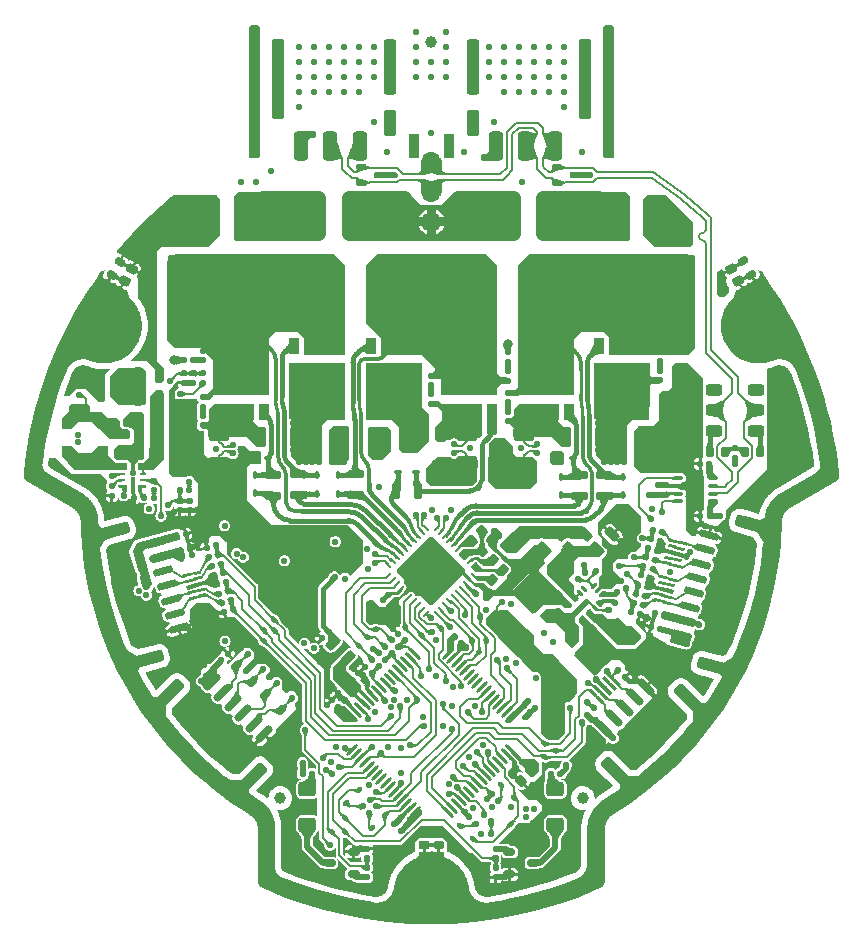
<source format=gbr>
%TF.GenerationSoftware,KiCad,Pcbnew,7.0.6*%
%TF.CreationDate,2023-12-31T16:15:44+01:00*%
%TF.ProjectId,amulet_controller,616d756c-6574-45f6-936f-6e74726f6c6c,1.0*%
%TF.SameCoordinates,PX6c3df60PY7735940*%
%TF.FileFunction,Copper,L1,Top*%
%TF.FilePolarity,Positive*%
%FSLAX46Y46*%
G04 Gerber Fmt 4.6, Leading zero omitted, Abs format (unit mm)*
G04 Created by KiCad (PCBNEW 7.0.6) date 2023-12-31 16:15:44*
%MOMM*%
%LPD*%
G01*
G04 APERTURE LIST*
G04 Aperture macros list*
%AMRoundRect*
0 Rectangle with rounded corners*
0 $1 Rounding radius*
0 $2 $3 $4 $5 $6 $7 $8 $9 X,Y pos of 4 corners*
0 Add a 4 corners polygon primitive as box body*
4,1,4,$2,$3,$4,$5,$6,$7,$8,$9,$2,$3,0*
0 Add four circle primitives for the rounded corners*
1,1,$1+$1,$2,$3*
1,1,$1+$1,$4,$5*
1,1,$1+$1,$6,$7*
1,1,$1+$1,$8,$9*
0 Add four rect primitives between the rounded corners*
20,1,$1+$1,$2,$3,$4,$5,0*
20,1,$1+$1,$4,$5,$6,$7,0*
20,1,$1+$1,$6,$7,$8,$9,0*
20,1,$1+$1,$8,$9,$2,$3,0*%
%AMRotRect*
0 Rectangle, with rotation*
0 The origin of the aperture is its center*
0 $1 length*
0 $2 width*
0 $3 Rotation angle, in degrees counterclockwise*
0 Add horizontal line*
21,1,$1,$2,0,0,$3*%
%AMFreePoly0*
4,1,13,0.200001,0.350501,0.200001,-0.124500,0.150001,-0.174500,-0.500000,-0.174500,-0.550000,-0.124500,-0.550000,0.000501,-0.500000,0.050501,-0.249998,0.050501,-0.199998,0.100501,-0.199998,0.350501,-0.149998,0.400501,0.150001,0.400501,0.200001,0.350501,0.200001,0.350501,$1*%
%AMFreePoly1*
4,1,13,0.250001,0.124500,0.250001,-0.350503,0.200001,-0.400503,-0.099998,-0.400501,-0.149998,-0.350501,-0.149998,-0.100501,-0.199998,-0.050501,-0.450000,-0.050501,-0.500000,-0.000501,-0.500000,0.124500,-0.450000,0.174500,0.200001,0.174500,0.250001,0.124500,0.250001,0.124500,$1*%
%AMFreePoly2*
4,1,13,0.500000,0.124500,0.500000,-0.000501,0.450000,-0.050501,0.199998,-0.050501,0.149998,-0.100501,0.149998,-0.350501,0.099998,-0.400501,-0.200001,-0.400503,-0.250001,-0.350503,-0.250001,0.124500,-0.200001,0.174500,0.450000,0.174500,0.500000,0.124500,0.500000,0.124500,$1*%
%AMFreePoly3*
4,1,13,0.149998,0.350501,0.149998,0.100501,0.199998,0.050501,0.450000,0.050501,0.500000,0.000501,0.500000,-0.124500,0.450000,-0.174500,-0.200001,-0.174500,-0.250001,-0.124500,-0.250001,0.350501,-0.200001,0.400501,0.099998,0.400501,0.149998,0.350501,0.149998,0.350501,$1*%
%AMFreePoly4*
4,1,11,1.014999,1.170000,0.435000,0.575000,0.435000,-0.575000,1.014999,-1.170000,1.015000,-1.945000,0.125000,-1.945000,-0.434999,-1.395000,-0.434999,1.395000,0.125000,1.945000,1.015000,1.945000,1.014999,1.170000,1.014999,1.170000,$1*%
%AMFreePoly5*
4,1,11,0.434999,1.395000,0.434999,-1.395000,-0.125000,-1.945000,-1.015000,-1.945000,-1.014999,-1.170000,-0.435000,-0.575000,-0.435000,0.575000,-1.014999,1.170000,-1.015000,1.945000,-0.125000,1.945000,0.434999,1.395000,0.434999,1.395000,$1*%
G04 Aperture macros list end*
%TA.AperFunction,SMDPad,CuDef*%
%ADD10RoundRect,0.237500X0.583363X-0.919239X0.919239X-0.583363X-0.583363X0.919239X-0.919239X0.583363X0*%
%TD*%
%TA.AperFunction,TestPad*%
%ADD11C,0.500000*%
%TD*%
%TA.AperFunction,SMDPad,CuDef*%
%ADD12RoundRect,0.130000X-0.130000X0.130000X-0.130000X-0.130000X0.130000X-0.130000X0.130000X0.130000X0*%
%TD*%
%TA.AperFunction,SMDPad,CuDef*%
%ADD13R,0.850000X1.450000*%
%TD*%
%TA.AperFunction,SMDPad,CuDef*%
%ADD14R,4.700000X3.750000*%
%TD*%
%TA.AperFunction,SMDPad,CuDef*%
%ADD15R,0.850000X1.100000*%
%TD*%
%TA.AperFunction,SMDPad,CuDef*%
%ADD16RoundRect,0.137500X-0.097227X-0.168402X0.168402X-0.097227X0.097227X0.168402X-0.168402X0.097227X0*%
%TD*%
%TA.AperFunction,SMDPad,CuDef*%
%ADD17RoundRect,0.130000X-0.159217X-0.091924X0.091924X-0.159217X0.159217X0.091924X-0.091924X0.159217X0*%
%TD*%
%TA.AperFunction,SMDPad,CuDef*%
%ADD18RoundRect,0.187500X-0.053033X0.318198X-0.318198X0.053033X0.053033X-0.318198X0.318198X-0.053033X0*%
%TD*%
%TA.AperFunction,SMDPad,CuDef*%
%ADD19RoundRect,0.150000X0.350000X0.150000X-0.350000X0.150000X-0.350000X-0.150000X0.350000X-0.150000X0*%
%TD*%
%TA.AperFunction,SMDPad,CuDef*%
%ADD20RoundRect,0.130000X-0.183848X0.000000X0.000000X-0.183848X0.183848X0.000000X0.000000X0.183848X0*%
%TD*%
%TA.AperFunction,SMDPad,CuDef*%
%ADD21RoundRect,0.187500X-0.194454X0.459619X-0.459619X0.194454X0.194454X-0.459619X0.459619X-0.194454X0*%
%TD*%
%TA.AperFunction,SMDPad,CuDef*%
%ADD22RoundRect,0.162500X0.167732X-0.284479X0.330232X-0.003021X-0.167732X0.284479X-0.330232X0.003021X0*%
%TD*%
%TA.AperFunction,SMDPad,CuDef*%
%ADD23RoundRect,0.130000X-0.091924X-0.159217X0.159217X-0.091924X0.091924X0.159217X-0.159217X0.091924X0*%
%TD*%
%TA.AperFunction,SMDPad,CuDef*%
%ADD24RoundRect,0.075000X-0.350000X-0.075000X0.350000X-0.075000X0.350000X0.075000X-0.350000X0.075000X0*%
%TD*%
%TA.AperFunction,ComponentPad*%
%ADD25C,0.550000*%
%TD*%
%TA.AperFunction,HeatsinkPad*%
%ADD26R,1.600000X2.400000*%
%TD*%
%TA.AperFunction,SMDPad,CuDef*%
%ADD27RoundRect,0.130000X0.183848X0.000000X0.000000X0.183848X-0.183848X0.000000X0.000000X-0.183848X0*%
%TD*%
%TA.AperFunction,SMDPad,CuDef*%
%ADD28RoundRect,0.137500X0.137500X-0.137500X0.137500X0.137500X-0.137500X0.137500X-0.137500X-0.137500X0*%
%TD*%
%TA.AperFunction,SMDPad,CuDef*%
%ADD29RoundRect,0.100000X-0.200000X-0.100000X0.200000X-0.100000X0.200000X0.100000X-0.200000X0.100000X0*%
%TD*%
%TA.AperFunction,SMDPad,CuDef*%
%ADD30RotRect,0.250000X0.600000X225.000000*%
%TD*%
%TA.AperFunction,SMDPad,CuDef*%
%ADD31RoundRect,0.187500X0.187500X0.462500X-0.187500X0.462500X-0.187500X-0.462500X0.187500X-0.462500X0*%
%TD*%
%TA.AperFunction,SMDPad,CuDef*%
%ADD32RoundRect,0.310000X0.310000X0.940000X-0.310000X0.940000X-0.310000X-0.940000X0.310000X-0.940000X0*%
%TD*%
%TA.AperFunction,SMDPad,CuDef*%
%ADD33RoundRect,0.275000X0.275000X0.822500X-0.275000X0.822500X-0.275000X-0.822500X0.275000X-0.822500X0*%
%TD*%
%TA.AperFunction,SMDPad,CuDef*%
%ADD34RoundRect,0.275000X0.275000X3.122500X-0.275000X3.122500X-0.275000X-3.122500X0.275000X-3.122500X0*%
%TD*%
%TA.AperFunction,SMDPad,CuDef*%
%ADD35RoundRect,0.275000X0.275000X2.077500X-0.275000X2.077500X-0.275000X-2.077500X0.275000X-2.077500X0*%
%TD*%
%TA.AperFunction,SMDPad,CuDef*%
%ADD36RoundRect,0.187500X-0.462500X0.187500X-0.462500X-0.187500X0.462500X-0.187500X0.462500X0.187500X0*%
%TD*%
%TA.AperFunction,SMDPad,CuDef*%
%ADD37C,0.300000*%
%TD*%
%TA.AperFunction,SMDPad,CuDef*%
%ADD38R,0.300000X0.600000*%
%TD*%
%TA.AperFunction,SMDPad,CuDef*%
%ADD39C,0.200000*%
%TD*%
%TA.AperFunction,SMDPad,CuDef*%
%ADD40RotRect,0.200000X0.400000X45.000000*%
%TD*%
%TA.AperFunction,SMDPad,CuDef*%
%ADD41RoundRect,0.130000X0.000000X0.183848X-0.183848X0.000000X0.000000X-0.183848X0.183848X0.000000X0*%
%TD*%
%TA.AperFunction,SMDPad,CuDef*%
%ADD42RoundRect,0.137500X-0.137500X0.137500X-0.137500X-0.137500X0.137500X-0.137500X0.137500X0.137500X0*%
%TD*%
%TA.AperFunction,SMDPad,CuDef*%
%ADD43RoundRect,0.100000X-0.212132X0.070711X0.070711X-0.212132X0.212132X-0.070711X-0.070711X0.212132X0*%
%TD*%
%TA.AperFunction,SMDPad,CuDef*%
%ADD44RoundRect,0.240000X0.510000X-0.360000X0.510000X0.360000X-0.510000X0.360000X-0.510000X-0.360000X0*%
%TD*%
%TA.AperFunction,SMDPad,CuDef*%
%ADD45RoundRect,0.137500X0.168402X0.097227X-0.097227X0.168402X-0.168402X-0.097227X0.097227X-0.168402X0*%
%TD*%
%TA.AperFunction,SMDPad,CuDef*%
%ADD46RoundRect,0.195652X0.254348X0.654348X-0.254348X0.654348X-0.254348X-0.654348X0.254348X-0.654348X0*%
%TD*%
%TA.AperFunction,SMDPad,CuDef*%
%ADD47RoundRect,0.137500X-0.194454X0.000000X0.000000X-0.194454X0.194454X0.000000X0.000000X0.194454X0*%
%TD*%
%TA.AperFunction,SMDPad,CuDef*%
%ADD48RoundRect,0.130000X0.000000X-0.183848X0.183848X0.000000X0.000000X0.183848X-0.183848X0.000000X0*%
%TD*%
%TA.AperFunction,SMDPad,CuDef*%
%ADD49RoundRect,0.162500X0.287500X-0.162500X0.287500X0.162500X-0.287500X0.162500X-0.287500X-0.162500X0*%
%TD*%
%TA.AperFunction,SMDPad,CuDef*%
%ADD50RoundRect,0.187500X0.462500X-0.187500X0.462500X0.187500X-0.462500X0.187500X-0.462500X-0.187500X0*%
%TD*%
%TA.AperFunction,SMDPad,CuDef*%
%ADD51RoundRect,0.206521X-0.268479X-0.643479X0.268479X-0.643479X0.268479X0.643479X-0.268479X0.643479X0*%
%TD*%
%TA.AperFunction,SMDPad,CuDef*%
%ADD52RoundRect,0.195652X-0.642545X-0.282843X-0.282843X-0.642545X0.642545X0.282843X0.282843X0.642545X0*%
%TD*%
%TA.AperFunction,TestPad*%
%ADD53C,0.400000*%
%TD*%
%TA.AperFunction,FiducialPad,Global*%
%ADD54C,1.000000*%
%TD*%
%TA.AperFunction,SMDPad,CuDef*%
%ADD55RoundRect,0.137500X0.194454X0.000000X0.000000X0.194454X-0.194454X0.000000X0.000000X-0.194454X0*%
%TD*%
%TA.AperFunction,SMDPad,CuDef*%
%ADD56RoundRect,0.162500X0.330232X0.003021X0.167732X0.284479X-0.330232X-0.003021X-0.167732X-0.284479X0*%
%TD*%
%TA.AperFunction,SMDPad,CuDef*%
%ADD57RoundRect,0.137500X0.137500X0.137500X-0.137500X0.137500X-0.137500X-0.137500X0.137500X-0.137500X0*%
%TD*%
%TA.AperFunction,SMDPad,CuDef*%
%ADD58RoundRect,0.137500X0.000000X-0.194454X0.194454X0.000000X0.000000X0.194454X-0.194454X0.000000X0*%
%TD*%
%TA.AperFunction,SMDPad,CuDef*%
%ADD59RoundRect,0.350000X0.550000X-0.350000X0.550000X0.350000X-0.550000X0.350000X-0.550000X-0.350000X0*%
%TD*%
%TA.AperFunction,SMDPad,CuDef*%
%ADD60RoundRect,0.130000X0.159217X0.091924X-0.091924X0.159217X-0.159217X-0.091924X0.091924X-0.159217X0*%
%TD*%
%TA.AperFunction,SMDPad,CuDef*%
%ADD61RotRect,0.200000X0.400000X225.000000*%
%TD*%
%TA.AperFunction,SMDPad,CuDef*%
%ADD62RoundRect,0.175000X-0.500000X0.175000X-0.500000X-0.175000X0.500000X-0.175000X0.500000X0.175000X0*%
%TD*%
%TA.AperFunction,SMDPad,CuDef*%
%ADD63RoundRect,0.187500X-0.459619X-0.194454X-0.194454X-0.459619X0.459619X0.194454X0.194454X0.459619X0*%
%TD*%
%TA.AperFunction,SMDPad,CuDef*%
%ADD64RoundRect,0.206521X0.268479X0.643479X-0.268479X0.643479X-0.268479X-0.643479X0.268479X-0.643479X0*%
%TD*%
%TA.AperFunction,SMDPad,CuDef*%
%ADD65RoundRect,0.187500X0.262500X-0.187500X0.262500X0.187500X-0.262500X0.187500X-0.262500X-0.187500X0*%
%TD*%
%TA.AperFunction,SMDPad,CuDef*%
%ADD66RoundRect,0.150000X-0.106066X-0.318198X0.318198X0.106066X0.106066X0.318198X-0.318198X-0.106066X0*%
%TD*%
%TA.AperFunction,SMDPad,CuDef*%
%ADD67RoundRect,0.137500X-0.262500X-0.137500X0.262500X-0.137500X0.262500X0.137500X-0.262500X0.137500X0*%
%TD*%
%TA.AperFunction,SMDPad,CuDef*%
%ADD68RoundRect,0.062500X-0.123744X0.212132X-0.212132X0.123744X0.123744X-0.212132X0.212132X-0.123744X0*%
%TD*%
%TA.AperFunction,SMDPad,CuDef*%
%ADD69RoundRect,0.062500X0.212132X0.123744X0.123744X0.212132X-0.212132X-0.123744X-0.123744X-0.212132X0*%
%TD*%
%TA.AperFunction,SMDPad,CuDef*%
%ADD70RoundRect,0.062500X0.286555X0.198167X0.198167X0.286555X-0.286555X-0.198167X-0.198167X-0.286555X0*%
%TD*%
%TA.AperFunction,SMDPad,CuDef*%
%ADD71RoundRect,0.062500X0.645235X0.556847X0.556847X0.645235X-0.645235X-0.556847X-0.556847X-0.645235X0*%
%TD*%
%TA.AperFunction,SMDPad,CuDef*%
%ADD72RoundRect,0.130000X0.091924X0.159217X-0.159217X0.091924X-0.091924X-0.159217X0.159217X-0.091924X0*%
%TD*%
%TA.AperFunction,SMDPad,CuDef*%
%ADD73RoundRect,0.130000X0.130000X0.130000X-0.130000X0.130000X-0.130000X-0.130000X0.130000X-0.130000X0*%
%TD*%
%TA.AperFunction,SMDPad,CuDef*%
%ADD74RoundRect,0.150000X-0.601041X-0.388909X-0.388909X-0.601041X0.601041X0.388909X0.388909X0.601041X0*%
%TD*%
%TA.AperFunction,SMDPad,CuDef*%
%ADD75RoundRect,0.250000X-0.954594X-0.601041X-0.601041X-0.954594X0.954594X0.601041X0.601041X0.954594X0*%
%TD*%
%TA.AperFunction,SMDPad,CuDef*%
%ADD76RoundRect,0.187500X0.194454X-0.459619X0.459619X-0.194454X-0.194454X0.459619X-0.459619X0.194454X0*%
%TD*%
%TA.AperFunction,SMDPad,CuDef*%
%ADD77RotRect,0.200000X0.400000X135.000000*%
%TD*%
%TA.AperFunction,SMDPad,CuDef*%
%ADD78FreePoly0,180.000000*%
%TD*%
%TA.AperFunction,SMDPad,CuDef*%
%ADD79R,0.600000X0.250000*%
%TD*%
%TA.AperFunction,SMDPad,CuDef*%
%ADD80FreePoly1,180.000000*%
%TD*%
%TA.AperFunction,SMDPad,CuDef*%
%ADD81FreePoly2,180.000000*%
%TD*%
%TA.AperFunction,SMDPad,CuDef*%
%ADD82FreePoly3,180.000000*%
%TD*%
%TA.AperFunction,SMDPad,CuDef*%
%ADD83R,0.350000X1.300000*%
%TD*%
%TA.AperFunction,ComponentPad*%
%ADD84C,0.800000*%
%TD*%
%TA.AperFunction,ComponentPad*%
%ADD85C,5.300000*%
%TD*%
%TA.AperFunction,SMDPad,CuDef*%
%ADD86RoundRect,0.130000X-0.130000X-0.130000X0.130000X-0.130000X0.130000X0.130000X-0.130000X0.130000X0*%
%TD*%
%TA.AperFunction,SMDPad,CuDef*%
%ADD87RoundRect,0.070000X0.325269X0.424264X-0.424264X-0.325269X-0.325269X-0.424264X0.424264X0.325269X0*%
%TD*%
%TA.AperFunction,SMDPad,CuDef*%
%ADD88RoundRect,0.070000X-0.325269X0.424264X-0.424264X0.325269X0.325269X-0.424264X0.424264X-0.325269X0*%
%TD*%
%TA.AperFunction,ComponentPad*%
%ADD89C,1.700000*%
%TD*%
%TA.AperFunction,ComponentPad*%
%ADD90O,1.700000X1.700000*%
%TD*%
%TA.AperFunction,SMDPad,CuDef*%
%ADD91RoundRect,0.100000X0.100000X-0.200000X0.100000X0.200000X-0.100000X0.200000X-0.100000X-0.200000X0*%
%TD*%
%TA.AperFunction,SMDPad,CuDef*%
%ADD92RoundRect,0.150000X0.637325X-0.326062X0.714971X-0.036284X-0.637325X0.326062X-0.714971X0.036284X0*%
%TD*%
%TA.AperFunction,SMDPad,CuDef*%
%ADD93RoundRect,0.250000X0.997814X-0.526182X1.127223X-0.043219X-0.997814X0.526182X-1.127223X0.043219X0*%
%TD*%
%TA.AperFunction,SMDPad,CuDef*%
%ADD94FreePoly4,225.000000*%
%TD*%
%TA.AperFunction,SMDPad,CuDef*%
%ADD95FreePoly5,225.000000*%
%TD*%
%TA.AperFunction,ComponentPad*%
%ADD96C,2.000000*%
%TD*%
%TA.AperFunction,ComponentPad*%
%ADD97RoundRect,0.325000X2.925000X2.925000X-2.925000X2.925000X-2.925000X-2.925000X2.925000X-2.925000X0*%
%TD*%
%TA.AperFunction,SMDPad,CuDef*%
%ADD98RoundRect,0.130000X0.130000X-0.130000X0.130000X0.130000X-0.130000X0.130000X-0.130000X-0.130000X0*%
%TD*%
%TA.AperFunction,SMDPad,CuDef*%
%ADD99RoundRect,0.187500X-0.318198X-0.053033X-0.053033X-0.318198X0.318198X0.053033X0.053033X0.318198X0*%
%TD*%
%TA.AperFunction,SMDPad,CuDef*%
%ADD100RoundRect,0.150000X0.388909X-0.601041X0.601041X-0.388909X-0.388909X0.601041X-0.601041X0.388909X0*%
%TD*%
%TA.AperFunction,SMDPad,CuDef*%
%ADD101RoundRect,0.250000X0.601041X-0.954594X0.954594X-0.601041X-0.601041X0.954594X-0.954594X0.601041X0*%
%TD*%
%TA.AperFunction,SMDPad,CuDef*%
%ADD102RoundRect,0.187500X0.053033X-0.318198X0.318198X-0.053033X-0.053033X0.318198X-0.318198X0.053033X0*%
%TD*%
%TA.AperFunction,SMDPad,CuDef*%
%ADD103RoundRect,0.206521X-0.265165X0.644852X-0.644852X0.265165X0.265165X-0.644852X0.644852X-0.265165X0*%
%TD*%
%TA.AperFunction,SMDPad,CuDef*%
%ADD104RoundRect,0.195652X-0.254348X-0.654348X0.254348X-0.654348X0.254348X0.654348X-0.254348X0.654348X0*%
%TD*%
%TA.AperFunction,SMDPad,CuDef*%
%ADD105RoundRect,0.162500X0.162500X0.287500X-0.162500X0.287500X-0.162500X-0.287500X0.162500X-0.287500X0*%
%TD*%
%TA.AperFunction,SMDPad,CuDef*%
%ADD106RoundRect,0.150000X-0.350000X-0.150000X0.350000X-0.150000X0.350000X0.150000X-0.350000X0.150000X0*%
%TD*%
%TA.AperFunction,SMDPad,CuDef*%
%ADD107R,0.200000X0.400000*%
%TD*%
%TA.AperFunction,SMDPad,CuDef*%
%ADD108RoundRect,0.100000X-0.100000X0.200000X-0.100000X-0.200000X0.100000X-0.200000X0.100000X0.200000X0*%
%TD*%
%TA.AperFunction,SMDPad,CuDef*%
%ADD109RotRect,0.250000X0.600000X255.000000*%
%TD*%
%TA.AperFunction,SMDPad,CuDef*%
%ADD110RoundRect,0.100000X-0.070711X-0.212132X0.212132X0.070711X0.070711X0.212132X-0.212132X-0.070711X0*%
%TD*%
%TA.AperFunction,ComponentPad*%
%ADD111RoundRect,0.325000X-2.925000X-2.925000X2.925000X-2.925000X2.925000X2.925000X-2.925000X2.925000X0*%
%TD*%
%TA.AperFunction,SMDPad,CuDef*%
%ADD112RoundRect,0.187500X0.187500X0.262500X-0.187500X0.262500X-0.187500X-0.262500X0.187500X-0.262500X0*%
%TD*%
%TA.AperFunction,SMDPad,CuDef*%
%ADD113RoundRect,0.100000X0.200000X0.100000X-0.200000X0.100000X-0.200000X-0.100000X0.200000X-0.100000X0*%
%TD*%
%TA.AperFunction,SMDPad,CuDef*%
%ADD114RotRect,0.200000X0.400000X315.000000*%
%TD*%
%TA.AperFunction,SMDPad,CuDef*%
%ADD115RoundRect,0.137500X0.000000X0.194454X-0.194454X0.000000X0.000000X-0.194454X0.194454X0.000000X0*%
%TD*%
%TA.AperFunction,SMDPad,CuDef*%
%ADD116R,0.600000X0.300000*%
%TD*%
%TA.AperFunction,SMDPad,CuDef*%
%ADD117RoundRect,0.187500X0.133582X-0.293630X0.321082X0.031130X-0.133582X0.293630X-0.321082X-0.031130X0*%
%TD*%
%TA.AperFunction,SMDPad,CuDef*%
%ADD118RoundRect,0.237500X-0.237500X-0.437500X0.237500X-0.437500X0.237500X0.437500X-0.237500X0.437500X0*%
%TD*%
%TA.AperFunction,SMDPad,CuDef*%
%ADD119RoundRect,0.187500X-0.187500X-0.462500X0.187500X-0.462500X0.187500X0.462500X-0.187500X0.462500X0*%
%TD*%
%TA.AperFunction,SMDPad,CuDef*%
%ADD120RoundRect,0.187500X0.321082X-0.031130X0.133582X0.293630X-0.321082X0.031130X-0.133582X-0.293630X0*%
%TD*%
%TA.AperFunction,SMDPad,CuDef*%
%ADD121RotRect,0.250000X0.600000X105.000000*%
%TD*%
%TA.AperFunction,SMDPad,CuDef*%
%ADD122FreePoly4,90.000000*%
%TD*%
%TA.AperFunction,SMDPad,CuDef*%
%ADD123FreePoly5,90.000000*%
%TD*%
%TA.AperFunction,SMDPad,CuDef*%
%ADD124RoundRect,0.055000X0.134350X0.212132X-0.212132X-0.134350X-0.134350X-0.212132X0.212132X0.134350X0*%
%TD*%
%TA.AperFunction,SMDPad,CuDef*%
%ADD125RoundRect,0.055000X-0.134350X0.212132X-0.212132X0.134350X0.134350X-0.212132X0.212132X-0.134350X0*%
%TD*%
%TA.AperFunction,HeatsinkPad*%
%ADD126RoundRect,0.105000X0.000000X2.821356X-2.821356X0.000000X0.000000X-2.821356X2.821356X0.000000X0*%
%TD*%
%TA.AperFunction,SMDPad,CuDef*%
%ADD127RoundRect,0.150000X-0.714971X-0.036284X-0.637325X-0.326062X0.714971X0.036284X0.637325X0.326062X0*%
%TD*%
%TA.AperFunction,SMDPad,CuDef*%
%ADD128RoundRect,0.250000X-1.127223X-0.043219X-0.997814X-0.526182X1.127223X0.043219X0.997814X0.526182X0*%
%TD*%
%TA.AperFunction,SMDPad,CuDef*%
%ADD129RoundRect,0.250000X0.450000X0.250000X-0.450000X0.250000X-0.450000X-0.250000X0.450000X-0.250000X0*%
%TD*%
%TA.AperFunction,ComponentPad*%
%ADD130RoundRect,0.415000X2.510000X1.660000X-2.510000X1.660000X-2.510000X-1.660000X2.510000X-1.660000X0*%
%TD*%
%TA.AperFunction,ComponentPad*%
%ADD131R,0.900000X2.000000*%
%TD*%
%TA.AperFunction,ComponentPad*%
%ADD132RoundRect,0.090000X0.360000X0.910000X-0.360000X0.910000X-0.360000X-0.910000X0.360000X-0.910000X0*%
%TD*%
%TA.AperFunction,ComponentPad*%
%ADD133C,0.600000*%
%TD*%
%TA.AperFunction,HeatsinkPad*%
%ADD134RoundRect,0.090000X-0.360000X-0.710000X0.360000X-0.710000X0.360000X0.710000X-0.360000X0.710000X0*%
%TD*%
%TA.AperFunction,ViaPad*%
%ADD135C,0.550000*%
%TD*%
%TA.AperFunction,ViaPad*%
%ADD136C,0.800000*%
%TD*%
%TA.AperFunction,ViaPad*%
%ADD137C,0.600000*%
%TD*%
%TA.AperFunction,Conductor*%
%ADD138C,0.200000*%
%TD*%
%TA.AperFunction,Conductor*%
%ADD139C,0.203200*%
%TD*%
%TA.AperFunction,Conductor*%
%ADD140C,0.300000*%
%TD*%
%TA.AperFunction,Conductor*%
%ADD141C,0.400000*%
%TD*%
%TA.AperFunction,Conductor*%
%ADD142C,0.350000*%
%TD*%
%TA.AperFunction,Conductor*%
%ADD143C,0.500000*%
%TD*%
%TA.AperFunction,Conductor*%
%ADD144C,0.250000*%
%TD*%
%TA.AperFunction,Conductor*%
%ADD145C,0.290000*%
%TD*%
%TA.AperFunction,Conductor*%
%ADD146C,0.390000*%
%TD*%
G04 APERTURE END LIST*
D10*
%TO.P,C38,1*%
%TO.N,+12V*%
X46242740Y20572768D03*
%TO.P,C38,2*%
%TO.N,GND*%
X48222638Y22552666D03*
%TD*%
D11*
%TO.P,TP11,1,1*%
%TO.N,/Project Architecture/MCU - IOs/SOA*%
X30275400Y25299900D03*
%TD*%
D12*
%TO.P,C138,1*%
%TO.N,/Project Architecture/Motor Control - Top Level/Motor Control - Inverter/PHC*%
X15625000Y48875000D03*
%TO.P,C138,2*%
%TO.N,/Project Architecture/Motor Control - Top Level/Motor Control - Inverter/SNUBH_C*%
X15625000Y48075000D03*
%TD*%
D11*
%TO.P,TP14,1,1*%
%TO.N,/Project Architecture/Interface - Interconnects/SWDIO*%
X45525400Y15024900D03*
%TD*%
D13*
%TO.P,Q3,1,S*%
%TO.N,/Project Architecture/Motor Control - Top Level/Motor Control - Inverter/PHB*%
X33705400Y49249900D03*
%TO.P,Q3,2,S*%
X32435400Y49249900D03*
%TO.P,Q3,3,S*%
X31165400Y49249900D03*
%TO.P,Q3,4,G*%
%TO.N,/Project Architecture/Motor Control - Top Level/Motor Control - Inverter/FET_GHB*%
X29895400Y49249900D03*
D14*
%TO.P,Q3,5,D*%
%TO.N,+VBAT*%
X31800400Y45949900D03*
D15*
X29880400Y43574900D03*
%TO.P,Q3,6,D*%
X31160400Y43574900D03*
%TO.P,Q3,7,D*%
X32440400Y43574900D03*
%TO.P,Q3,8,D*%
X33720400Y43574900D03*
%TD*%
D16*
%TO.P,R42,1*%
%TO.N,/Project Architecture/Interface - Interconnects/AUX2P_C*%
X17021710Y28314121D03*
%TO.P,R42,2*%
%TO.N,/Project Architecture/Interface - Interconnects/AUX2_C*%
X17794450Y28521177D03*
%TD*%
D17*
%TO.P,C124,1*%
%TO.N,/Project Architecture/Interface - Interconnects/AUX1_A*%
X51915645Y26758770D03*
%TO.P,C124,2*%
%TO.N,GND*%
X52688385Y26551714D03*
%TD*%
D18*
%TO.P,C1,1*%
%TO.N,+3V3*%
X43424664Y13274164D03*
%TO.P,C1,2*%
%TO.N,GND*%
X42576136Y12425636D03*
%TD*%
D19*
%TO.P,Q7,1,G*%
%TO.N,/Project Architecture/User - LED Indicators/DBG_G*%
X28400400Y4549900D03*
%TO.P,Q7,2,S*%
%TO.N,GND*%
X28400400Y6449900D03*
%TO.P,Q7,3,D*%
%TO.N,/Project Architecture/User - LED Indicators/LED_DBG_K*%
X26400400Y5499900D03*
%TD*%
D20*
%TO.P,C128,1*%
%TO.N,/Project Architecture/Interface - Interconnects/NRST*%
X50807557Y21822743D03*
%TO.P,C128,2*%
%TO.N,GND*%
X51373243Y21257057D03*
%TD*%
D21*
%TO.P,C16,1*%
%TO.N,+VBAT*%
X45786796Y33336296D03*
%TO.P,C16,2*%
%TO.N,GND*%
X44514004Y32063504D03*
%TD*%
D16*
%TO.P,R40,1*%
%TO.N,/Project Architecture/Interface - Interconnects/AUX2P_A*%
X16193490Y31405081D03*
%TO.P,R40,2*%
%TO.N,/Project Architecture/Interface - Interconnects/AUX2_A*%
X16966230Y31612137D03*
%TD*%
D22*
%TO.P,R53,1*%
%TO.N,CHASSIS*%
X7941474Y55292322D03*
%TO.P,R53,2*%
%TO.N,GND*%
X8591474Y56418156D03*
%TD*%
D23*
%TO.P,C113,1*%
%TO.N,+5V*%
X13443013Y33137928D03*
%TO.P,C113,2*%
%TO.N,GND*%
X14215753Y33344984D03*
%TD*%
D24*
%TO.P,U10,1,TXD*%
%TO.N,/Project Architecture/Interface - FD-CAN/FDCAN_TX*%
X55900400Y38074900D03*
%TO.P,U10,2,GND*%
%TO.N,GND*%
X55900400Y37424900D03*
%TO.P,U10,3,VCC*%
%TO.N,+5V*%
X55900400Y36774900D03*
%TO.P,U10,4,RXD*%
%TO.N,/Project Architecture/Interface - FD-CAN/FDCAN_RX*%
X55900400Y36124900D03*
%TO.P,U10,5,VIO*%
%TO.N,+3V3*%
X58800400Y36124900D03*
%TO.P,U10,6,CANL*%
%TO.N,/Project Architecture/Interface - FD-CAN/FDCAN_N*%
X58800400Y36774900D03*
%TO.P,U10,7,CANH*%
%TO.N,/Project Architecture/Interface - FD-CAN/FDCAN_P*%
X58800400Y37424900D03*
%TO.P,U10,8,S*%
%TO.N,/Project Architecture/Interface - FD-CAN/FDCAN_S*%
X58800400Y38074900D03*
D25*
%TO.P,U10,9,PAD*%
%TO.N,GND*%
X56850400Y37099900D03*
X57350400Y37999900D03*
D26*
X57350400Y37099900D03*
D25*
X57350400Y36199900D03*
X57850400Y37099900D03*
%TD*%
D27*
%TO.P,C5,1*%
%TO.N,+3V3*%
X32833243Y8617057D03*
%TO.P,C5,2*%
%TO.N,GND*%
X32267557Y9182743D03*
%TD*%
D28*
%TO.P,R55,1*%
%TO.N,/Project Architecture/Motor Control - Top Level/Motor Control - Inverter/SRC_LS_A*%
X41450000Y42900000D03*
%TO.P,R55,2*%
%TO.N,/Project Architecture/Motor Control - Top Level/Motor Control - Inverter/SNUBL_A*%
X41450000Y43700000D03*
%TD*%
D29*
%TO.P,D8,1,K*%
%TO.N,/Project Architecture/Motor Control - Top Level/GLB*%
X32150400Y38574900D03*
%TO.P,D8,2,A*%
%TO.N,/Project Architecture/Motor Control - Top Level/Motor Control - Inverter/FET_GLB*%
X33700400Y38574900D03*
%TD*%
D30*
%TO.P,D26,1,K*%
%TO.N,/Project Architecture/Interface - Interconnects/NRST*%
X50094460Y21320057D03*
%TO.P,D26,2,K*%
%TO.N,unconnected-(D26-K-Pad2)*%
X49740907Y20966504D03*
%TO.P,D26,3,A*%
%TO.N,GND*%
X49387354Y20612950D03*
%TO.P,D26,4,K*%
%TO.N,/Project Architecture/Interface - Interconnects/SWCLK*%
X49033800Y20259397D03*
%TO.P,D26,5,K*%
%TO.N,/Project Architecture/Interface - Interconnects/SWDIO*%
X48680247Y19905844D03*
%TO.P,D26,6,K*%
X49281288Y19304803D03*
%TO.P,D26,7,K*%
%TO.N,/Project Architecture/Interface - Interconnects/SWCLK*%
X49634841Y19658356D03*
%TO.P,D26,8,A*%
%TO.N,GND*%
X49988394Y20011910D03*
%TO.P,D26,9,K*%
%TO.N,unconnected-(D26-K-Pad2)*%
X50341948Y20365463D03*
%TO.P,D26,10,K*%
%TO.N,/Project Architecture/Interface - Interconnects/NRST*%
X50695501Y20719016D03*
%TD*%
D31*
%TO.P,C20,1*%
%TO.N,/Project Architecture/Power - Generation/F_VIN_5V*%
X11975399Y41451900D03*
%TO.P,C20,2*%
%TO.N,GND*%
X10175399Y41451900D03*
%TD*%
D32*
%TO.P,J12,1,Pin_1*%
%TO.N,GND*%
X40450400Y66214900D03*
%TO.P,J12,2,Pin_2*%
%TO.N,/Project Architecture/Interface - FD-CAN/FDCAN_P*%
X42950400Y66214900D03*
%TO.P,J12,3,Pin_3*%
%TO.N,/Project Architecture/Interface - FD-CAN/FDCAN_N*%
X45450400Y66214900D03*
D33*
%TO.P,J12,MP1*%
%TO.N,N/C*%
X38480400Y68142400D03*
D34*
%TO.P,J12,MP2*%
X48020400Y71847400D03*
D35*
%TO.P,J12,MP3*%
X38480400Y72892400D03*
%TD*%
D36*
%TO.P,R10,1*%
%TO.N,/Project Architecture/Motor Control - Top Level/Motor Control - Inverter/FET_GHA*%
X49625400Y38349900D03*
%TO.P,R10,2*%
%TO.N,/Project Architecture/Motor Control - Top Level/GHA*%
X49625400Y36549900D03*
%TD*%
D37*
%TO.P,NT10,1,1*%
%TO.N,/Project Architecture/Motor Control - Top Level/SHC*%
X21800400Y47399900D03*
D38*
X21800400Y47699900D03*
D37*
%TO.P,NT10,2,2*%
%TO.N,/Project Architecture/Motor Control - Top Level/Motor Control - Inverter/PHC*%
X21800400Y47999900D03*
%TD*%
D39*
%TO.P,NT11,1,1*%
%TO.N,/Project Architecture/Motor Control - Top Level/SC_P*%
X17366821Y40817058D03*
D40*
X17225400Y40958479D03*
D39*
%TO.P,NT11,2,2*%
%TO.N,/Project Architecture/Motor Control - Top Level/Motor Control - Inverter/SRC_LS_C*%
X17083979Y41099900D03*
%TD*%
D41*
%TO.P,C8,1*%
%TO.N,+3V3*%
X42708243Y14082743D03*
%TO.P,C8,2*%
%TO.N,GND*%
X42142557Y13517057D03*
%TD*%
D42*
%TO.P,R30,1*%
%TO.N,/Project Architecture/MCU - IOs/SENSE_VBAT*%
X13700400Y36174900D03*
%TO.P,R30,2*%
%TO.N,GND*%
X13700400Y35374900D03*
%TD*%
D43*
%TO.P,D19,1,K*%
%TO.N,/Project Architecture/Interface - Interconnects/AUX1_D_K*%
X37452392Y8647908D03*
%TO.P,D19,2,A*%
%TO.N,/Project Architecture/Interface - Interconnects/AUX1_I2C_PULLUP*%
X38548408Y7551892D03*
%TD*%
D41*
%TO.P,C2,1*%
%TO.N,+A3V3*%
X26283243Y25082743D03*
%TO.P,C2,2*%
%TO.N,GND*%
X25717557Y24517057D03*
%TD*%
D44*
%TO.P,D13,1,K*%
%TO.N,/Project Architecture/User - LED Indicators/LED_PWR_K*%
X45500400Y8749900D03*
%TO.P,D13,2,A*%
%TO.N,/Project Architecture/User - LED Indicators/LED_PWR_A*%
X45500400Y11749900D03*
%TD*%
D45*
%TO.P,R37,1*%
%TO.N,/Project Architecture/Interface - Interconnects/AUX1P_C*%
X53717538Y30411877D03*
%TO.P,R37,2*%
%TO.N,/Project Architecture/Interface - Interconnects/AUX1_C*%
X52944798Y30618933D03*
%TD*%
D46*
%TO.P,C95,1*%
%TO.N,+VBAT*%
X49275400Y41599900D03*
%TO.P,C95,2*%
%TO.N,/Project Architecture/Motor Control - Top Level/Motor Control - Inverter/SRC_LS_A*%
X46375400Y41599900D03*
%TD*%
D11*
%TO.P,TP55,1,1*%
%TO.N,GND*%
X17675400Y35274900D03*
%TD*%
D47*
%TO.P,R6,1*%
%TO.N,/Project Architecture/Power - Generation/FB_DIV_12V*%
X48929743Y30224778D03*
%TO.P,R6,2*%
%TO.N,GND*%
X49495429Y29659092D03*
%TD*%
D11*
%TO.P,TP27,1,1*%
%TO.N,/Project Architecture/Interface - Interconnects/AUX2_D*%
X20800400Y24299900D03*
%TD*%
%TO.P,TP72,1,1*%
%TO.N,/Project Architecture/Motor Control - Top Level/SC_P*%
X30213881Y31652926D03*
%TD*%
D48*
%TO.P,C94,1*%
%TO.N,/Project Architecture/Motor Control - Top Level/DVDD*%
X38792557Y28267057D03*
%TO.P,C94,2*%
%TO.N,GND*%
X39358243Y28832743D03*
%TD*%
D49*
%TO.P,R52,1*%
%TO.N,CHASSIS*%
X35600000Y7000000D03*
%TO.P,R52,2*%
%TO.N,GND*%
X35600000Y8300000D03*
%TD*%
D13*
%TO.P,Q4,1,S*%
%TO.N,/Project Architecture/Motor Control - Top Level/Motor Control - Inverter/SRC_LS_B*%
X36295400Y43649900D03*
%TO.P,Q4,2,S*%
X37565400Y43649900D03*
%TO.P,Q4,3,S*%
X38835400Y43649900D03*
%TO.P,Q4,4,G*%
%TO.N,/Project Architecture/Motor Control - Top Level/Motor Control - Inverter/FET_GLB*%
X40105400Y43649900D03*
D14*
%TO.P,Q4,5,D*%
%TO.N,/Project Architecture/Motor Control - Top Level/Motor Control - Inverter/PHB*%
X38200400Y46949900D03*
D15*
X40120400Y49324900D03*
%TO.P,Q4,6,D*%
X38840400Y49324900D03*
%TO.P,Q4,7,D*%
X37560400Y49324900D03*
%TO.P,Q4,8,D*%
X36280400Y49324900D03*
%TD*%
D11*
%TO.P,TP8,1,1*%
%TO.N,/Project Architecture/MCU - IOs/PWM_PHASEA*%
X38400400Y24349900D03*
%TD*%
D50*
%TO.P,R11,1*%
%TO.N,/Project Architecture/Motor Control - Top Level/GLA*%
X47575400Y36549900D03*
%TO.P,R11,2*%
%TO.N,/Project Architecture/Motor Control - Top Level/Motor Control - Inverter/FET_GLA*%
X47575400Y38349900D03*
%TD*%
D11*
%TO.P,TP33,1,1*%
%TO.N,/Project Architecture/Interface - FD-CAN/FDCAN_RX*%
X54500400Y35204400D03*
%TD*%
%TO.P,TP6,1,1*%
%TO.N,/Project Architecture/MCU - IOs/DRV_MOSI*%
X41361721Y21980558D03*
%TD*%
D51*
%TO.P,C86,1*%
%TO.N,+VBAT*%
X51300400Y61199899D03*
%TO.P,C86,2*%
%TO.N,GND*%
X54100400Y61199899D03*
%TD*%
D52*
%TO.P,C89,1*%
%TO.N,+VBAT*%
X41675095Y32700205D03*
%TO.P,C89,2*%
%TO.N,GND*%
X43725705Y30649595D03*
%TD*%
D53*
%TO.P,TP62,1,1*%
%TO.N,/Project Architecture/Motor Control - Top Level/GHB*%
X30418900Y35379900D03*
%TD*%
D54*
%TO.P,FM3,*%
%TO.N,*%
X22200400Y10999900D03*
%TD*%
D11*
%TO.P,TP71,1,1*%
%TO.N,/Project Architecture/Motor Control - Top Level/SB_N*%
X34401061Y34926332D03*
%TD*%
D42*
%TO.P,R58,1*%
%TO.N,/Project Architecture/Motor Control - Top Level/Motor Control - Inverter/SNUBH_A*%
X54350000Y47175000D03*
%TO.P,R58,2*%
%TO.N,+VBAT*%
X54350000Y46375000D03*
%TD*%
D11*
%TO.P,TP53,1,1*%
%TO.N,GND*%
X56950400Y39224900D03*
%TD*%
D55*
%TO.P,R3,1*%
%TO.N,/Project Architecture/MCU - IOs/FILTER_SOC*%
X30533243Y22142057D03*
%TO.P,R3,2*%
%TO.N,/Project Architecture/MCU - IOs/SOC*%
X29967557Y22707743D03*
%TD*%
D50*
%TO.P,R17,1*%
%TO.N,/Project Architecture/Motor Control - Top Level/GLC*%
X21625400Y36574900D03*
%TO.P,R17,2*%
%TO.N,/Project Architecture/Motor Control - Top Level/Motor Control - Inverter/FET_GLC*%
X21625400Y38374900D03*
%TD*%
D56*
%TO.P,R54,1*%
%TO.N,CHASSIS*%
X62045000Y55317083D03*
%TO.P,R54,2*%
%TO.N,GND*%
X61395000Y56442917D03*
%TD*%
D17*
%TO.P,C120,1*%
%TO.N,/Project Architecture/Interface - Interconnects/AUX1_C*%
X52734207Y29852316D03*
%TO.P,C120,2*%
%TO.N,GND*%
X53506947Y29645260D03*
%TD*%
D20*
%TO.P,C90,1*%
%TO.N,+A3V3*%
X31292557Y28182743D03*
%TO.P,C90,2*%
%TO.N,GND*%
X31858243Y27617057D03*
%TD*%
%TO.P,C9,1*%
%TO.N,+3V3*%
X42807557Y18832743D03*
%TO.P,C9,2*%
%TO.N,GND*%
X43373243Y18267057D03*
%TD*%
D57*
%TO.P,R23,1*%
%TO.N,/Project Architecture/User - LED Indicators/LED_DBG_A*%
X24900400Y13049900D03*
%TO.P,R23,2*%
%TO.N,+5V*%
X24100400Y13049900D03*
%TD*%
D48*
%TO.P,C28,1*%
%TO.N,/Project Architecture/Power - Generation/SW_12V*%
X50005044Y26951374D03*
%TO.P,C28,2*%
%TO.N,/Project Architecture/Power - Generation/BOOT_12V*%
X50570730Y27517060D03*
%TD*%
D58*
%TO.P,R47,1*%
%TO.N,/Project Architecture/Interface - Interconnects/AUX2_C_K*%
X29742557Y9742057D03*
%TO.P,R47,2*%
%TO.N,/Project Architecture/Interface - Interconnects/AUX2_C*%
X30308243Y10307743D03*
%TD*%
D32*
%TO.P,J13,1,Pin_1*%
%TO.N,GND*%
X23950400Y66214900D03*
%TO.P,J13,2,Pin_2*%
%TO.N,/Project Architecture/Interface - FD-CAN/FDCAN_P*%
X26450400Y66214900D03*
%TO.P,J13,3,Pin_3*%
%TO.N,/Project Architecture/Interface - FD-CAN/FDCAN_N*%
X28950400Y66214900D03*
D34*
%TO.P,J13,MP1*%
%TO.N,N/C*%
X21980400Y71847400D03*
D33*
%TO.P,J13,MP2*%
X31520400Y68139900D03*
D35*
%TO.P,J13,MP3*%
X31520400Y72889900D03*
%TD*%
D59*
%TO.P,R12,1*%
%TO.N,GND*%
X42825400Y39224900D03*
%TO.P,R12,2*%
%TO.N,/Project Architecture/Motor Control - Top Level/Motor Control - Inverter/SRC_LS_A*%
X42825400Y41924900D03*
%TD*%
D60*
%TO.P,C114,1*%
%TO.N,+3V3*%
X54711752Y26501311D03*
%TO.P,C114,2*%
%TO.N,GND*%
X53939012Y26708367D03*
%TD*%
D11*
%TO.P,TP4,1,1*%
%TO.N,/Project Architecture/MCU - IOs/DRV_SCLK*%
X35770400Y25379900D03*
%TD*%
D48*
%TO.P,C11,1*%
%TO.N,/Project Architecture/MCU - Power/F_A3V3*%
X28809714Y20409214D03*
%TO.P,C11,2*%
%TO.N,GND*%
X29375400Y20974900D03*
%TD*%
D12*
%TO.P,C27,1*%
%TO.N,/Project Architecture/Power - Generation/SW_5V*%
X7940400Y39059900D03*
%TO.P,C27,2*%
%TO.N,/Project Architecture/Power - Generation/BOOT_5V*%
X7940400Y38259900D03*
%TD*%
D11*
%TO.P,TP13,1,1*%
%TO.N,/Project Architecture/MCU - IOs/SOC*%
X28875400Y23899900D03*
%TD*%
%TO.P,TP31,1,1*%
%TO.N,/Project Architecture/MCU - IOs/LED_DBG*%
X26550400Y8149900D03*
%TD*%
D39*
%TO.P,NT5,1,1*%
%TO.N,/Project Architecture/Motor Control - Top Level/Motor Control - Inverter/SRC_LS_A*%
X42858979Y41141321D03*
D61*
X43000400Y40999900D03*
D39*
%TO.P,NT5,2,2*%
%TO.N,/Project Architecture/Motor Control - Top Level/SA_P*%
X43141821Y40858479D03*
%TD*%
D45*
%TO.P,R35,1*%
%TO.N,/Project Architecture/Interface - Interconnects/AUX1P_A*%
X52885783Y27327043D03*
%TO.P,R35,2*%
%TO.N,/Project Architecture/Interface - Interconnects/AUX1_A*%
X52113043Y27534099D03*
%TD*%
D11*
%TO.P,TP17,1,1*%
%TO.N,/Project Architecture/Interface - Interconnects/AUX1_A*%
X51475400Y28774900D03*
%TD*%
%TO.P,TP28,1,1*%
%TO.N,/Project Architecture/Interface - Interconnects/AUX2_I2C_PULLUP*%
X27700400Y9299900D03*
%TD*%
%TO.P,TP19,1,1*%
%TO.N,/Project Architecture/Interface - Interconnects/AUX1_C*%
X50850400Y30674900D03*
%TD*%
D16*
%TO.P,R43,1*%
%TO.N,/Project Architecture/Interface - Interconnects/AUX2P_D*%
X17226866Y27541379D03*
%TO.P,R43,2*%
%TO.N,/Project Architecture/Interface - Interconnects/AUX2_D*%
X17999606Y27748435D03*
%TD*%
D57*
%TO.P,R33,1*%
%TO.N,/Project Architecture/Interface - FD-CAN/FDCAN_S*%
X58540400Y39299900D03*
%TO.P,R33,2*%
%TO.N,GND*%
X57740400Y39299900D03*
%TD*%
D13*
%TO.P,Q6,1,S*%
%TO.N,/Project Architecture/Motor Control - Top Level/Motor Control - Inverter/SRC_LS_C*%
X16980401Y43649900D03*
%TO.P,Q6,2,S*%
X18250401Y43649900D03*
%TO.P,Q6,3,S*%
X19520401Y43649900D03*
%TO.P,Q6,4,G*%
%TO.N,/Project Architecture/Motor Control - Top Level/Motor Control - Inverter/FET_GLC*%
X20790401Y43649900D03*
D14*
%TO.P,Q6,5,D*%
%TO.N,/Project Architecture/Motor Control - Top Level/Motor Control - Inverter/PHC*%
X18885401Y46949900D03*
D15*
X20805401Y49324900D03*
%TO.P,Q6,6,D*%
X19525401Y49324900D03*
%TO.P,Q6,7,D*%
X18245401Y49324900D03*
%TO.P,Q6,8,D*%
X16965401Y49324900D03*
%TD*%
D62*
%TO.P,C37,1*%
%TO.N,+5V*%
X8800399Y41711900D03*
%TO.P,C37,2*%
%TO.N,GND*%
X8800399Y40111900D03*
%TD*%
D28*
%TO.P,TH1,1*%
%TO.N,+A3V3*%
X15625000Y46150000D03*
%TO.P,TH1,2*%
%TO.N,/Project Architecture/MCU - IOs/SENSE_TEMP_FET*%
X15625000Y46950000D03*
%TD*%
D63*
%TO.P,FB1,1*%
%TO.N,+A3V3*%
X26664004Y24136296D03*
%TO.P,FB1,2*%
%TO.N,/Project Architecture/MCU - Power/F_A3V3*%
X27936796Y22863504D03*
%TD*%
D11*
%TO.P,TP32,1,1*%
%TO.N,/Project Architecture/MCU - IOs/LED_PWR*%
X27700400Y8149900D03*
%TD*%
D23*
%TO.P,C115,1*%
%TO.N,+3V3*%
X13774030Y31906372D03*
%TO.P,C115,2*%
%TO.N,GND*%
X14546770Y32113428D03*
%TD*%
D51*
%TO.P,C50,1*%
%TO.N,+VBAT*%
X51300400Y59199899D03*
%TO.P,C50,2*%
%TO.N,GND*%
X54100400Y59199899D03*
%TD*%
D64*
%TO.P,C49,1*%
%TO.N,+VBAT*%
X18750400Y61199901D03*
%TO.P,C49,2*%
%TO.N,GND*%
X15950400Y61199901D03*
%TD*%
D20*
%TO.P,C3,1*%
%TO.N,+3V3*%
X36967557Y24657743D03*
%TO.P,C3,2*%
%TO.N,GND*%
X37533243Y24092057D03*
%TD*%
D53*
%TO.P,TP63,1,1*%
%TO.N,/Project Architecture/Motor Control - Top Level/GLB*%
X32070400Y35579900D03*
%TD*%
D28*
%TO.P,R25,1*%
%TO.N,/Project Architecture/MCU - IOs/LED_PWR*%
X40450400Y5899900D03*
%TO.P,R25,2*%
%TO.N,/Project Architecture/User - LED Indicators/PWR_G*%
X40450400Y6699900D03*
%TD*%
D11*
%TO.P,TP42,1,1*%
%TO.N,/Project Architecture/Power - Generation/F_VIN_12V*%
X48050400Y31749900D03*
%TD*%
D65*
%TO.P,C130,1*%
%TO.N,CHASSIS*%
X34400000Y7050000D03*
%TO.P,C130,2*%
%TO.N,GND*%
X34400000Y8250000D03*
%TD*%
D53*
%TO.P,TP67,1,1*%
%TO.N,/Project Architecture/Motor Control - Top Level/SHC*%
X25770400Y35274900D03*
%TD*%
D60*
%TO.P,C112,1*%
%TO.N,+5V*%
X54386770Y25296372D03*
%TO.P,C112,2*%
%TO.N,GND*%
X53614030Y25503428D03*
%TD*%
D17*
%TO.P,C118,1*%
%TO.N,/Project Architecture/Interface - Interconnects/AUX1_D*%
X53357614Y32159590D03*
%TO.P,C118,2*%
%TO.N,GND*%
X54130354Y31952534D03*
%TD*%
D59*
%TO.P,R18,1*%
%TO.N,GND*%
X17025400Y39208480D03*
%TO.P,R18,2*%
%TO.N,/Project Architecture/Motor Control - Top Level/Motor Control - Inverter/SRC_LS_C*%
X17025400Y41908480D03*
%TD*%
D42*
%TO.P,R22,1*%
%TO.N,/Project Architecture/MCU - IOs/LED_DBG*%
X29550400Y5099900D03*
%TO.P,R22,2*%
%TO.N,/Project Architecture/User - LED Indicators/DBG_G*%
X29550400Y4299900D03*
%TD*%
D66*
%TO.P,D27,1,A1*%
%TO.N,/Project Architecture/Interface - Interconnects/RS422_R+*%
X18447148Y22204669D03*
%TO.P,D27,2,A2*%
%TO.N,/Project Architecture/Interface - Interconnects/RS422_R-*%
X19790651Y20861166D03*
%TO.P,D27,3,common*%
%TO.N,GND*%
X20745245Y23159263D03*
%TD*%
D67*
%TO.P,D24,1,K1*%
%TO.N,/Project Architecture/Interface - FD-CAN/FDCAN_N*%
X45625400Y64399900D03*
%TO.P,D24,2,K2*%
%TO.N,/Project Architecture/Interface - FD-CAN/FDCAN_P*%
X45625400Y63099900D03*
%TO.P,D24,3,CC*%
%TO.N,CHASSIS*%
X47775400Y63749900D03*
%TD*%
D11*
%TO.P,TP26,1,1*%
%TO.N,/Project Architecture/Interface - Interconnects/AUX2_C*%
X20800400Y25199900D03*
%TD*%
D53*
%TO.P,TP61,1,1*%
%TO.N,/Project Architecture/Motor Control - Top Level/SHA*%
X44000400Y35149900D03*
%TD*%
D68*
%TO.P,U3,1,PGND*%
%TO.N,GND*%
X47939790Y26194269D03*
%TO.P,U3,2,VIN*%
%TO.N,/Project Architecture/Power - Generation/F_VIN_12V*%
X48399409Y26653888D03*
%TO.P,U3,3,NC*%
%TO.N,/Project Architecture/Power - Generation/SW_12V*%
X48859029Y27113508D03*
%TO.P,U3,4,BOOT*%
%TO.N,/Project Architecture/Power - Generation/BOOT_12V*%
X49212582Y27467061D03*
D69*
%TO.P,U3,5,VCC*%
%TO.N,/Project Architecture/Power - Generation/VCC_12V*%
X49442392Y28262556D03*
%TO.P,U3,6,AGND*%
%TO.N,GND*%
X49088838Y28616109D03*
%TO.P,U3,7,FB*%
%TO.N,/Project Architecture/Power - Generation/FB_DIV_12V*%
X48735285Y28969663D03*
D68*
%TO.P,U3,8,PG*%
%TO.N,/Project Architecture/Power - Generation/PG_12V*%
X47939790Y28739853D03*
%TO.P,U3,9,EN*%
%TO.N,/Project Architecture/Power - Generation/F_VIN_12V*%
X47586237Y28386300D03*
%TO.P,U3,10,VIN*%
X47126617Y27926680D03*
%TO.P,U3,11,PGND*%
%TO.N,GND*%
X46666998Y27467061D03*
D70*
%TO.P,U3,12,SW*%
%TO.N,/Project Architecture/Power - Generation/SW_12V*%
X47183009Y26710280D03*
D71*
X47541689Y27068960D03*
D70*
X47900899Y27428170D03*
%TD*%
D72*
%TO.P,C123,1*%
%TO.N,/Project Architecture/Interface - Interconnects/AUX2_A*%
X16752703Y32409025D03*
%TO.P,C123,2*%
%TO.N,GND*%
X15979963Y32201969D03*
%TD*%
D27*
%TO.P,C26,1*%
%TO.N,/Project Architecture/Power - Generation/VCC_12V*%
X50715193Y28439332D03*
%TO.P,C26,2*%
%TO.N,GND*%
X50149507Y29005018D03*
%TD*%
D18*
%TO.P,C23,1*%
%TO.N,/Project Architecture/Power - Generation/F_VIN_12V*%
X46556864Y28961964D03*
%TO.P,C23,2*%
%TO.N,GND*%
X45708336Y28113436D03*
%TD*%
D11*
%TO.P,TP40,1,1*%
%TO.N,+VBAT*%
X43950400Y33499900D03*
%TD*%
%TO.P,TP73,1,1*%
%TO.N,/Project Architecture/Motor Control - Top Level/SC_N*%
X30213881Y30902926D03*
%TD*%
D73*
%TO.P,C108,1*%
%TO.N,+3V3*%
X58550401Y34899897D03*
%TO.P,C108,2*%
%TO.N,GND*%
X57750401Y34899897D03*
%TD*%
D18*
%TO.P,C88,1*%
%TO.N,+VBAT*%
X39274664Y33644164D03*
%TO.P,C88,2*%
%TO.N,/Project Architecture/Motor Control - Top Level/VCP*%
X38426136Y32795636D03*
%TD*%
D13*
%TO.P,Q1,1,S*%
%TO.N,/Project Architecture/Motor Control - Top Level/Motor Control - Inverter/PHA*%
X53005400Y49249900D03*
%TO.P,Q1,2,S*%
X51735400Y49249900D03*
%TO.P,Q1,3,S*%
X50465400Y49249900D03*
%TO.P,Q1,4,G*%
%TO.N,/Project Architecture/Motor Control - Top Level/Motor Control - Inverter/FET_GHA*%
X49195400Y49249900D03*
D14*
%TO.P,Q1,5,D*%
%TO.N,+VBAT*%
X51100400Y45949900D03*
D15*
X49180400Y43574900D03*
%TO.P,Q1,6,D*%
X50460400Y43574900D03*
%TO.P,Q1,7,D*%
X51740400Y43574900D03*
%TO.P,Q1,8,D*%
X53020400Y43574900D03*
%TD*%
D48*
%TO.P,C127,1*%
%TO.N,+3V3*%
X48167557Y18067057D03*
%TO.P,C127,2*%
%TO.N,GND*%
X48733243Y18632743D03*
%TD*%
D64*
%TO.P,C66,1*%
%TO.N,+VBAT*%
X18750400Y59199900D03*
%TO.P,C66,2*%
%TO.N,GND*%
X15950400Y59199900D03*
%TD*%
D11*
%TO.P,TP2,1,1*%
%TO.N,/Project Architecture/MCU - IOs/MOTOR_HIZ*%
X37875400Y26499900D03*
%TD*%
D74*
%TO.P,J10,1,Pin_1*%
%TO.N,+5V*%
X16421170Y20815086D03*
%TO.P,J10,2,Pin_2*%
%TO.N,/Project Architecture/Interface - Interconnects/RS422_R+*%
X17305053Y19931203D03*
%TO.P,J10,3,Pin_3*%
%TO.N,/Project Architecture/Interface - Interconnects/RS422_R-*%
X18188937Y19047319D03*
%TO.P,J10,4,Pin_4*%
%TO.N,/Project Architecture/Interface - Interconnects/RS422_D-*%
X19072820Y18163436D03*
%TO.P,J10,5,Pin_5*%
%TO.N,/Project Architecture/Interface - Interconnects/RS422_D+*%
X19956704Y17279552D03*
%TO.P,J10,6,Pin_6*%
%TO.N,GND*%
X20840587Y16395669D03*
D75*
%TO.P,J10,MP1,MP1*%
%TO.N,CHASSIS*%
X12850281Y19860492D03*
%TO.P,J10,MP2,MP2*%
X19885993Y12824780D03*
%TD*%
D76*
%TO.P,C18,1*%
%TO.N,/Project Architecture/Power - Generation/F_VIN_12V*%
X49014004Y32063504D03*
%TO.P,C18,2*%
%TO.N,GND*%
X50286796Y33336296D03*
%TD*%
D39*
%TO.P,NT12,1,1*%
%TO.N,/Project Architecture/Motor Control - Top Level/SC_N*%
X17366821Y40299900D03*
D77*
X17225400Y40158479D03*
D39*
%TO.P,NT12,2,2*%
%TO.N,GND*%
X17083979Y40017058D03*
%TD*%
D78*
%TO.P,U2,1,MODE/SYNC*%
%TO.N,/Project Architecture/Power - Generation/MODE_5V*%
X10350399Y37361900D03*
D79*
%TO.P,U2,2,PGOOD*%
%TO.N,/Project Architecture/Power - Generation/PG_5V*%
X10600399Y37911900D03*
%TO.P,U2,3,EN/UVLO*%
%TO.N,/Project Architecture/Power - Generation/F_VIN_5V*%
X10600399Y38411900D03*
D80*
%TO.P,U2,4,VIN*%
X10400399Y38961900D03*
D81*
%TO.P,U2,5,SW*%
%TO.N,/Project Architecture/Power - Generation/SW_5V*%
X9000399Y38961900D03*
D79*
%TO.P,U2,6,BOOT*%
%TO.N,/Project Architecture/Power - Generation/BOOT_5V*%
X8800399Y38411900D03*
%TO.P,U2,7,VCC*%
%TO.N,/Project Architecture/Power - Generation/VCC_5V*%
X8800399Y37911900D03*
D82*
%TO.P,U2,8,FB*%
%TO.N,/Project Architecture/Power - Generation/FB_5V*%
X9000399Y37361900D03*
D83*
%TO.P,U2,9,GND*%
%TO.N,GND*%
X9700399Y37611900D03*
%TD*%
D84*
%TO.P,H2,1,1*%
%TO.N,CHASSIS*%
X6087588Y48921440D03*
X4969366Y50378735D03*
X7908754Y48681679D03*
D85*
X7287588Y50999901D03*
D84*
X9366049Y49799901D03*
X6666422Y53318123D03*
X9605810Y51621067D03*
X8487588Y53078362D03*
%TD*%
D86*
%TO.P,C29,1*%
%TO.N,+5V*%
X8325400Y42749900D03*
%TO.P,C29,2*%
%TO.N,GND*%
X9125400Y42749900D03*
%TD*%
D57*
%TO.P,R4,1*%
%TO.N,/Project Architecture/Power - Generation/MODE_5V*%
X10650398Y36436899D03*
%TO.P,R4,2*%
%TO.N,GND*%
X9850398Y36436899D03*
%TD*%
D50*
%TO.P,R16,1*%
%TO.N,/Project Architecture/Motor Control - Top Level/GHC*%
X23725400Y36624900D03*
%TO.P,R16,2*%
%TO.N,/Project Architecture/Motor Control - Top Level/Motor Control - Inverter/FET_GHC*%
X23725400Y38424900D03*
%TD*%
D87*
%TO.P,U1,1,VBAT*%
%TO.N,+3V3*%
X41717914Y17914114D03*
%TO.P,U1,2,PC13*%
%TO.N,/Project Architecture/MCU - IOs/DRV_MOSI*%
X41364361Y18267667D03*
%TO.P,U1,3,PC14*%
%TO.N,/Project Architecture/MCU - IOs/MOTOR_ENABLE*%
X41010808Y18621220D03*
%TO.P,U1,4,PC15*%
%TO.N,/Project Architecture/MCU - IOs/MOTOR_HIZ*%
X40657254Y18974774D03*
%TO.P,U1,5,PF0*%
%TO.N,/Project Architecture/Interface - Interconnects/AUX2_B*%
X40303701Y19328327D03*
%TO.P,U1,6,PF1*%
%TO.N,/Project Architecture/Interface - Interconnects/AUX2_A*%
X39950147Y19681881D03*
%TO.P,U1,7,PG10*%
%TO.N,/Project Architecture/Interface - Interconnects/NRST*%
X39596594Y20035434D03*
%TO.P,U1,8,PC0*%
%TO.N,/Project Architecture/MCU - IOs/PC0*%
X39243041Y20388987D03*
%TO.P,U1,9,PC1*%
%TO.N,/Project Architecture/MCU - IOs/PC1*%
X38889487Y20742541D03*
%TO.P,U1,10,PC2*%
%TO.N,/Project Architecture/MCU - IOs/PC2*%
X38535934Y21096094D03*
%TO.P,U1,11,PC3*%
%TO.N,/Project Architecture/MCU - IOs/PC3*%
X38182381Y21449647D03*
%TO.P,U1,12,PA0*%
%TO.N,/Project Architecture/MCU - IOs/PWM_PHASEC*%
X37828827Y21803201D03*
%TO.P,U1,13,PA1*%
%TO.N,/Project Architecture/MCU - IOs/PWM_PHASEB*%
X37475274Y22156754D03*
%TO.P,U1,14,PA2*%
%TO.N,/Project Architecture/MCU - IOs/PWM_PHASEA*%
X37121720Y22510308D03*
%TO.P,U1,15,VSS*%
%TO.N,GND*%
X36768167Y22863861D03*
%TO.P,U1,16,VDD*%
%TO.N,+3V3*%
X36414614Y23217414D03*
D88*
%TO.P,U1,17,PA3*%
%TO.N,/Project Architecture/MCU - IOs/FILTER_SOA*%
X33586186Y23217414D03*
%TO.P,U1,18,PA4*%
%TO.N,/Project Architecture/MCU - IOs/BOARD_VERSION*%
X33232633Y22863861D03*
%TO.P,U1,19,PA5*%
%TO.N,/Project Architecture/Interface - Interconnects/AUX1_A*%
X32879080Y22510308D03*
%TO.P,U1,20,PA6*%
%TO.N,/Project Architecture/MCU - IOs/FILTER_SOB*%
X32525526Y22156754D03*
%TO.P,U1,21,PA7*%
%TO.N,/Project Architecture/Interface - Interconnects/AUX1_C*%
X32171973Y21803201D03*
%TO.P,U1,22,PC4*%
%TO.N,/Project Architecture/Interface - Interconnects/AUX2_C*%
X31818419Y21449647D03*
%TO.P,U1,23,PC5*%
%TO.N,/Project Architecture/MCU - IOs/PC5*%
X31464866Y21096094D03*
%TO.P,U1,24,PB0*%
%TO.N,/Project Architecture/MCU - IOs/DRV_CS*%
X31111313Y20742541D03*
%TO.P,U1,25,PB1*%
%TO.N,/Project Architecture/MCU - IOs/FILTER_SOC*%
X30757759Y20388987D03*
%TO.P,U1,26,PB2*%
%TO.N,/Project Architecture/Interface - Interconnects/POS_SENSOR_CS*%
X30404206Y20035434D03*
%TO.P,U1,27,VSSA*%
%TO.N,GND*%
X30050653Y19681881D03*
%TO.P,U1,28,VREF+*%
%TO.N,/Project Architecture/MCU - Power/F_A3V3*%
X29697099Y19328327D03*
%TO.P,U1,29,VDDA*%
X29343546Y18974774D03*
%TO.P,U1,30,PB10*%
%TO.N,/Project Architecture/Interface - RS-422/RS422_~{RE}*%
X28989992Y18621220D03*
%TO.P,U1,31,VSS*%
%TO.N,GND*%
X28636439Y18267667D03*
%TO.P,U1,32,VDD*%
%TO.N,+3V3*%
X28282886Y17914114D03*
D87*
%TO.P,U1,33,PB11*%
%TO.N,/Project Architecture/Interface - RS-422/RS422_DE*%
X28282886Y15085686D03*
%TO.P,U1,34,PB12*%
%TO.N,/Project Architecture/MCU - IOs/SENSE_TEMP_FET*%
X28636439Y14732133D03*
%TO.P,U1,35,PB13*%
%TO.N,/Project Architecture/MCU - IOs/MOTOR_FAULT*%
X28989992Y14378580D03*
%TO.P,U1,36,PB14*%
%TO.N,/Project Architecture/Interface - Interconnects/AUX1_A*%
X29343546Y14025026D03*
%TO.P,U1,37,PB15*%
%TO.N,/Project Architecture/MCU - IOs/LED_DBG*%
X29697099Y13671473D03*
%TO.P,U1,38,PC6*%
%TO.N,/Project Architecture/MCU - IOs/LED_PWR*%
X30050653Y13317919D03*
%TO.P,U1,39,PC7*%
%TO.N,/Project Architecture/MCU - IOs/PC7*%
X30404206Y12964366D03*
%TO.P,U1,40,PC8*%
%TO.N,/Project Architecture/MCU - IOs/PC8*%
X30757759Y12610813D03*
%TO.P,U1,41,PC9*%
%TO.N,/Project Architecture/MCU - IOs/PC9*%
X31111313Y12257259D03*
%TO.P,U1,42,PA8*%
%TO.N,/Project Architecture/MCU - IOs/SENSE_TEMP_MOT*%
X31464866Y11903706D03*
%TO.P,U1,43,PA9*%
%TO.N,/Project Architecture/MCU - IOs/SENSE_VBAT*%
X31818419Y11550153D03*
%TO.P,U1,44,PA10*%
%TO.N,/Project Architecture/Interface - Interconnects/AUX2_B*%
X32171973Y11196599D03*
%TO.P,U1,45,PA11*%
%TO.N,/Project Architecture/Interface - Interconnects/AUX2_C*%
X32525526Y10843046D03*
%TO.P,U1,46,PA12*%
%TO.N,/Project Architecture/Interface - Interconnects/AUX2_I2C_PULLUP*%
X32879080Y10489492D03*
%TO.P,U1,47,VSS*%
%TO.N,GND*%
X33232633Y10135939D03*
%TO.P,U1,48,VDD*%
%TO.N,+3V3*%
X33586186Y9782386D03*
D88*
%TO.P,U1,49,PA13*%
%TO.N,/Project Architecture/Interface - Interconnects/SWDIO*%
X36414614Y9782386D03*
%TO.P,U1,50,PA14*%
%TO.N,/Project Architecture/Interface - Interconnects/SWCLK*%
X36768167Y10135939D03*
%TO.P,U1,51,PA15*%
%TO.N,/Project Architecture/Interface - Interconnects/AUX1_D*%
X37121720Y10489492D03*
%TO.P,U1,52,PC10*%
%TO.N,/Project Architecture/MCU - IOs/DRV_SCLK*%
X37475274Y10843046D03*
%TO.P,U1,53,PC11*%
%TO.N,/Project Architecture/MCU - IOs/DRV_MISO*%
X37828827Y11196599D03*
%TO.P,U1,54,PC12*%
%TO.N,/Project Architecture/MCU - IOs/PC12*%
X38182381Y11550153D03*
%TO.P,U1,55,PD2*%
%TO.N,/Project Architecture/MCU - IOs/FAN_CTRL*%
X38535934Y11903706D03*
%TO.P,U1,56,PB3*%
%TO.N,/Project Architecture/Interface - Interconnects/AUX1_E*%
X38889487Y12257259D03*
%TO.P,U1,57,PB4*%
%TO.N,/Project Architecture/Interface - Interconnects/AUX1_B*%
X39243041Y12610813D03*
%TO.P,U1,58,PB5*%
%TO.N,/Project Architecture/Interface - FD-CAN/FDCAN_RX*%
X39596594Y12964366D03*
%TO.P,U1,59,PB6*%
%TO.N,/Project Architecture/Interface - FD-CAN/FDCAN_TX*%
X39950147Y13317919D03*
%TO.P,U1,60,PB7*%
%TO.N,/Project Architecture/Interface - Interconnects/AUX2_D*%
X40303701Y13671473D03*
%TO.P,U1,61,PB8*%
%TO.N,/Project Architecture/Interface - Interconnects/AUX1_I2C_PULLUP*%
X40657254Y14025026D03*
%TO.P,U1,62,PB9*%
%TO.N,/Project Architecture/Interface - Interconnects/AUX1_E*%
X41010808Y14378580D03*
%TO.P,U1,63,VSS*%
%TO.N,GND*%
X41364361Y14732133D03*
%TO.P,U1,64,VDD*%
%TO.N,+3V3*%
X41717914Y15085686D03*
%TD*%
D89*
%TO.P,J11,1,Pin_1*%
%TO.N,GND*%
X35000400Y59784900D03*
D90*
%TO.P,J11,2,Pin_2*%
%TO.N,/Project Architecture/Interface - FD-CAN/FDCAN_P*%
X35000400Y62324900D03*
%TO.P,J11,3,Pin_3*%
%TO.N,/Project Architecture/Interface - FD-CAN/FDCAN_N*%
X35000400Y64864900D03*
%TD*%
D91*
%TO.P,D4,1,K*%
%TO.N,/Project Architecture/Motor Control - Top Level/GHA*%
X51200400Y36674900D03*
%TO.P,D4,2,A*%
%TO.N,/Project Architecture/Motor Control - Top Level/Motor Control - Inverter/FET_GHA*%
X51200400Y38224900D03*
%TD*%
D53*
%TO.P,TP66,1,1*%
%TO.N,/Project Architecture/Motor Control - Top Level/GLC*%
X26270400Y34499900D03*
%TD*%
D84*
%TO.P,H1,1,1*%
%TO.N,CHASSIS*%
X37400400Y2999900D03*
X36697456Y1302844D03*
X36697456Y4696956D03*
D85*
X35000400Y2999900D03*
D84*
X35000400Y5399900D03*
X33303344Y1302844D03*
X33303344Y4696956D03*
X32600400Y2999900D03*
%TD*%
D27*
%TO.P,C14,1*%
%TO.N,/Project Architecture/MCU - IOs/FILTER_SOC*%
X29958243Y21567057D03*
%TO.P,C14,2*%
%TO.N,GND*%
X29392557Y22132743D03*
%TD*%
D55*
%TO.P,R44,1*%
%TO.N,/Project Architecture/Interface - Interconnects/AUX1_D_K*%
X38758243Y8842057D03*
%TO.P,R44,2*%
%TO.N,/Project Architecture/Interface - Interconnects/AUX1_D*%
X38192557Y9407743D03*
%TD*%
D58*
%TO.P,R45,1*%
%TO.N,/Project Architecture/Interface - Interconnects/AUX2_B_K*%
X29192557Y10292057D03*
%TO.P,R45,2*%
%TO.N,/Project Architecture/Interface - Interconnects/AUX2_B*%
X29758243Y10857743D03*
%TD*%
D12*
%TO.P,C136,1*%
%TO.N,/Project Architecture/Motor Control - Top Level/Motor Control - Inverter/PHA*%
X54350000Y48775000D03*
%TO.P,C136,2*%
%TO.N,/Project Architecture/Motor Control - Top Level/Motor Control - Inverter/SNUBH_A*%
X54350000Y47975000D03*
%TD*%
D16*
%TO.P,R41,1*%
%TO.N,/Project Architecture/Interface - Interconnects/AUX2P_B*%
X16400542Y30632338D03*
%TO.P,R41,2*%
%TO.N,/Project Architecture/Interface - Interconnects/AUX2_B*%
X17173282Y30839394D03*
%TD*%
D92*
%TO.P,J6,1,Pin_1*%
%TO.N,+5V*%
X56221104Y24802790D03*
%TO.P,J6,2,Pin_2*%
%TO.N,+3V3*%
X56544628Y26010197D03*
%TO.P,J6,3,Pin_3*%
%TO.N,/Project Architecture/Interface - Interconnects/AUX1P_A*%
X56868152Y27217604D03*
%TO.P,J6,4,Pin_4*%
%TO.N,/Project Architecture/Interface - Interconnects/AUX1P_B*%
X57191675Y28425012D03*
%TO.P,J6,5,Pin_5*%
%TO.N,/Project Architecture/Interface - Interconnects/AUX1P_C*%
X57515199Y29632419D03*
%TO.P,J6,6,Pin_6*%
%TO.N,/Project Architecture/Interface - Interconnects/AUX1P_D*%
X57838723Y30839826D03*
%TO.P,J6,7,Pin_7*%
%TO.N,/Project Architecture/Interface - Interconnects/AUX1P_E*%
X58162247Y32047233D03*
%TO.P,J6,8,Pin_8*%
%TO.N,GND*%
X58485771Y33254641D03*
D93*
%TO.P,J6,MP1,MP1*%
%TO.N,CHASSIS*%
X58833251Y22187606D03*
%TO.P,J6,MP2,MP2*%
X62055547Y34213383D03*
%TD*%
D11*
%TO.P,TP37,1,1*%
%TO.N,/Project Architecture/MCU - IOs/SENSE_TEMP_FET*%
X12840000Y46280000D03*
%TD*%
D18*
%TO.P,C25,1*%
%TO.N,/Project Architecture/Power - Generation/F_VIN_12V*%
X49434664Y26084164D03*
%TO.P,C25,2*%
%TO.N,GND*%
X48586136Y25235636D03*
%TD*%
D12*
%TO.P,C129,1*%
%TO.N,/Project Architecture/Interface - Interconnects/CAN_TERM_MID*%
X60700400Y40599900D03*
%TO.P,C129,2*%
%TO.N,GND*%
X60700400Y39799900D03*
%TD*%
%TO.P,C103,1*%
%TO.N,/Project Architecture/MCU - IOs/SENSE_VBAT*%
X14550400Y36174900D03*
%TO.P,C103,2*%
%TO.N,GND*%
X14550400Y35374900D03*
%TD*%
D17*
%TO.P,C116,1*%
%TO.N,/Project Architecture/Interface - Interconnects/AUX1_E*%
X53564671Y32932328D03*
%TO.P,C116,2*%
%TO.N,GND*%
X54337411Y32725272D03*
%TD*%
D94*
%TO.P,L2,1,1*%
%TO.N,/Project Architecture/Power - Generation/SW_12V*%
X46235665Y25762934D03*
D95*
%TO.P,L2,2,2*%
%TO.N,+12V*%
X43739579Y23266848D03*
%TD*%
D11*
%TO.P,TP57,1,1*%
%TO.N,GND*%
X45525400Y13899900D03*
%TD*%
D91*
%TO.P,D7,1,K*%
%TO.N,/Project Architecture/Motor Control - Top Level/GHB*%
X27075400Y36774900D03*
%TO.P,D7,2,A*%
%TO.N,/Project Architecture/Motor Control - Top Level/Motor Control - Inverter/FET_GHB*%
X27075400Y38324900D03*
%TD*%
D11*
%TO.P,TP1,1,1*%
%TO.N,/Project Architecture/MCU - IOs/MOTOR_ENABLE*%
X40576633Y22686133D03*
%TD*%
D25*
%TO.P,J3,1,1*%
%TO.N,/Project Architecture/Motor Control - Top Level/Motor Control - Inverter/PHA*%
X57050400Y50849900D03*
X57050400Y52779900D03*
X57050400Y53289900D03*
X57050400Y53799900D03*
X57050400Y54309900D03*
X57050400Y54819900D03*
X57050400Y56749900D03*
X56600400Y53034900D03*
X56600400Y53544900D03*
X56600400Y54054900D03*
X56600400Y54564900D03*
D96*
X56250400Y51649900D03*
X56250400Y55949900D03*
D25*
X56150400Y52779900D03*
X56150400Y53289900D03*
X56150400Y53799900D03*
X56150400Y54309900D03*
X56150400Y54819900D03*
X55120400Y50849900D03*
X55120400Y51749900D03*
X55120400Y55849900D03*
X55120400Y56749900D03*
X54865400Y51299900D03*
X54865400Y56299900D03*
X54610400Y50849900D03*
X54610400Y51749900D03*
X54610400Y55849900D03*
X54610400Y56749900D03*
X54355400Y51299900D03*
X54355400Y56299900D03*
X54100400Y50849900D03*
X54100400Y51749900D03*
D97*
X54100400Y53799900D03*
D25*
X54100400Y55849900D03*
X54100400Y56749900D03*
X53845400Y51299900D03*
X53845400Y56299900D03*
X53590400Y50849900D03*
X53590400Y51749900D03*
X53590400Y55849900D03*
X53590400Y56749900D03*
X53335400Y51299900D03*
X53335400Y56299900D03*
X53080400Y50849900D03*
X53080400Y51749900D03*
X53080400Y55849900D03*
X53080400Y56749900D03*
X52050400Y52779900D03*
X52050400Y53289900D03*
X52050400Y53799900D03*
X52050400Y54309900D03*
X52050400Y54819900D03*
D96*
X51950400Y51649900D03*
X51950400Y55949900D03*
D25*
X51600400Y53034900D03*
X51600400Y53544900D03*
X51600400Y54054900D03*
X51600400Y54564900D03*
X51150400Y50849900D03*
X51150400Y52779900D03*
X51150400Y53289900D03*
X51150400Y53799900D03*
X51150400Y54309900D03*
X51150400Y54819900D03*
X51150400Y56749900D03*
%TD*%
D98*
%TO.P,C109,1*%
%TO.N,+5V*%
X54750402Y36699900D03*
%TO.P,C109,2*%
%TO.N,GND*%
X54750402Y37499900D03*
%TD*%
D99*
%TO.P,C93,1*%
%TO.N,/Project Architecture/Motor Control - Top Level/VGLS*%
X40151136Y29424164D03*
%TO.P,C93,2*%
%TO.N,GND*%
X40999664Y28575636D03*
%TD*%
D11*
%TO.P,TP21,1,1*%
%TO.N,/Project Architecture/Interface - Interconnects/AUX1_E*%
X52856633Y33016133D03*
%TD*%
D91*
%TO.P,D10,1,K*%
%TO.N,/Project Architecture/Motor Control - Top Level/GHC*%
X25275400Y36774900D03*
%TO.P,D10,2,A*%
%TO.N,/Project Architecture/Motor Control - Top Level/Motor Control - Inverter/FET_GHC*%
X25275400Y38324900D03*
%TD*%
D100*
%TO.P,J14,1,Pin_1*%
%TO.N,+3V3*%
X49599486Y16865281D03*
%TO.P,J14,2,Pin_2*%
%TO.N,/Project Architecture/Interface - Interconnects/SWDIO*%
X50483369Y17749164D03*
%TO.P,J14,3,Pin_3*%
%TO.N,/Project Architecture/Interface - Interconnects/SWCLK*%
X51367252Y18633048D03*
%TO.P,J14,4,Pin_4*%
%TO.N,/Project Architecture/Interface - Interconnects/NRST*%
X52251136Y19516931D03*
%TO.P,J14,5,Pin_5*%
%TO.N,GND*%
X53135019Y20400814D03*
D101*
%TO.P,J14,MP1,MP1*%
%TO.N,CHASSIS*%
X50554080Y13294391D03*
%TO.P,J14,MP2,MP2*%
X56705909Y19446220D03*
%TD*%
D11*
%TO.P,TP9,1,1*%
%TO.N,/Project Architecture/MCU - IOs/PWM_PHASEB*%
X39050400Y23374900D03*
%TD*%
%TO.P,TP52,1,1*%
%TO.N,GND*%
X30150400Y26849900D03*
%TD*%
%TO.P,TP51,1,1*%
%TO.N,+A3V3*%
X26800400Y29724900D03*
%TD*%
D102*
%TO.P,C92,1*%
%TO.N,+VBAT*%
X39276136Y31945636D03*
%TO.P,C92,2*%
%TO.N,GND*%
X40124664Y32794164D03*
%TD*%
D54*
%TO.P,FM5,*%
%TO.N,*%
X47800400Y10999900D03*
%TD*%
D103*
%TO.P,C21,1*%
%TO.N,/Project Architecture/Power - Generation/F_VIN_12V*%
X45910349Y30589849D03*
%TO.P,C21,2*%
%TO.N,GND*%
X43930451Y28609951D03*
%TD*%
D72*
%TO.P,C121,1*%
%TO.N,/Project Architecture/Interface - Interconnects/AUX2_B*%
X17380335Y30066656D03*
%TO.P,C121,2*%
%TO.N,GND*%
X16607595Y29859600D03*
%TD*%
D11*
%TO.P,TP46,1,1*%
%TO.N,+5V*%
X5750400Y44049900D03*
%TD*%
D42*
%TO.P,R24,1*%
%TO.N,/Project Architecture/MCU - IOs/LED_PWR*%
X40450400Y5099900D03*
%TO.P,R24,2*%
%TO.N,GND*%
X40450400Y4299900D03*
%TD*%
D67*
%TO.P,D25,1,K1*%
%TO.N,/Project Architecture/Interface - FD-CAN/FDCAN_N*%
X29075400Y64399900D03*
%TO.P,D25,2,K2*%
%TO.N,/Project Architecture/Interface - FD-CAN/FDCAN_P*%
X29075400Y63099900D03*
%TO.P,D25,3,CC*%
%TO.N,CHASSIS*%
X31225400Y63749900D03*
%TD*%
D11*
%TO.P,TP25,1,1*%
%TO.N,/Project Architecture/Interface - Interconnects/AUX2_B*%
X21700400Y25199900D03*
%TD*%
D48*
%TO.P,C126,1*%
%TO.N,+5V*%
X17217557Y22667057D03*
%TO.P,C126,2*%
%TO.N,GND*%
X17783243Y23232743D03*
%TD*%
D59*
%TO.P,R15,1*%
%TO.N,GND*%
X38000400Y39249900D03*
%TO.P,R15,2*%
%TO.N,/Project Architecture/Motor Control - Top Level/Motor Control - Inverter/SRC_LS_B*%
X38000400Y41949900D03*
%TD*%
D72*
%TO.P,C119,1*%
%TO.N,/Project Architecture/Interface - Interconnects/AUX2_C*%
X17587395Y29293915D03*
%TO.P,C119,2*%
%TO.N,GND*%
X16814655Y29086859D03*
%TD*%
D27*
%TO.P,C13,1*%
%TO.N,/Project Architecture/MCU - IOs/FILTER_SOB*%
X31108243Y22717057D03*
%TO.P,C13,2*%
%TO.N,GND*%
X30542557Y23282743D03*
%TD*%
D104*
%TO.P,C96,1*%
%TO.N,+VBAT*%
X24700400Y41599900D03*
%TO.P,C96,2*%
%TO.N,GND*%
X27600400Y41599900D03*
%TD*%
D11*
%TO.P,TP39,1,1*%
%TO.N,+VBAT*%
X8775400Y45849900D03*
%TD*%
%TO.P,TP68,1,1*%
%TO.N,/Project Architecture/Motor Control - Top Level/SA_P*%
X36216733Y34739576D03*
%TD*%
D48*
%TO.P,C7,1*%
%TO.N,/Project Architecture/MCU - Power/F_A3V3*%
X28234714Y20984214D03*
%TO.P,C7,2*%
%TO.N,GND*%
X28800400Y21549900D03*
%TD*%
D11*
%TO.P,TP56,1,1*%
%TO.N,GND*%
X51123195Y23247105D03*
%TD*%
D10*
%TO.P,C30,1*%
%TO.N,+12V*%
X41045502Y25770002D03*
%TO.P,C30,2*%
%TO.N,GND*%
X43025400Y27749900D03*
%TD*%
D11*
%TO.P,TP22,1,1*%
%TO.N,/Project Architecture/Interface - Interconnects/AUX1_I2C_PULLUP*%
X41700400Y8799900D03*
%TD*%
D98*
%TO.P,C135,1*%
%TO.N,/Project Architecture/Motor Control - Top Level/Motor Control - Inverter/SNUBL_C*%
X15625000Y44150000D03*
%TO.P,C135,2*%
%TO.N,/Project Architecture/Motor Control - Top Level/Motor Control - Inverter/PHC*%
X15625000Y44950000D03*
%TD*%
D105*
%TO.P,R51,1*%
%TO.N,/Project Architecture/Interface - Interconnects/CAN_TERM_MID*%
X59850400Y40319902D03*
%TO.P,R51,2*%
%TO.N,/Project Architecture/Interface - Interconnects/CAN_TERM_B*%
X58550400Y40319902D03*
%TD*%
D91*
%TO.P,D5,1,K*%
%TO.N,/Project Architecture/Motor Control - Top Level/GLA*%
X45975400Y36674900D03*
%TO.P,D5,2,A*%
%TO.N,/Project Architecture/Motor Control - Top Level/Motor Control - Inverter/FET_GLA*%
X45975400Y38224900D03*
%TD*%
D42*
%TO.P,R27,1*%
%TO.N,/Project Architecture/MCU - IOs/SENSE_TEMP_FET*%
X14825000Y46950000D03*
%TO.P,R27,2*%
%TO.N,GND*%
X14825000Y46150000D03*
%TD*%
D11*
%TO.P,TP10,1,1*%
%TO.N,/Project Architecture/MCU - IOs/PWM_PHASEC*%
X39650400Y24349900D03*
%TD*%
D106*
%TO.P,Q8,1,G*%
%TO.N,/Project Architecture/User - LED Indicators/PWR_G*%
X41600400Y6449900D03*
%TO.P,Q8,2,S*%
%TO.N,GND*%
X41600400Y4549900D03*
%TO.P,Q8,3,D*%
%TO.N,/Project Architecture/User - LED Indicators/LED_PWR_K*%
X43600400Y5499900D03*
%TD*%
D54*
%TO.P,FM1,*%
%TO.N,*%
X35000400Y74999900D03*
%TD*%
D98*
%TO.P,C137,1*%
%TO.N,/Project Architecture/Motor Control - Top Level/Motor Control - Inverter/PHB*%
X41450000Y46350000D03*
%TO.P,C137,2*%
%TO.N,/Project Architecture/Motor Control - Top Level/Motor Control - Inverter/SNUBH_B*%
X41450000Y47150000D03*
%TD*%
D39*
%TO.P,NT1,1,1*%
%TO.N,+5V*%
X5750400Y44424900D03*
D107*
X5750400Y44624900D03*
D39*
%TO.P,NT1,2,2*%
%TO.N,/Project Architecture/Power - Generation/FB_5V*%
X5750400Y44824900D03*
%TD*%
D37*
%TO.P,NT4,1,1*%
%TO.N,/Project Architecture/Motor Control - Top Level/SHA*%
X47650400Y47124900D03*
D38*
X47650400Y47424900D03*
D37*
%TO.P,NT4,2,2*%
%TO.N,/Project Architecture/Motor Control - Top Level/Motor Control - Inverter/PHA*%
X47650400Y47724900D03*
%TD*%
D57*
%TO.P,R60,1*%
%TO.N,/Project Architecture/Motor Control - Top Level/Motor Control - Inverter/SNUBH_C*%
X14825000Y48075000D03*
%TO.P,R60,2*%
%TO.N,+VBAT*%
X14025000Y48075000D03*
%TD*%
D108*
%TO.P,D6,1,K*%
%TO.N,/Project Architecture/Motor Control - Top Level/Motor Control - Inverter/FET_GLB*%
X40100400Y42099900D03*
%TO.P,D6,2,A*%
%TO.N,GND*%
X40100400Y40549900D03*
%TD*%
D53*
%TO.P,TP64,1,1*%
%TO.N,/Project Architecture/Motor Control - Top Level/SHB*%
X30567500Y36079900D03*
%TD*%
D109*
%TO.P,D16,1,K*%
%TO.N,/Project Architecture/Interface - Interconnects/AUX1P_E*%
X55454468Y32800824D03*
%TO.P,D16,2,K*%
%TO.N,unconnected-(D16-K-Pad2)*%
X55325058Y32317861D03*
%TO.P,D16,3,A*%
%TO.N,GND*%
X55195649Y31834898D03*
%TO.P,D16,4,K*%
%TO.N,unconnected-(D16-K-Pad4)*%
X55066239Y31351935D03*
%TO.P,D16,5,K*%
%TO.N,/Project Architecture/Interface - Interconnects/AUX1P_D*%
X54936829Y30868972D03*
%TO.P,D16,6,K*%
X55757866Y30648976D03*
%TO.P,D16,7,K*%
%TO.N,unconnected-(D16-K-Pad4)*%
X55887276Y31131939D03*
%TO.P,D16,8,A*%
%TO.N,GND*%
X56016685Y31614902D03*
%TO.P,D16,9,K*%
%TO.N,unconnected-(D16-K-Pad2)*%
X56146095Y32097865D03*
%TO.P,D16,10,K*%
%TO.N,/Project Architecture/Interface - Interconnects/AUX1P_E*%
X56275505Y32580828D03*
%TD*%
D91*
%TO.P,D11,1,K*%
%TO.N,/Project Architecture/Motor Control - Top Level/GLC*%
X20075400Y36799900D03*
%TO.P,D11,2,A*%
%TO.N,/Project Architecture/Motor Control - Top Level/Motor Control - Inverter/FET_GLC*%
X20075400Y38349900D03*
%TD*%
D25*
%TO.P,J4,1,1*%
%TO.N,/Project Architecture/Motor Control - Top Level/Motor Control - Inverter/PHB*%
X37950400Y50849900D03*
X37950400Y52779900D03*
X37950400Y53289900D03*
X37950400Y53799900D03*
X37950400Y54309900D03*
X37950400Y54819900D03*
X37950400Y56749900D03*
X37500400Y53034900D03*
X37500400Y53544900D03*
X37500400Y54054900D03*
X37500400Y54564900D03*
D96*
X37150400Y51649900D03*
X37150400Y55949900D03*
D25*
X37050400Y52779900D03*
X37050400Y53289900D03*
X37050400Y53799900D03*
X37050400Y54309900D03*
X37050400Y54819900D03*
X36020400Y50849900D03*
X36020400Y51749900D03*
X36020400Y55849900D03*
X36020400Y56749900D03*
X35765400Y51299900D03*
X35765400Y56299900D03*
X35510400Y50849900D03*
X35510400Y51749900D03*
X35510400Y55849900D03*
X35510400Y56749900D03*
X35255400Y51299900D03*
X35255400Y56299900D03*
X35000400Y50849900D03*
X35000400Y51749900D03*
D97*
X35000400Y53799900D03*
D25*
X35000400Y55849900D03*
X35000400Y56749900D03*
X34745400Y51299900D03*
X34745400Y56299900D03*
X34490400Y50849900D03*
X34490400Y51749900D03*
X34490400Y55849900D03*
X34490400Y56749900D03*
X34235400Y51299900D03*
X34235400Y56299900D03*
X33980400Y50849900D03*
X33980400Y51749900D03*
X33980400Y55849900D03*
X33980400Y56749900D03*
X32950400Y52779900D03*
X32950400Y53289900D03*
X32950400Y53799900D03*
X32950400Y54309900D03*
X32950400Y54819900D03*
D96*
X32850400Y51649900D03*
X32850400Y55949900D03*
D25*
X32500400Y53034900D03*
X32500400Y53544900D03*
X32500400Y54054900D03*
X32500400Y54564900D03*
X32050400Y50849900D03*
X32050400Y52779900D03*
X32050400Y53289900D03*
X32050400Y53799900D03*
X32050400Y54309900D03*
X32050400Y54819900D03*
X32050400Y56749900D03*
%TD*%
D44*
%TO.P,D12,1,K*%
%TO.N,/Project Architecture/User - LED Indicators/LED_DBG_K*%
X24500400Y8749900D03*
%TO.P,D12,2,A*%
%TO.N,/Project Architecture/User - LED Indicators/LED_DBG_A*%
X24500400Y11749900D03*
%TD*%
D105*
%TO.P,R50,1*%
%TO.N,/Project Architecture/Interface - Interconnects/CAN_TERM_T*%
X62850400Y40319901D03*
%TO.P,R50,2*%
%TO.N,/Project Architecture/Interface - Interconnects/CAN_TERM_MID*%
X61550400Y40319901D03*
%TD*%
D110*
%TO.P,D22,1,K*%
%TO.N,/Project Architecture/Interface - Interconnects/AUX2_C_K*%
X29952392Y8451892D03*
%TO.P,D22,2,A*%
%TO.N,/Project Architecture/Interface - Interconnects/AUX2_I2C_PULLUP*%
X31048408Y9547908D03*
%TD*%
D55*
%TO.P,R2,1*%
%TO.N,/Project Architecture/MCU - IOs/FILTER_SOB*%
X31658243Y23267057D03*
%TO.P,R2,2*%
%TO.N,/Project Architecture/MCU - IOs/SOB*%
X31092557Y23832743D03*
%TD*%
D11*
%TO.P,TP16,1,1*%
%TO.N,/Project Architecture/Interface - Interconnects/NRST*%
X44600400Y15599900D03*
%TD*%
D21*
%TO.P,FB3,1*%
%TO.N,+VBAT*%
X48036796Y33336296D03*
%TO.P,FB3,2*%
%TO.N,/Project Architecture/Power - Generation/F_VIN_12V*%
X46764004Y32063504D03*
%TD*%
D25*
%TO.P,J5,1,1*%
%TO.N,/Project Architecture/Motor Control - Top Level/Motor Control - Inverter/PHC*%
X12950400Y56749900D03*
X12950400Y54819900D03*
X12950400Y54309900D03*
X12950400Y53799900D03*
X12950400Y53289900D03*
X12950400Y52779900D03*
X12950400Y50849900D03*
X13400400Y54564900D03*
X13400400Y54054900D03*
X13400400Y53544900D03*
X13400400Y53034900D03*
D96*
X13750400Y55949900D03*
X13750400Y51649900D03*
D25*
X13850400Y54819900D03*
X13850400Y54309900D03*
X13850400Y53799900D03*
X13850400Y53289900D03*
X13850400Y52779900D03*
X14880400Y56749900D03*
X14880400Y55849900D03*
X14880400Y51749900D03*
X14880400Y50849900D03*
X15135400Y56299900D03*
X15135400Y51299900D03*
X15390400Y56749900D03*
X15390400Y55849900D03*
X15390400Y51749900D03*
X15390400Y50849900D03*
X15645400Y56299900D03*
X15645400Y51299900D03*
X15900400Y56749900D03*
X15900400Y55849900D03*
D111*
X15900400Y53799900D03*
D25*
X15900400Y51749900D03*
X15900400Y50849900D03*
X16155400Y56299900D03*
X16155400Y51299900D03*
X16410400Y56749900D03*
X16410400Y55849900D03*
X16410400Y51749900D03*
X16410400Y50849900D03*
X16665400Y56299900D03*
X16665400Y51299900D03*
X16920400Y56749900D03*
X16920400Y55849900D03*
X16920400Y51749900D03*
X16920400Y50849900D03*
X17950400Y54819900D03*
X17950400Y54309900D03*
X17950400Y53799900D03*
X17950400Y53289900D03*
X17950400Y52779900D03*
D96*
X18050400Y55949900D03*
X18050400Y51649900D03*
D25*
X18400400Y54564900D03*
X18400400Y54054900D03*
X18400400Y53544900D03*
X18400400Y53034900D03*
X18850400Y56749900D03*
X18850400Y54819900D03*
X18850400Y54309900D03*
X18850400Y53799900D03*
X18850400Y53289900D03*
X18850400Y52779900D03*
X18850400Y50849900D03*
%TD*%
D11*
%TO.P,TP70,1,1*%
%TO.N,/Project Architecture/Motor Control - Top Level/SB_P*%
X33651061Y34926332D03*
%TD*%
%TO.P,TP69,1,1*%
%TO.N,/Project Architecture/Motor Control - Top Level/SA_N*%
X35466733Y34739576D03*
%TD*%
%TO.P,TP5,1,1*%
%TO.N,/Project Architecture/MCU - IOs/DRV_MISO*%
X34170400Y24749900D03*
%TD*%
D98*
%TO.P,C133,1*%
%TO.N,/Project Architecture/Motor Control - Top Level/Motor Control - Inverter/SNUBL_A*%
X41450000Y44500000D03*
%TO.P,C133,2*%
%TO.N,/Project Architecture/Motor Control - Top Level/Motor Control - Inverter/PHA*%
X41450000Y45300000D03*
%TD*%
D39*
%TO.P,NT2,1,1*%
%TO.N,/Project Architecture/Power - Generation/FB_12V*%
X40791821Y27416321D03*
D77*
X40650400Y27274900D03*
D39*
%TO.P,NT2,2,2*%
%TO.N,+12V*%
X40508979Y27133479D03*
%TD*%
D28*
%TO.P,R59,1*%
%TO.N,/Project Architecture/Motor Control - Top Level/Motor Control - Inverter/SNUBH_B*%
X41450000Y47950000D03*
%TO.P,R59,2*%
%TO.N,+VBAT*%
X41450000Y48750000D03*
%TD*%
D112*
%TO.P,C22,1*%
%TO.N,/Project Architecture/Power - Generation/F_VIN_5V*%
X11490400Y40089900D03*
%TO.P,C22,2*%
%TO.N,GND*%
X10290400Y40089900D03*
%TD*%
D12*
%TO.P,C101,1*%
%TO.N,/Project Architecture/MCU - IOs/SENSE_TEMP_FET*%
X14025000Y46950000D03*
%TO.P,C101,2*%
%TO.N,GND*%
X14025000Y46150000D03*
%TD*%
D58*
%TO.P,R8,1*%
%TO.N,+3V3*%
X26567557Y13067057D03*
%TO.P,R8,2*%
%TO.N,/Project Architecture/MCU - IOs/MOTOR_FAULT*%
X27133243Y13632743D03*
%TD*%
D45*
%TO.P,R38,1*%
%TO.N,/Project Architecture/Interface - Interconnects/AUX1P_D*%
X53923301Y31179795D03*
%TO.P,R38,2*%
%TO.N,/Project Architecture/Interface - Interconnects/AUX1_D*%
X53150561Y31386851D03*
%TD*%
D39*
%TO.P,NT6,1,1*%
%TO.N,/Project Architecture/Motor Control - Top Level/SA_N*%
X43141821Y40291321D03*
D77*
X43000400Y40149900D03*
D39*
%TO.P,NT6,2,2*%
%TO.N,GND*%
X42858979Y40008479D03*
%TD*%
D11*
%TO.P,TP43,1,1*%
%TO.N,/Project Architecture/Power - Generation/F_VIN_5V*%
X11400400Y39149900D03*
%TD*%
D113*
%TO.P,D3,1,K*%
%TO.N,/Project Architecture/Motor Control - Top Level/Motor Control - Inverter/FET_GLA*%
X47025400Y39799900D03*
%TO.P,D3,2,A*%
%TO.N,GND*%
X45475400Y39799900D03*
%TD*%
D39*
%TO.P,NT8,1,1*%
%TO.N,/Project Architecture/Motor Control - Top Level/SB_P*%
X37683979Y40883479D03*
D114*
X37825400Y41024900D03*
D39*
%TO.P,NT8,2,2*%
%TO.N,/Project Architecture/Motor Control - Top Level/Motor Control - Inverter/SRC_LS_B*%
X37966821Y41166321D03*
%TD*%
D11*
%TO.P,TP45,1,1*%
%TO.N,+12V*%
X46010400Y16529900D03*
%TD*%
%TO.P,TP20,1,1*%
%TO.N,/Project Architecture/Interface - Interconnects/AUX1_D*%
X52110400Y31369900D03*
%TD*%
D115*
%TO.P,R5,1*%
%TO.N,/Project Architecture/Power - Generation/FB_12V*%
X48007470Y30080326D03*
%TO.P,R5,2*%
%TO.N,/Project Architecture/Power - Generation/FB_DIV_12V*%
X47441784Y29514640D03*
%TD*%
D55*
%TO.P,R46,1*%
%TO.N,/Project Architecture/Interface - Interconnects/AUX1_E_K*%
X40658243Y10742057D03*
%TO.P,R46,2*%
%TO.N,/Project Architecture/Interface - Interconnects/AUX1_E*%
X40092557Y11307743D03*
%TD*%
D103*
%TO.P,C19,1*%
%TO.N,/Project Architecture/Power - Generation/F_VIN_12V*%
X51060349Y25439849D03*
%TO.P,C19,2*%
%TO.N,GND*%
X49080451Y23459951D03*
%TD*%
D37*
%TO.P,NT7,1,1*%
%TO.N,/Project Architecture/Motor Control - Top Level/SHB*%
X29600400Y48174900D03*
D116*
X29900400Y48174900D03*
D37*
%TO.P,NT7,2,2*%
%TO.N,/Project Architecture/Motor Control - Top Level/Motor Control - Inverter/PHB*%
X30200400Y48174900D03*
%TD*%
D55*
%TO.P,R1,1*%
%TO.N,/Project Architecture/MCU - IOs/FILTER_SOA*%
X32208243Y23817057D03*
%TO.P,R1,2*%
%TO.N,/Project Architecture/MCU - IOs/SOA*%
X31642557Y24382743D03*
%TD*%
D50*
%TO.P,R13,1*%
%TO.N,/Project Architecture/Motor Control - Top Level/GHB*%
X28600400Y36674900D03*
%TO.P,R13,2*%
%TO.N,/Project Architecture/Motor Control - Top Level/Motor Control - Inverter/FET_GHB*%
X28600400Y38474900D03*
%TD*%
D11*
%TO.P,TP24,1,1*%
%TO.N,/Project Architecture/Interface - Interconnects/AUX2_A*%
X21700400Y26099900D03*
%TD*%
%TO.P,TP15,1,1*%
%TO.N,/Project Architecture/Interface - Interconnects/SWCLK*%
X44600400Y14449900D03*
%TD*%
D53*
%TO.P,TP59,1,1*%
%TO.N,/Project Architecture/Motor Control - Top Level/GHA*%
X43580400Y34549900D03*
%TD*%
D46*
%TO.P,C98,1*%
%TO.N,+VBAT*%
X32950400Y41599900D03*
%TO.P,C98,2*%
%TO.N,GND*%
X30050400Y41599900D03*
%TD*%
D11*
%TO.P,TP18,1,1*%
%TO.N,/Project Architecture/Interface - Interconnects/AUX1_B*%
X51535900Y29999900D03*
%TD*%
%TO.P,TP3,1,1*%
%TO.N,/Project Architecture/MCU - IOs/MOTOR_FAULT*%
X32780400Y25459900D03*
%TD*%
D17*
%TO.P,C122,1*%
%TO.N,/Project Architecture/Interface - Interconnects/AUX1_B*%
X52527151Y29079579D03*
%TO.P,C122,2*%
%TO.N,GND*%
X53299891Y28872523D03*
%TD*%
D117*
%TO.P,C131,1*%
%TO.N,CHASSIS*%
X9020000Y54760385D03*
%TO.P,C131,2*%
%TO.N,GND*%
X9620000Y55799615D03*
%TD*%
D27*
%TO.P,C4,1*%
%TO.N,+3V3*%
X27108243Y18717057D03*
%TO.P,C4,2*%
%TO.N,GND*%
X26542557Y19282743D03*
%TD*%
D28*
%TO.P,R57,1*%
%TO.N,/Project Architecture/Motor Control - Top Level/Motor Control - Inverter/SRC_LS_C*%
X15625000Y42550000D03*
%TO.P,R57,2*%
%TO.N,/Project Architecture/Motor Control - Top Level/Motor Control - Inverter/SNUBL_C*%
X15625000Y43350000D03*
%TD*%
D118*
%TO.P,C97,1*%
%TO.N,+VBAT*%
X34300400Y41824900D03*
%TO.P,C97,2*%
%TO.N,/Project Architecture/Motor Control - Top Level/Motor Control - Inverter/SRC_LS_B*%
X35800400Y41824900D03*
%TD*%
D41*
%TO.P,C6,1*%
%TO.N,/Project Architecture/MCU - Power/F_A3V3*%
X27675400Y20424900D03*
%TO.P,C6,2*%
%TO.N,GND*%
X27109714Y19859214D03*
%TD*%
%TO.P,C10,1*%
%TO.N,/Project Architecture/MCU - Power/F_A3V3*%
X28250400Y19849900D03*
%TO.P,C10,2*%
%TO.N,GND*%
X27684714Y19284214D03*
%TD*%
D45*
%TO.P,R39,1*%
%TO.N,/Project Architecture/Interface - Interconnects/AUX1P_E*%
X54544463Y33498009D03*
%TO.P,R39,2*%
%TO.N,/Project Architecture/Interface - Interconnects/AUX1_E*%
X53771723Y33705065D03*
%TD*%
D119*
%TO.P,R14,1*%
%TO.N,/Project Architecture/Motor Control - Top Level/GLB*%
X32020401Y37024900D03*
%TO.P,R14,2*%
%TO.N,/Project Architecture/Motor Control - Top Level/Motor Control - Inverter/FET_GLB*%
X33820401Y37024900D03*
%TD*%
D120*
%TO.P,C132,1*%
%TO.N,CHASSIS*%
X60980770Y54760385D03*
%TO.P,C132,2*%
%TO.N,GND*%
X60380770Y55799615D03*
%TD*%
D121*
%TO.P,D17,1,K*%
%TO.N,/Project Architecture/Interface - Interconnects/AUX2P_D*%
X15641797Y28151429D03*
%TO.P,D17,2,K*%
%TO.N,/Project Architecture/Interface - Interconnects/AUX2P_C*%
X15512387Y28634392D03*
%TO.P,D17,3,A*%
%TO.N,GND*%
X15382977Y29117355D03*
%TO.P,D17,4,K*%
%TO.N,/Project Architecture/Interface - Interconnects/AUX2P_B*%
X15253568Y29600318D03*
%TO.P,D17,5,K*%
%TO.N,/Project Architecture/Interface - Interconnects/AUX2P_A*%
X15124158Y30083281D03*
%TO.P,D17,6,K*%
X14303121Y29863285D03*
%TO.P,D17,7,K*%
%TO.N,/Project Architecture/Interface - Interconnects/AUX2P_B*%
X14432531Y29380322D03*
%TO.P,D17,8,A*%
%TO.N,GND*%
X14561941Y28897359D03*
%TO.P,D17,9,K*%
%TO.N,/Project Architecture/Interface - Interconnects/AUX2P_C*%
X14691350Y28414396D03*
%TO.P,D17,10,K*%
%TO.N,/Project Architecture/Interface - Interconnects/AUX2P_D*%
X14820760Y27931433D03*
%TD*%
D99*
%TO.P,C91,1*%
%TO.N,/Project Architecture/Motor Control - Top Level/CPH*%
X40186136Y31149164D03*
%TO.P,C91,2*%
%TO.N,/Project Architecture/Motor Control - Top Level/CPL*%
X41034664Y30300636D03*
%TD*%
D119*
%TO.P,C15,1*%
%TO.N,+VBAT*%
X10170400Y46799900D03*
%TO.P,C15,2*%
%TO.N,GND*%
X11970400Y46799900D03*
%TD*%
D57*
%TO.P,R26,1*%
%TO.N,+5V*%
X45900400Y13049900D03*
%TO.P,R26,2*%
%TO.N,/Project Architecture/User - LED Indicators/LED_PWR_A*%
X45100400Y13049900D03*
%TD*%
D110*
%TO.P,D20,1,K*%
%TO.N,/Project Architecture/Interface - Interconnects/AUX2_B_K*%
X27802392Y10551892D03*
%TO.P,D20,2,A*%
%TO.N,/Project Architecture/Interface - Interconnects/AUX2_I2C_PULLUP*%
X28898408Y11647908D03*
%TD*%
D66*
%TO.P,D23,1,A1*%
%TO.N,/Project Architecture/Interface - Interconnects/RS422_D-*%
X20886666Y19765151D03*
%TO.P,D23,2,A2*%
%TO.N,/Project Architecture/Interface - Interconnects/RS422_D+*%
X22230169Y18421648D03*
%TO.P,D23,3,common*%
%TO.N,GND*%
X23184763Y20719745D03*
%TD*%
D104*
%TO.P,C100,1*%
%TO.N,+VBAT*%
X50475400Y41599900D03*
%TO.P,C100,2*%
%TO.N,GND*%
X53375400Y41599900D03*
%TD*%
D122*
%TO.P,L1,1,1*%
%TO.N,/Project Architecture/Power - Generation/SW_5V*%
X5700400Y39754900D03*
D123*
%TO.P,L1,2,2*%
%TO.N,+5V*%
X5700400Y43284900D03*
%TD*%
D11*
%TO.P,TP12,1,1*%
%TO.N,/Project Architecture/MCU - IOs/SOB*%
X29575400Y24599900D03*
%TD*%
D98*
%TO.P,C134,1*%
%TO.N,/Project Architecture/Motor Control - Top Level/Motor Control - Inverter/SNUBL_B*%
X35000001Y45950000D03*
%TO.P,C134,2*%
%TO.N,/Project Architecture/Motor Control - Top Level/Motor Control - Inverter/PHB*%
X35000001Y46750000D03*
%TD*%
D28*
%TO.P,R56,1*%
%TO.N,/Project Architecture/Motor Control - Top Level/Motor Control - Inverter/SRC_LS_B*%
X35000000Y44375000D03*
%TO.P,R56,2*%
%TO.N,/Project Architecture/Motor Control - Top Level/Motor Control - Inverter/SNUBL_B*%
X35000000Y45175000D03*
%TD*%
D11*
%TO.P,TP49,1,1*%
%TO.N,+3V3*%
X43600400Y13999900D03*
%TD*%
D28*
%TO.P,R21,1*%
%TO.N,/Project Architecture/MCU - IOs/LED_DBG*%
X29550400Y5899900D03*
%TO.P,R21,2*%
%TO.N,GND*%
X29550400Y6699900D03*
%TD*%
D11*
%TO.P,TP48,1,1*%
%TO.N,+3V3*%
X17520400Y24279900D03*
%TD*%
D27*
%TO.P,C12,1*%
%TO.N,/Project Architecture/MCU - IOs/FILTER_SOA*%
X32758243Y24367057D03*
%TO.P,C12,2*%
%TO.N,GND*%
X32192557Y24932743D03*
%TD*%
D45*
%TO.P,R36,1*%
%TO.N,/Project Architecture/Interface - Interconnects/AUX1P_B*%
X53092834Y28099782D03*
%TO.P,R36,2*%
%TO.N,/Project Architecture/Interface - Interconnects/AUX1_B*%
X52320094Y28306838D03*
%TD*%
D124*
%TO.P,U6,1,CPL*%
%TO.N,/Project Architecture/Motor Control - Top Level/CPL*%
X38642000Y30709519D03*
%TO.P,U6,2,CPH*%
%TO.N,/Project Architecture/Motor Control - Top Level/CPH*%
X38288447Y31063073D03*
%TO.P,U6,3,VM*%
%TO.N,+VBAT*%
X37934893Y31416626D03*
%TO.P,U6,4,VDRAIN*%
X37581340Y31770180D03*
%TO.P,U6,5,VCP*%
%TO.N,/Project Architecture/Motor Control - Top Level/VCP*%
X37227786Y32123733D03*
%TO.P,U6,6,GHA*%
%TO.N,/Project Architecture/Motor Control - Top Level/GHA*%
X36874233Y32477286D03*
%TO.P,U6,7,SHA*%
%TO.N,/Project Architecture/Motor Control - Top Level/SHA*%
X36520680Y32830840D03*
%TO.P,U6,8,GLA*%
%TO.N,/Project Architecture/Motor Control - Top Level/GLA*%
X36167126Y33184393D03*
%TO.P,U6,9,SPA*%
%TO.N,/Project Architecture/Motor Control - Top Level/SA_P*%
X35813573Y33537947D03*
%TO.P,U6,10,SNA*%
%TO.N,/Project Architecture/Motor Control - Top Level/SA_N*%
X35460019Y33891500D03*
D125*
%TO.P,U6,11,SNB*%
%TO.N,/Project Architecture/Motor Control - Top Level/SB_N*%
X34540781Y33891500D03*
%TO.P,U6,12,SPB*%
%TO.N,/Project Architecture/Motor Control - Top Level/SB_P*%
X34187227Y33537947D03*
%TO.P,U6,13,GLB*%
%TO.N,/Project Architecture/Motor Control - Top Level/GLB*%
X33833674Y33184393D03*
%TO.P,U6,14,SHB*%
%TO.N,/Project Architecture/Motor Control - Top Level/SHB*%
X33480120Y32830840D03*
%TO.P,U6,15,GHB*%
%TO.N,/Project Architecture/Motor Control - Top Level/GHB*%
X33126567Y32477286D03*
%TO.P,U6,16,GHC*%
%TO.N,/Project Architecture/Motor Control - Top Level/GHC*%
X32773014Y32123733D03*
%TO.P,U6,17,SHC*%
%TO.N,/Project Architecture/Motor Control - Top Level/SHC*%
X32419460Y31770180D03*
%TO.P,U6,18,GLC*%
%TO.N,/Project Architecture/Motor Control - Top Level/GLC*%
X32065907Y31416626D03*
%TO.P,U6,19,SPC*%
%TO.N,/Project Architecture/Motor Control - Top Level/SC_P*%
X31712353Y31063073D03*
%TO.P,U6,20,SNC*%
%TO.N,/Project Architecture/Motor Control - Top Level/SC_N*%
X31358800Y30709519D03*
D124*
%TO.P,U6,21,SOC*%
%TO.N,/Project Architecture/MCU - IOs/SOC*%
X31358800Y29790281D03*
%TO.P,U6,22,SOB*%
%TO.N,/Project Architecture/MCU - IOs/SOB*%
X31712353Y29436727D03*
%TO.P,U6,23,SOA*%
%TO.N,/Project Architecture/MCU - IOs/SOA*%
X32065907Y29083174D03*
%TO.P,U6,24,VREF*%
%TO.N,+A3V3*%
X32419460Y28729620D03*
%TO.P,U6,25,AGND*%
%TO.N,GND*%
X32773014Y28376067D03*
%TO.P,U6,26,nFAULT*%
%TO.N,/Project Architecture/MCU - IOs/MOTOR_FAULT*%
X33126567Y28022514D03*
%TO.P,U6,27,SDO*%
%TO.N,/Project Architecture/MCU - IOs/DRV_MISO*%
X33480120Y27668960D03*
%TO.P,U6,28,SDI*%
%TO.N,/Project Architecture/MCU - IOs/DRV_MOSI*%
X33833674Y27315407D03*
%TO.P,U6,29,SCLK*%
%TO.N,/Project Architecture/MCU - IOs/DRV_SCLK*%
X34187227Y26961853D03*
%TO.P,U6,30,nSCS*%
%TO.N,/Project Architecture/MCU - IOs/DRV_CS*%
X34540781Y26608300D03*
D125*
%TO.P,U6,31,ENABLE*%
%TO.N,/Project Architecture/MCU - IOs/MOTOR_ENABLE*%
X35460019Y26608300D03*
%TO.P,U6,32,INHA*%
%TO.N,/Project Architecture/MCU - IOs/PWM_PHASEA*%
X35813573Y26961853D03*
%TO.P,U6,33,INLA*%
%TO.N,/Project Architecture/MCU - IOs/MOTOR_HIZ*%
X36167126Y27315407D03*
%TO.P,U6,34,INHB*%
%TO.N,/Project Architecture/MCU - IOs/PWM_PHASEB*%
X36520680Y27668960D03*
%TO.P,U6,35,INLB*%
%TO.N,/Project Architecture/MCU - IOs/MOTOR_HIZ*%
X36874233Y28022514D03*
%TO.P,U6,36,INHC*%
%TO.N,/Project Architecture/MCU - IOs/PWM_PHASEC*%
X37227786Y28376067D03*
%TO.P,U6,37,INLC*%
%TO.N,/Project Architecture/MCU - IOs/MOTOR_HIZ*%
X37581340Y28729620D03*
%TO.P,U6,38,DVDD*%
%TO.N,/Project Architecture/Motor Control - Top Level/DVDD*%
X37934893Y29083174D03*
%TO.P,U6,39,GND*%
%TO.N,GND*%
X38288447Y29436727D03*
%TO.P,U6,40,VGLS*%
%TO.N,/Project Architecture/Motor Control - Top Level/VGLS*%
X38642000Y29790281D03*
D25*
%TO.P,U6,41,EP*%
%TO.N,GND*%
X36775238Y31056002D03*
X35806502Y32024738D03*
X36775238Y29443798D03*
X35969136Y30249900D03*
X35000400Y31218636D03*
X34194298Y32024738D03*
D126*
X35000400Y30249900D03*
D25*
X35806502Y28475062D03*
X35000400Y29281164D03*
X34031664Y30249900D03*
X33225562Y31056002D03*
X34194298Y28475062D03*
X33225562Y29443798D03*
%TD*%
D13*
%TO.P,Q2,1,S*%
%TO.N,/Project Architecture/Motor Control - Top Level/Motor Control - Inverter/SRC_LS_A*%
X42795400Y43649900D03*
%TO.P,Q2,2,S*%
X44065400Y43649900D03*
%TO.P,Q2,3,S*%
X45335400Y43649900D03*
%TO.P,Q2,4,G*%
%TO.N,/Project Architecture/Motor Control - Top Level/Motor Control - Inverter/FET_GLA*%
X46605400Y43649900D03*
D14*
%TO.P,Q2,5,D*%
%TO.N,/Project Architecture/Motor Control - Top Level/Motor Control - Inverter/PHA*%
X44700400Y46949900D03*
D15*
X46620400Y49324900D03*
%TO.P,Q2,6,D*%
X45340400Y49324900D03*
%TO.P,Q2,7,D*%
X44060400Y49324900D03*
%TO.P,Q2,8,D*%
X42780400Y49324900D03*
%TD*%
D12*
%TO.P,C24,1*%
%TO.N,/Project Architecture/Power - Generation/VCC_5V*%
X7940400Y37386899D03*
%TO.P,C24,2*%
%TO.N,GND*%
X7940400Y36586899D03*
%TD*%
D39*
%TO.P,NT9,1,1*%
%TO.N,/Project Architecture/Motor Control - Top Level/SB_N*%
X37683979Y40316321D03*
D61*
X37825400Y40174900D03*
D39*
%TO.P,NT9,2,2*%
%TO.N,GND*%
X37966821Y40033479D03*
%TD*%
D53*
%TO.P,TP65,1,1*%
%TO.N,/Project Architecture/Motor Control - Top Level/GHC*%
X26270400Y35883500D03*
%TD*%
D31*
%TO.P,C17,1*%
%TO.N,/Project Architecture/Power - Generation/F_VIN_5V*%
X11975400Y42989900D03*
%TO.P,C17,2*%
%TO.N,GND*%
X10175400Y42989900D03*
%TD*%
D11*
%TO.P,TP54,1,1*%
%TO.N,GND*%
X43450400Y11799900D03*
%TD*%
D113*
%TO.P,D9,1,K*%
%TO.N,/Project Architecture/Motor Control - Top Level/Motor Control - Inverter/FET_GLC*%
X21175400Y39799900D03*
%TO.P,D9,2,A*%
%TO.N,GND*%
X19625400Y39799900D03*
%TD*%
D11*
%TO.P,TP41,1,1*%
%TO.N,+VBAT*%
X14500400Y37799900D03*
%TD*%
D127*
%TO.P,J7,1,Pin_1*%
%TO.N,+5V*%
X11656791Y32630937D03*
%TO.P,J7,2,Pin_2*%
%TO.N,+3V3*%
X11980315Y31423530D03*
%TO.P,J7,3,Pin_3*%
%TO.N,/Project Architecture/Interface - Interconnects/AUX2P_A*%
X12303839Y30216123D03*
%TO.P,J7,4,Pin_4*%
%TO.N,/Project Architecture/Interface - Interconnects/AUX2P_B*%
X12627363Y29008715D03*
%TO.P,J7,5,Pin_5*%
%TO.N,/Project Architecture/Interface - Interconnects/AUX2P_C*%
X12950887Y27801308D03*
%TO.P,J7,6,Pin_6*%
%TO.N,/Project Architecture/Interface - Interconnects/AUX2P_D*%
X13274410Y26593901D03*
%TO.P,J7,7,Pin_7*%
%TO.N,GND*%
X13597934Y25386493D03*
D128*
%TO.P,J7,MP1,MP1*%
%TO.N,CHASSIS*%
X8087013Y33589679D03*
%TO.P,J7,MP2,MP2*%
X10985787Y22771310D03*
%TD*%
D55*
%TO.P,R9,1*%
%TO.N,+3V3*%
X40053243Y9017057D03*
%TO.P,R9,2*%
%TO.N,/Project Architecture/MCU - IOs/DRV_MISO*%
X39487557Y9582743D03*
%TD*%
D42*
%TO.P,R7,1*%
%TO.N,/Project Architecture/Power - Generation/PG_5V*%
X11500400Y37849900D03*
%TO.P,R7,2*%
%TO.N,+5V*%
X11500400Y37049900D03*
%TD*%
D11*
%TO.P,TP38,1,1*%
%TO.N,/Project Architecture/MCU - IOs/SENSE_VBAT*%
X12674900Y35774900D03*
%TD*%
%TO.P,TP34,1,1*%
%TO.N,/Project Architecture/Interface - FD-CAN/FDCAN_TX*%
X53590400Y34639900D03*
%TD*%
D13*
%TO.P,Q5,1,S*%
%TO.N,/Project Architecture/Motor Control - Top Level/Motor Control - Inverter/PHC*%
X27205400Y49249900D03*
%TO.P,Q5,2,S*%
X25935400Y49249900D03*
%TO.P,Q5,3,S*%
X24665400Y49249900D03*
%TO.P,Q5,4,G*%
%TO.N,/Project Architecture/Motor Control - Top Level/Motor Control - Inverter/FET_GHC*%
X23395400Y49249900D03*
D14*
%TO.P,Q5,5,D*%
%TO.N,+VBAT*%
X25300400Y45949900D03*
D15*
X23380400Y43574900D03*
%TO.P,Q5,6,D*%
X24660400Y43574900D03*
%TO.P,Q5,7,D*%
X25940400Y43574900D03*
%TO.P,Q5,8,D*%
X27220400Y43574900D03*
%TD*%
D84*
%TO.P,H3,1,1*%
%TO.N,CHASSIS*%
X61513211Y53078361D03*
X63334377Y53318122D03*
X60394989Y51621066D03*
D85*
X62713211Y50999900D03*
D84*
X60634750Y49799900D03*
X65031433Y50378734D03*
X62092045Y48681678D03*
X63913211Y48921439D03*
%TD*%
D43*
%TO.P,D21,1,K*%
%TO.N,/Project Architecture/Interface - Interconnects/AUX1_E_K*%
X40927392Y12122908D03*
%TO.P,D21,2,A*%
%TO.N,/Project Architecture/Interface - Interconnects/AUX1_I2C_PULLUP*%
X42023408Y11026892D03*
%TD*%
D119*
%TO.P,FB2,1*%
%TO.N,+VBAT*%
X10170400Y44899900D03*
%TO.P,FB2,2*%
%TO.N,/Project Architecture/Power - Generation/F_VIN_5V*%
X11970400Y44899900D03*
%TD*%
D129*
%TO.P,SW1,1,A*%
%TO.N,/Project Architecture/Interface - Interconnects/CAN_TERM_T*%
X62450400Y42069900D03*
%TO.P,SW1,2,B*%
%TO.N,/Project Architecture/Interface - FD-CAN/FDCAN_N*%
X62450400Y43819900D03*
%TO.P,SW1,3,C*%
%TO.N,unconnected-(SW1A-C-Pad3)*%
X62450400Y45569900D03*
%TO.P,SW1,4,A*%
%TO.N,/Project Architecture/Interface - Interconnects/CAN_TERM_B*%
X58950400Y42069900D03*
%TO.P,SW1,5,B*%
%TO.N,/Project Architecture/Interface - FD-CAN/FDCAN_P*%
X58950400Y43819900D03*
%TO.P,SW1,6,C*%
%TO.N,unconnected-(SW1B-C-Pad6)*%
X58950400Y45569900D03*
%TD*%
D57*
%TO.P,R29,1*%
%TO.N,+VBAT*%
X14500400Y37124898D03*
%TO.P,R29,2*%
%TO.N,/Project Architecture/MCU - IOs/SENSE_VBAT*%
X13700400Y37124898D03*
%TD*%
D72*
%TO.P,C117,1*%
%TO.N,/Project Architecture/Interface - Interconnects/AUX2_D*%
X18206661Y26975695D03*
%TO.P,C117,2*%
%TO.N,GND*%
X17433921Y26768639D03*
%TD*%
D109*
%TO.P,D18,1,K*%
%TO.N,/Project Architecture/Interface - Interconnects/AUX1P_C*%
X54623701Y29707693D03*
%TO.P,D18,2,K*%
%TO.N,unconnected-(D18-K-Pad2)*%
X54494291Y29224730D03*
%TO.P,D18,3,A*%
%TO.N,GND*%
X54364882Y28741767D03*
%TO.P,D18,4,K*%
%TO.N,/Project Architecture/Interface - Interconnects/AUX1P_B*%
X54235472Y28258804D03*
%TO.P,D18,5,K*%
%TO.N,/Project Architecture/Interface - Interconnects/AUX1P_A*%
X54106062Y27775841D03*
%TO.P,D18,6,K*%
X54927099Y27555845D03*
%TO.P,D18,7,K*%
%TO.N,/Project Architecture/Interface - Interconnects/AUX1P_B*%
X55056509Y28038808D03*
%TO.P,D18,8,A*%
%TO.N,GND*%
X55185918Y28521771D03*
%TO.P,D18,9,K*%
%TO.N,unconnected-(D18-K-Pad2)*%
X55315328Y29004734D03*
%TO.P,D18,10,K*%
%TO.N,/Project Architecture/Interface - Interconnects/AUX1P_C*%
X55444738Y29487697D03*
%TD*%
D46*
%TO.P,C99,1*%
%TO.N,+VBAT*%
X23450400Y41599900D03*
%TO.P,C99,2*%
%TO.N,/Project Architecture/Motor Control - Top Level/Motor Control - Inverter/SRC_LS_C*%
X20550400Y41599900D03*
%TD*%
D53*
%TO.P,TP60,1,1*%
%TO.N,/Project Architecture/Motor Control - Top Level/GLA*%
X43580400Y35749900D03*
%TD*%
D25*
%TO.P,J1,1,Pin_1*%
%TO.N,GND*%
X42280400Y58719900D03*
X42280400Y59229900D03*
X42280400Y59739900D03*
X42280400Y60249900D03*
X42280400Y60759900D03*
X42280400Y61269900D03*
X42280400Y61779900D03*
X41830400Y58464900D03*
X41830400Y58974900D03*
X41830400Y59484900D03*
X41830400Y59994900D03*
X41830400Y60504900D03*
X41830400Y61014900D03*
X41830400Y61524900D03*
X41830400Y62034900D03*
X41380400Y58719900D03*
X41380400Y59229900D03*
X41380400Y59739900D03*
X41380400Y60249900D03*
X41380400Y60759900D03*
X41380400Y61269900D03*
X41380400Y61779900D03*
X40930400Y58464900D03*
X40930400Y58974900D03*
X40930400Y61524900D03*
X40930400Y62034900D03*
X40480400Y58719900D03*
X40480400Y61779900D03*
X40030400Y58464900D03*
X40030400Y62034900D03*
D130*
X39650400Y60249900D03*
D25*
X39270400Y58464900D03*
X39270400Y62034900D03*
X38820400Y58719900D03*
X38820400Y61779900D03*
X38370400Y58464900D03*
X38370400Y58974900D03*
X38370400Y61524900D03*
X38370400Y62034900D03*
X37920400Y58719900D03*
X37920400Y59229900D03*
X37920400Y59739900D03*
X37920400Y60249900D03*
X37920400Y60759900D03*
X37920400Y61269900D03*
X37920400Y61779900D03*
X37470400Y58464900D03*
X37470400Y58974900D03*
X37470400Y59484900D03*
X37470400Y59994900D03*
X37470400Y60504900D03*
X37470400Y61014900D03*
X37470400Y61524900D03*
X37470400Y62034900D03*
X37020400Y58719900D03*
X37020400Y59229900D03*
X37020400Y59739900D03*
X37020400Y60249900D03*
X37020400Y60759900D03*
X37020400Y61269900D03*
X37020400Y61779900D03*
%TO.P,J1,2,Pin_2*%
%TO.N,+VBAT*%
X49480400Y58719900D03*
X49480400Y59229900D03*
X49480400Y59739900D03*
X49480400Y60249900D03*
X49480400Y60759900D03*
X49480400Y61269900D03*
X49480400Y61779900D03*
X49030400Y58464900D03*
X49030400Y58974900D03*
X49030400Y59484900D03*
X49030400Y59994900D03*
X49030400Y60504900D03*
X49030400Y61014900D03*
X49030400Y61524900D03*
X49030400Y62034900D03*
X48580400Y58719900D03*
X48580400Y59229900D03*
X48580400Y59739900D03*
X48580400Y60249900D03*
X48580400Y60759900D03*
X48580400Y61269900D03*
X48580400Y61779900D03*
X48130400Y58464900D03*
X48130400Y58974900D03*
X48130400Y61524900D03*
X48130400Y62034900D03*
X47680400Y58719900D03*
X47680400Y61779900D03*
X47230400Y58464900D03*
X47230400Y62034900D03*
D130*
X46850400Y60249900D03*
D25*
X46470400Y58464900D03*
X46470400Y62034900D03*
X46020400Y58719900D03*
X46020400Y61779900D03*
X45570400Y58464900D03*
X45570400Y58974900D03*
X45570400Y61524900D03*
X45570400Y62034900D03*
X45120400Y58719900D03*
X45120400Y59229900D03*
X45120400Y59739900D03*
X45120400Y60249900D03*
X45120400Y60759900D03*
X45120400Y61269900D03*
X45120400Y61779900D03*
X44670400Y58464900D03*
X44670400Y58974900D03*
X44670400Y59484900D03*
X44670400Y59994900D03*
X44670400Y60504900D03*
X44670400Y61014900D03*
X44670400Y61524900D03*
X44670400Y62034900D03*
X44220400Y58719900D03*
X44220400Y59229900D03*
X44220400Y59739900D03*
X44220400Y60249900D03*
X44220400Y60759900D03*
X44220400Y61269900D03*
X44220400Y61779900D03*
D131*
%TO.P,J1,MP1,MP1*%
%TO.N,unconnected-(J1-PadMP1)*%
X36500400Y66249900D03*
%TO.P,J1,MP2,MP2*%
%TO.N,CHASSIS*%
X50000400Y66249900D03*
%TD*%
D25*
%TO.P,J2,1,Pin_1*%
%TO.N,GND*%
X32980400Y58719900D03*
X32980400Y59229900D03*
X32980400Y59739900D03*
X32980400Y60249900D03*
X32980400Y60759900D03*
X32980400Y61269900D03*
X32980400Y61779900D03*
X32530400Y58464900D03*
X32530400Y58974900D03*
X32530400Y59484900D03*
X32530400Y59994900D03*
X32530400Y60504900D03*
X32530400Y61014900D03*
X32530400Y61524900D03*
X32530400Y62034900D03*
X32080400Y58719900D03*
X32080400Y59229900D03*
X32080400Y59739900D03*
X32080400Y60249900D03*
X32080400Y60759900D03*
X32080400Y61269900D03*
X32080400Y61779900D03*
X31630400Y58464900D03*
X31630400Y58974900D03*
X31630400Y61524900D03*
X31630400Y62034900D03*
X31180400Y58719900D03*
X31180400Y61779900D03*
X30730400Y58464900D03*
X30730400Y62034900D03*
D130*
X30350400Y60249900D03*
D25*
X29970400Y58464900D03*
X29970400Y62034900D03*
X29520400Y58719900D03*
X29520400Y61779900D03*
X29070400Y58464900D03*
X29070400Y58974900D03*
X29070400Y61524900D03*
X29070400Y62034900D03*
X28620400Y58719900D03*
X28620400Y59229900D03*
X28620400Y59739900D03*
X28620400Y60249900D03*
X28620400Y60759900D03*
X28620400Y61269900D03*
X28620400Y61779900D03*
X28170400Y58464900D03*
X28170400Y58974900D03*
X28170400Y59484900D03*
X28170400Y59994900D03*
X28170400Y60504900D03*
X28170400Y61014900D03*
X28170400Y61524900D03*
X28170400Y62034900D03*
X27720400Y58719900D03*
X27720400Y59229900D03*
X27720400Y59739900D03*
X27720400Y60249900D03*
X27720400Y60759900D03*
X27720400Y61269900D03*
X27720400Y61779900D03*
%TO.P,J2,2,Pin_2*%
%TO.N,+VBAT*%
X25780400Y58719900D03*
X25780400Y59229900D03*
X25780400Y59739900D03*
X25780400Y60249900D03*
X25780400Y60759900D03*
X25780400Y61269900D03*
X25780400Y61779900D03*
X25330400Y58464900D03*
X25330400Y58974900D03*
X25330400Y59484900D03*
X25330400Y59994900D03*
X25330400Y60504900D03*
X25330400Y61014900D03*
X25330400Y61524900D03*
X25330400Y62034900D03*
X24880400Y58719900D03*
X24880400Y59229900D03*
X24880400Y59739900D03*
X24880400Y60249900D03*
X24880400Y60759900D03*
X24880400Y61269900D03*
X24880400Y61779900D03*
X24430400Y58464900D03*
X24430400Y58974900D03*
X24430400Y61524900D03*
X24430400Y62034900D03*
X23980400Y58719900D03*
X23980400Y61779900D03*
X23530400Y58464900D03*
X23530400Y62034900D03*
D130*
X23150400Y60249900D03*
D25*
X22770400Y58464900D03*
X22770400Y62034900D03*
X22320400Y58719900D03*
X22320400Y61779900D03*
X21870400Y58464900D03*
X21870400Y58974900D03*
X21870400Y61524900D03*
X21870400Y62034900D03*
X21420400Y58719900D03*
X21420400Y59229900D03*
X21420400Y59739900D03*
X21420400Y60249900D03*
X21420400Y60759900D03*
X21420400Y61269900D03*
X21420400Y61779900D03*
X20970400Y58464900D03*
X20970400Y58974900D03*
X20970400Y59484900D03*
X20970400Y59994900D03*
X20970400Y60504900D03*
X20970400Y61014900D03*
X20970400Y61524900D03*
X20970400Y62034900D03*
X20520400Y58719900D03*
X20520400Y59229900D03*
X20520400Y59739900D03*
X20520400Y60249900D03*
X20520400Y60759900D03*
X20520400Y61269900D03*
X20520400Y61779900D03*
D132*
%TO.P,J2,MP1,MP1*%
%TO.N,unconnected-(J2-PadMP1)*%
X33500400Y66249900D03*
%TO.P,J2,MP2,MP2*%
%TO.N,CHASSIS*%
X20000400Y66249900D03*
%TD*%
D133*
%TO.P,U4,9,PAD*%
%TO.N,GND*%
X15775399Y33874903D03*
D134*
X15775399Y33374903D03*
D133*
X15775399Y32874903D03*
%TD*%
D135*
%TO.N,/Project Architecture/Interface - Interconnects/RS422_D-*%
X21900400Y20749900D03*
%TO.N,/Project Architecture/Interface - Interconnects/RS422_D+*%
X23200400Y19449900D03*
%TO.N,/Project Architecture/Interface - Interconnects/RS422_R+*%
X19449946Y23199446D03*
%TO.N,/Project Architecture/Interface - Interconnects/RS422_R-*%
X20749946Y21899446D03*
%TO.N,/Project Architecture/Interface - Interconnects/AUX2_B*%
X38080400Y18269900D03*
X32375400Y18774900D03*
X36700400Y16824900D03*
%TO.N,/Project Architecture/Interface - Interconnects/AUX2_C*%
X33800400Y19299900D03*
X35974423Y18963962D03*
%TO.N,/Project Architecture/Interface - Interconnects/POS_SENSOR_CS*%
X31050400Y19249900D03*
%TO.N,/Project Architecture/Interface - Interconnects/AUX1_A*%
X30710400Y14844400D03*
X51475400Y28774900D03*
%TO.N,GND*%
X42350400Y29919900D03*
X52925400Y40237400D03*
X42575400Y40599900D03*
X17200400Y37749900D03*
X26340400Y70809900D03*
X33730400Y74619900D03*
X17675400Y38574900D03*
X16990400Y23559900D03*
X16293442Y29739484D03*
X27600400Y40524900D03*
X9150400Y30849900D03*
X27125400Y39699900D03*
X5750400Y46899900D03*
X23800400Y72079900D03*
X41225400Y38249900D03*
X40750400Y37974900D03*
X9800400Y29849900D03*
X59500000Y55300000D03*
X49495426Y29022696D03*
X20310400Y40104900D03*
X16725400Y36374900D03*
X25206633Y24856133D03*
X56950400Y42524900D03*
X56950400Y39224900D03*
X30150400Y72079900D03*
X52425400Y39987400D03*
X44930400Y72079900D03*
X27610400Y70809900D03*
X17675400Y36924900D03*
X36225399Y38799900D03*
X40275400Y33574900D03*
X60700400Y39279900D03*
X43030400Y3629900D03*
X14830400Y32219900D03*
X39450400Y65249900D03*
X59147279Y33745140D03*
X17675400Y36374900D03*
X6250400Y46049900D03*
X41550400Y29119900D03*
X54800000Y57900000D03*
X56950400Y40324900D03*
X46200400Y74619900D03*
X40750400Y37424900D03*
X36700400Y39074900D03*
X64840400Y46389900D03*
X48120000Y24760000D03*
X26340400Y72079900D03*
X52925400Y40787400D03*
X40750400Y38524900D03*
X41350400Y22759900D03*
X37900400Y23749900D03*
X44930400Y70809900D03*
X26150400Y19649900D03*
X35750400Y39624900D03*
X22910400Y7309900D03*
X42025400Y12874900D03*
X31480400Y27219900D03*
X27600400Y39974900D03*
X44135400Y29439900D03*
X13050400Y38674900D03*
X51050400Y29409900D03*
X58152374Y34011727D03*
X6750400Y46899900D03*
X25070400Y74619900D03*
X42970400Y17869900D03*
X24975000Y67175000D03*
X24965397Y33009903D03*
X42650400Y38524900D03*
X16711373Y26574522D03*
X52425400Y40537400D03*
X18900400Y23724900D03*
X37650400Y38524900D03*
X53390402Y29249903D03*
X23600400Y24549900D03*
X56950400Y44174900D03*
X36225400Y38249900D03*
X43660400Y70809900D03*
X54140400Y37499900D03*
X53690400Y35499900D03*
X13050400Y40324900D03*
X41950400Y29519900D03*
X25070400Y70809900D03*
X5100400Y41149900D03*
X21300400Y15929900D03*
X20700400Y28199900D03*
X38250400Y40599900D03*
X30600400Y37299900D03*
X41700400Y39624900D03*
X16250400Y38299900D03*
X13050400Y44724900D03*
X14675400Y25099900D03*
X34800400Y38524900D03*
X60810400Y32709900D03*
X34325400Y17899900D03*
X41225400Y38799900D03*
X44560400Y24949900D03*
X42390400Y72079900D03*
X38200400Y14449900D03*
X18860000Y63130000D03*
X52194609Y33374400D03*
X24300400Y26099900D03*
X36270400Y75889900D03*
X14950400Y21449900D03*
X32130400Y26529900D03*
X37175400Y37699900D03*
X23570400Y16639900D03*
X39850400Y73349900D03*
X38650400Y18809900D03*
X38600400Y38524900D03*
X38125400Y38249900D03*
X9700400Y40319900D03*
X20130001Y63130000D03*
X22600400Y26699900D03*
X7200400Y37379900D03*
X35400400Y21349900D03*
X10500400Y25649900D03*
X31275400Y40424900D03*
X21400000Y64050000D03*
X35275400Y39349900D03*
X35275400Y38249900D03*
X41730400Y27459900D03*
X40275400Y37699900D03*
X48960400Y21039900D03*
X13050400Y40874900D03*
X41225400Y37699900D03*
X27125400Y40799900D03*
X17200400Y35549900D03*
X16725400Y38024900D03*
X27600400Y39424900D03*
X56950400Y44724900D03*
X16250400Y36649900D03*
X35000400Y72079900D03*
X29190400Y21399900D03*
X43660400Y73349900D03*
X41120400Y70809900D03*
X17200400Y36099900D03*
X37770400Y65729900D03*
X4525400Y45849900D03*
X10900000Y55900000D03*
X35275400Y37699900D03*
X33730400Y75889900D03*
X23800400Y70809900D03*
X26340400Y73349900D03*
X35975400Y17074900D03*
X42650400Y63189900D03*
X26520400Y4699900D03*
X35000400Y73349900D03*
X3050400Y39324900D03*
X46840400Y7309900D03*
X42390400Y70809900D03*
X42175400Y38249900D03*
X40275400Y38249900D03*
X13230400Y35239900D03*
X17675400Y35274900D03*
X9490400Y36059900D03*
X36270400Y72079900D03*
X36225400Y37699900D03*
X17200400Y38299900D03*
X44930400Y73349900D03*
X38600400Y37974900D03*
X36270400Y74619900D03*
X40750400Y39074900D03*
X42350400Y30479900D03*
X46200400Y72079900D03*
X33730400Y73349900D03*
X64620400Y39059900D03*
X64840400Y42789900D03*
X26725400Y20224900D03*
X17675400Y35824900D03*
X53400400Y39412400D03*
X53950400Y19574900D03*
X21570400Y14759900D03*
X51050400Y16499900D03*
X28880400Y72079900D03*
X26625400Y39999900D03*
X13800000Y57900000D03*
X62080400Y31439900D03*
X16250400Y37749900D03*
X13050400Y42524900D03*
X42175400Y37699900D03*
X23800400Y73349900D03*
X16725400Y36924900D03*
X40700400Y33224900D03*
X15200000Y57900000D03*
X27550400Y33049900D03*
X66580400Y41889900D03*
X25070400Y73349900D03*
X41950400Y30879900D03*
X56950400Y39774900D03*
X56950400Y43624900D03*
X30150400Y74619900D03*
X37650400Y37974900D03*
X28880400Y70809900D03*
X36786082Y20413512D03*
X39100400Y5299900D03*
X46200400Y69539900D03*
X30150400Y73349900D03*
X43450400Y11799900D03*
X28430400Y21969900D03*
X59901930Y34319354D03*
X26625400Y39449900D03*
X35275400Y38799900D03*
X41120400Y74619900D03*
X32130400Y25949900D03*
X44650400Y28959900D03*
X17630400Y14929900D03*
X57750400Y35479900D03*
X13050400Y41424900D03*
X35750400Y38524900D03*
X16725400Y35824900D03*
X29850400Y40149900D03*
X36725400Y18774900D03*
X35750400Y37974900D03*
X43475400Y31749900D03*
X53180400Y26199900D03*
X27610400Y72079900D03*
X41700400Y37974900D03*
X14711422Y31540429D03*
X45925399Y39499902D03*
X56950400Y43074900D03*
X15900000Y57900000D03*
X16800400Y40563479D03*
X15750400Y22249900D03*
X42390400Y74619900D03*
X42650400Y37974900D03*
X16725400Y38574900D03*
X26890400Y15299900D03*
X39610400Y27989900D03*
X46200400Y73349900D03*
X52925400Y39687400D03*
X16360400Y16199900D03*
X56950400Y40874900D03*
X36225400Y39349900D03*
X40275400Y39899900D03*
X21325400Y21299900D03*
X27610400Y73349900D03*
X32930400Y19279900D03*
X16250400Y37199900D03*
X28990400Y22519900D03*
X46200400Y70809900D03*
X17675400Y38024900D03*
X27270400Y19549900D03*
X40275400Y39349900D03*
X15180400Y35369900D03*
X42390400Y73349900D03*
X43660400Y74619900D03*
X44930400Y74619900D03*
X17675400Y37474900D03*
X55500000Y57900000D03*
X39850400Y72079900D03*
X9700400Y38559900D03*
X16250400Y35549900D03*
X13050400Y43074900D03*
X31300400Y15340350D03*
X36700400Y37974900D03*
X43800400Y18649900D03*
X27790400Y3499900D03*
X35425400Y24349900D03*
X62080400Y36519900D03*
X53400400Y40499900D03*
X64840400Y44589900D03*
X14500000Y57900000D03*
X16725400Y37474900D03*
X41225400Y39349900D03*
X43560400Y8859900D03*
X66580400Y40099900D03*
X66580400Y40999900D03*
X36270400Y73349900D03*
X25600400Y22499900D03*
X43030400Y4749900D03*
X36675400Y35349900D03*
X52425400Y39437400D03*
X29600400Y30424900D03*
X56380400Y23339900D03*
X19310400Y21729900D03*
X30050400Y23649900D03*
X35750400Y39074900D03*
X44300400Y7309900D03*
X46840400Y8579900D03*
X31850400Y8799900D03*
X17200400Y37199900D03*
X39850400Y74619900D03*
X30800400Y40699900D03*
X39640400Y26949900D03*
X62080400Y32709900D03*
X31600400Y18709900D03*
X19150400Y32199900D03*
X31275400Y40974900D03*
X40310400Y68269900D03*
X41700400Y38524900D03*
X11280400Y51759900D03*
X45310400Y24199900D03*
X56950400Y41974900D03*
X50900400Y31499900D03*
X18900400Y14929900D03*
X13050400Y41974900D03*
X30900400Y5349900D03*
X38125400Y37699900D03*
X43125400Y37699900D03*
X32130400Y27109900D03*
X41700400Y37424900D03*
X27610400Y74619900D03*
X13050400Y39224900D03*
X27125400Y40249900D03*
X56950400Y41424900D03*
X16725400Y35274900D03*
X39220400Y3499900D03*
X31220400Y65729900D03*
X26625400Y40549900D03*
X16250400Y36099900D03*
X64840400Y41889900D03*
X11280400Y54299900D03*
X7940400Y35839900D03*
X39225400Y7999900D03*
X56200000Y57900000D03*
X26340400Y74619900D03*
X23725400Y18899900D03*
X39880400Y28469900D03*
X17200399Y36649900D03*
X17630400Y16199900D03*
X48200400Y19099900D03*
X30325400Y40424900D03*
X41120400Y73349900D03*
X23800400Y74619900D03*
X31840400Y19329900D03*
X43450400Y11099900D03*
X51025400Y32724900D03*
X26510400Y14079900D03*
X20310400Y39529900D03*
X41775400Y10224900D03*
X5100400Y41699900D03*
X11280400Y53029900D03*
X39350400Y15499900D03*
X35025400Y35424900D03*
X45925397Y40074903D03*
X53400400Y39962400D03*
X10550000Y55300000D03*
X40750400Y39624900D03*
X36700400Y38524900D03*
X13050400Y43624900D03*
X28880400Y73349900D03*
X29550400Y32124900D03*
X40725400Y40624900D03*
X54100000Y57900000D03*
X64840400Y45489900D03*
X58250401Y27564900D03*
X30150400Y68269900D03*
X37175400Y38249900D03*
X59500000Y54700000D03*
X56950400Y38674900D03*
X52080400Y32129900D03*
X17800400Y25979900D03*
X42650400Y37424900D03*
X30325400Y39874900D03*
X42775400Y31049900D03*
X35000400Y67299900D03*
X45230400Y27659900D03*
X59500000Y54100000D03*
X30200400Y18249900D03*
X22910400Y8579900D03*
X56870072Y31807346D03*
X45180400Y28639900D03*
X58050400Y26399900D03*
X43660400Y72079900D03*
X43125400Y38249900D03*
X64840400Y43689900D03*
X40100400Y10229900D03*
X51123195Y23247105D03*
X13050400Y44174900D03*
X64840400Y40989900D03*
X25070400Y72079900D03*
X36450400Y12149900D03*
X38525900Y10149900D03*
X13050400Y39774900D03*
X41120400Y72079900D03*
X41700400Y39074900D03*
X42200400Y22474900D03*
X11250000Y55300000D03*
X11280400Y50489900D03*
X43810400Y21199900D03*
X41225400Y39899900D03*
X33730400Y72079900D03*
X30800400Y40149900D03*
X54506289Y32265916D03*
X29750400Y12099900D03*
X34800400Y37974900D03*
X32450400Y15249900D03*
X28880400Y74619900D03*
X31775400Y25349900D03*
X23800400Y69539900D03*
X18130400Y23669900D03*
X26150400Y18899900D03*
X26060400Y6309900D03*
X40275400Y38799900D03*
X47730400Y65729900D03*
%TO.N,+3V3*%
X36600400Y24049900D03*
X40075400Y7999900D03*
X59440400Y34909900D03*
X27580400Y17839900D03*
X57680400Y25689900D03*
X32425400Y8249900D03*
X19050400Y31399900D03*
X13800400Y31299900D03*
X50404867Y16059900D03*
X43200400Y19249900D03*
X18500400Y31699900D03*
X55210398Y30169902D03*
X26080400Y13384400D03*
X43600400Y13999900D03*
X17520400Y24279900D03*
%TO.N,/Project Architecture/Interface - Interconnects/AUX1_B*%
X51535900Y29999900D03*
X37670400Y13749900D03*
%TO.N,/Project Architecture/Interface - Interconnects/AUX1_C*%
X33168726Y15463819D03*
X50850400Y30674900D03*
%TO.N,+5V*%
X4650400Y44049900D03*
X15928082Y21310846D03*
X11500400Y36399900D03*
X10250400Y28549900D03*
X56063202Y24222053D03*
X46400400Y13799900D03*
X56609274Y24078121D03*
X53420400Y36699900D03*
X5750400Y44049900D03*
X10850400Y28899900D03*
X16330400Y21709900D03*
X10850400Y28199900D03*
X54190400Y36699900D03*
X5200400Y44049900D03*
X32450400Y13089900D03*
X15530400Y20909900D03*
X55516454Y24370942D03*
X24100400Y13999900D03*
%TO.N,/Project Architecture/Interface - Interconnects/AUX2_A*%
X31578994Y17960703D03*
X39275900Y18304400D03*
%TO.N,/Project Architecture/Interface - Interconnects/NRST*%
X49830400Y21769900D03*
X46769167Y18631133D03*
%TO.N,/Project Architecture/Interface - RS-422/RS422_~{RE}*%
X29628418Y17708300D03*
%TO.N,/Project Architecture/Interface - RS-422/RS422_DE*%
X27650400Y15199900D03*
%TO.N,+VBAT*%
X51275400Y41024900D03*
X23300400Y45874900D03*
X33000400Y45874900D03*
X51275400Y39449900D03*
X52300400Y44274900D03*
X31400400Y45874900D03*
X33600400Y41624900D03*
X24100400Y45874900D03*
X24100400Y44274900D03*
X25475400Y41024900D03*
X24900400Y44274900D03*
X24925400Y42749900D03*
X49100400Y44274900D03*
X52300400Y47474900D03*
X24375400Y40449900D03*
X31400400Y45074900D03*
X23825400Y40449900D03*
X51275400Y42174900D03*
X33800400Y47474900D03*
X49075400Y42749900D03*
X32200400Y45874900D03*
X50450400Y39949900D03*
X50175400Y42749900D03*
X26500400Y45074900D03*
X50700400Y46674900D03*
X29800400Y45874900D03*
X30600400Y44274900D03*
X26500400Y47474900D03*
X24650400Y39949900D03*
X24375400Y39449900D03*
X26500400Y45874900D03*
X33000400Y45074900D03*
X51500400Y45874900D03*
X25475400Y40449900D03*
X33175400Y42749899D03*
X33600400Y42174900D03*
X33800400Y45874900D03*
X51500400Y44274900D03*
X32200400Y47474900D03*
X24925400Y39449900D03*
X34275400Y42749900D03*
X49900400Y44274900D03*
D136*
X13220000Y48060000D03*
D135*
X32200400Y45074900D03*
X23550400Y39949900D03*
X51275400Y41599900D03*
X51000400Y39949900D03*
X29800400Y46674900D03*
X29800400Y47474900D03*
X53100400Y46674900D03*
X49900400Y39949900D03*
X51275400Y42749900D03*
X27300400Y44274900D03*
X8225400Y45849900D03*
X53100400Y44274900D03*
X24925400Y40449900D03*
X30600400Y45074900D03*
X49100400Y45074900D03*
X24375400Y42749900D03*
X49900400Y46674900D03*
X53100400Y45074900D03*
X33800400Y45074900D03*
X50725400Y39449900D03*
X50700400Y45074900D03*
X50700400Y47474900D03*
X25700400Y46674900D03*
X24100400Y47474900D03*
X32625400Y42749900D03*
X9325400Y45849900D03*
X51275400Y40449900D03*
X23825400Y39449900D03*
X25700400Y45874900D03*
X25475400Y41599900D03*
X24900400Y46674900D03*
X51500400Y46674900D03*
X24900400Y45874900D03*
X50175400Y40449900D03*
X49900400Y47474900D03*
X38330400Y31809900D03*
X27300400Y45074900D03*
X52300400Y46674900D03*
X42050400Y32049900D03*
X24100400Y45074900D03*
X49350400Y39949900D03*
X33000400Y47474900D03*
X25700400Y45074900D03*
X8775400Y45849900D03*
X9050400Y46324900D03*
X24900400Y45074900D03*
X50175400Y39449900D03*
X49625400Y42749900D03*
X23300400Y45074900D03*
D136*
X41450000Y49480000D03*
D135*
X33000400Y46674900D03*
X33800400Y46674900D03*
X24100400Y39949900D03*
X27300400Y45874900D03*
X31400400Y46674900D03*
X52300400Y45074900D03*
X50700400Y44274900D03*
X29800400Y44274900D03*
X23300400Y44274900D03*
X51500400Y47474900D03*
X50700400Y45874900D03*
X26500400Y44274900D03*
X31400400Y44274900D03*
X33000400Y44274900D03*
X23825400Y42749900D03*
X53100400Y45874900D03*
X23275400Y40449900D03*
X33725400Y42749900D03*
X49100400Y46674900D03*
X51500400Y45074900D03*
X25475400Y39449900D03*
X25700400Y44274900D03*
X30600400Y45874900D03*
X30600400Y47474900D03*
X52300400Y45874900D03*
X25475400Y42749900D03*
X42600400Y32599900D03*
X32200400Y44274900D03*
X49075400Y40449900D03*
X29800400Y45074900D03*
X49625400Y40449900D03*
X8500400Y46324900D03*
X53100400Y47474900D03*
X25475400Y42174900D03*
X24100400Y46674900D03*
X25200400Y39949900D03*
X33800400Y44274900D03*
X23300400Y47474900D03*
X49625400Y39449900D03*
X31400400Y47474900D03*
X49900400Y45874900D03*
X27300400Y46674900D03*
X26500400Y46674900D03*
X14500400Y37799900D03*
X9050400Y45374900D03*
X30600400Y46674900D03*
X23275400Y42749900D03*
X50725400Y40449900D03*
X24900400Y47474900D03*
X23300400Y46674900D03*
X49100400Y45874900D03*
X49100400Y47474900D03*
X27300400Y47474900D03*
X32200400Y46674900D03*
X25700400Y47474900D03*
X49900400Y45074900D03*
X50725400Y42749900D03*
X39320400Y32379900D03*
%TO.N,/Project Architecture/Interface - Interconnects/SWCLK*%
X48240400Y20739900D03*
X47756633Y17424400D03*
%TO.N,/Project Architecture/Interface - Interconnects/AUX1_D*%
X37803208Y9808071D03*
X25050400Y23692813D03*
X52110400Y31369900D03*
%TO.N,+A3V3*%
X26800400Y29724900D03*
X27670400Y29579900D03*
X13750400Y45224900D03*
X26425400Y6999900D03*
X24316667Y16796167D03*
X26850400Y32699900D03*
X30890057Y27780243D03*
%TO.N,/Project Architecture/Interface - Interconnects/AUX1_E*%
X24250400Y24099900D03*
X52856633Y33016133D03*
X39680400Y10889900D03*
%TO.N,/Project Architecture/Interface - FD-CAN/FDCAN_RX*%
X54500400Y35204400D03*
X38705730Y13855230D03*
%TO.N,/Project Architecture/Interface - FD-CAN/FDCAN_TX*%
X38850400Y14899900D03*
X53590400Y34639900D03*
%TO.N,/Project Architecture/Interface - Interconnects/AUX2_D*%
X34350900Y17111188D03*
X39800400Y14873142D03*
%TO.N,/Project Architecture/Motor Control - Top Level/SA_P*%
X43950400Y40949900D03*
X36216733Y34739576D03*
%TO.N,/Project Architecture/Motor Control - Top Level/SA_N*%
X35466733Y34739576D03*
X43950400Y40199900D03*
%TO.N,/Project Architecture/Motor Control - Top Level/SB_N*%
X34401061Y34926332D03*
X36900400Y40224900D03*
%TO.N,/Project Architecture/Motor Control - Top Level/SB_P*%
X33651061Y34926332D03*
X36900400Y40974900D03*
%TO.N,/Project Architecture/Motor Control - Top Level/SC_P*%
X18200400Y40933480D03*
X30213881Y31652926D03*
%TO.N,/Project Architecture/Motor Control - Top Level/SC_N*%
X30213881Y30902926D03*
X18200400Y40183480D03*
%TO.N,/Project Architecture/Power - Generation/FB_5V*%
X8940400Y36599900D03*
X5200000Y45130000D03*
D137*
%TO.N,CHASSIS*%
X57277735Y16535529D03*
X48930414Y5307662D03*
X63925786Y34476925D03*
X5472061Y35831376D03*
X50000000Y72950000D03*
X43037912Y2019894D03*
X62825797Y27079200D03*
X62378215Y25647712D03*
X68336824Y38150134D03*
X10892710Y18941082D03*
X8103718Y24241351D03*
X44486721Y2407964D03*
X68417049Y40881516D03*
X20000000Y68450000D03*
X4222066Y36650163D03*
X15810470Y13306213D03*
X12683079Y16535558D03*
X59867469Y20210113D03*
X6101049Y32978573D03*
X66862171Y46668460D03*
X20000000Y75950000D03*
X53001097Y12342481D03*
X61857096Y24241322D03*
X38608600Y1244300D03*
X2193277Y43809390D03*
X41573382Y1696193D03*
X18157334Y11439620D03*
X9360779Y21518898D03*
X3098643Y46668489D03*
X68124640Y42352615D03*
X50560709Y10599937D03*
X14712672Y14328142D03*
X6244494Y31485616D03*
X48710683Y3950201D03*
X63495750Y30002063D03*
D135*
X30450400Y63749900D03*
D137*
X60600035Y21518869D03*
X56291541Y15405529D03*
X21030400Y5307691D03*
X1316610Y39398968D03*
X29864830Y1437522D03*
X20000000Y72950000D03*
X59068104Y18941053D03*
X50000000Y75950000D03*
X13669273Y15405558D03*
X1836174Y42352644D03*
X67767537Y43809361D03*
X63716320Y31485587D03*
X50000000Y68450000D03*
X7135017Y27079229D03*
X20595814Y9710185D03*
X50000000Y74450000D03*
X67037789Y37400134D03*
D135*
X47000400Y63749900D03*
D137*
X68644204Y39398939D03*
X10093345Y20210142D03*
X1623990Y38150163D03*
X50000000Y71450000D03*
X2923025Y37400163D03*
D135*
X31850400Y63749900D03*
D137*
X55248142Y14328113D03*
X8696975Y22863841D03*
X16959717Y12342510D03*
D135*
X48400400Y63749900D03*
D137*
X21250131Y3950230D03*
X64488753Y35831347D03*
X20000000Y71450000D03*
X21030400Y6807693D03*
X50000000Y69950000D03*
X45916972Y2859649D03*
X63198646Y28531949D03*
X49365000Y9710156D03*
X54150344Y13306184D03*
X11756725Y17715123D03*
X21030400Y8307695D03*
X31352214Y1244329D03*
X58204089Y17715094D03*
X6465064Y30002092D03*
X1543765Y40881545D03*
X3645136Y48065263D03*
X6035028Y34476954D03*
X25474093Y2407993D03*
X2614370Y45248942D03*
X65738748Y36650134D03*
X61263839Y22863812D03*
X20000000Y74450000D03*
X6762168Y28531978D03*
X24043842Y2859678D03*
X28387432Y1696222D03*
X51803480Y11439591D03*
X66315678Y48065234D03*
X47325873Y3374060D03*
X7582599Y25647741D03*
X22634941Y3374089D03*
X67346444Y45248913D03*
X26922902Y2019923D03*
X48930414Y6807664D03*
X20000000Y69950000D03*
X48930414Y8307666D03*
X19400105Y10599966D03*
X63859765Y32978544D03*
X40095984Y1437493D03*
D135*
%TO.N,+12V*%
X46010400Y16529900D03*
X45550400Y16159900D03*
X43000400Y9389900D03*
X43700400Y10089900D03*
X43000400Y10089900D03*
%TO.N,/Project Architecture/Power - Generation/FB_12V*%
X40975400Y27574900D03*
X47957468Y30712934D03*
%TO.N,/Project Architecture/Power - Generation/VOS_3V3*%
X17480400Y34059900D03*
X22547998Y31096500D03*
%TO.N,/Project Architecture/MCU - IOs/FAN_CTRL*%
X36839375Y12790565D03*
%TO.N,/Project Architecture/MCU - IOs/MOTOR_FAULT*%
X29950400Y15339900D03*
X34800400Y21899900D03*
%TO.N,/Project Architecture/MCU - IOs/DRV_MISO*%
X37170891Y11898961D03*
X36194167Y20893667D03*
%TO.N,/Project Architecture/MCU - IOs/SENSE_VBAT*%
X12674900Y35774900D03*
X32452325Y12294292D03*
%TO.N,/Project Architecture/MCU - IOs/SENSE_TEMP_FET*%
X25818535Y14389900D03*
X12840000Y46280000D03*
X11101490Y35501629D03*
%TO.N,/Project Architecture/MCU - IOs/SENSE_TEMP_MOT*%
X30313220Y11524400D03*
%TO.N,/Project Architecture/MCU - IOs/BOARD_VERSION*%
X34150400Y21299900D03*
%TO.N,/Project Architecture/MCU - IOs/DRV_SCLK*%
X37540400Y20459900D03*
X36462313Y11368840D03*
%TO.N,/Project Architecture/MCU - IOs/DRV_CS*%
X34971105Y26270605D03*
X31900400Y20099900D03*
%TO.N,/Project Architecture/MCU - IOs/MOTOR_HIZ*%
X39150400Y26359900D03*
X36654370Y26828870D03*
X37875400Y26499900D03*
%TO.N,/Project Architecture/MCU - IOs/MOTOR_ENABLE*%
X36547263Y25521763D03*
X40576633Y22686133D03*
%TO.N,/Project Architecture/MCU - IOs/DRV_MOSI*%
X35019167Y25018667D03*
X41361721Y21980558D03*
%TO.N,/Project Architecture/Power - Generation/F_VIN_12V*%
X52440665Y24697934D03*
X46810665Y30812934D03*
X51965665Y24222934D03*
X46335665Y31287934D03*
%TO.N,/Project Architecture/Power - Generation/PG_5V*%
X12100400Y34874900D03*
%TD*%
D138*
%TO.N,/Project Architecture/Interface - FD-CAN/FDCAN_N*%
X44440400Y65204900D02*
X44440400Y64482126D01*
D139*
X46298801Y64326500D02*
X48639236Y64326500D01*
X58692000Y48899975D02*
X60942000Y46649975D01*
X60942000Y46649975D02*
X60942000Y45328300D01*
D138*
X44440400Y67224900D02*
X44440400Y67739900D01*
D139*
X29675401Y64399900D02*
X29075400Y64399900D01*
X45625400Y64399900D02*
X45217000Y63991500D01*
D138*
X42120241Y68169900D02*
X41369900Y67419559D01*
D139*
X29075400Y64344900D02*
X28717000Y63986500D01*
D138*
X44440400Y65204900D02*
X45450400Y66214900D01*
D139*
X59075400Y36774900D02*
X59158800Y36858300D01*
X45217000Y63991500D02*
X44931026Y63991500D01*
X35000400Y64864900D02*
X33972000Y63836500D01*
X28431026Y63986500D02*
X28062027Y64355499D01*
D138*
X27940400Y64477126D02*
X27940400Y65204900D01*
X58692000Y59199900D02*
X58692000Y60134953D01*
X61450400Y41523975D02*
X62175400Y40798975D01*
D139*
X41369900Y64384275D02*
X41369900Y64478812D01*
D138*
X62175400Y40798975D02*
X62175400Y39798317D01*
X44010400Y68169900D02*
X42120241Y68169900D01*
X62450400Y43819900D02*
X61450400Y42819900D01*
D139*
X29748801Y64326500D02*
X29675401Y64399900D01*
X46225401Y64399900D02*
X46298801Y64326500D01*
X32089236Y64326500D02*
X29748801Y64326500D01*
X33972000Y63836500D02*
X32579236Y63836500D01*
X60040474Y36858300D02*
X60391237Y37209063D01*
D138*
X60391237Y37209063D02*
X60946530Y37764356D01*
X45450400Y66214900D02*
X44440400Y67224900D01*
X61450400Y42819900D02*
X61450400Y41523975D01*
D139*
X53808798Y63991500D02*
X53860399Y63939899D01*
X58800400Y36774900D02*
X59075400Y36774900D01*
X36028800Y63836500D02*
X40822125Y63836500D01*
D138*
X27940400Y64477126D02*
X28062027Y64355499D01*
D139*
X35000400Y64864900D02*
X36028800Y63836500D01*
D138*
X58692000Y60134953D02*
X58638462Y60188491D01*
D139*
X59158800Y36858300D02*
X60040474Y36858300D01*
X44931026Y63991500D02*
X44562027Y64360499D01*
X45625400Y64399900D02*
X46225401Y64399900D01*
X40822125Y63836500D02*
X41369900Y64384275D01*
X48974236Y63991500D02*
X53808798Y63991500D01*
X28717000Y63986500D02*
X28431026Y63986500D01*
D138*
X60946530Y37764356D02*
X60946530Y38569447D01*
X62175400Y39798317D02*
X60946530Y38569447D01*
X44440400Y64482126D02*
X44562027Y64360499D01*
X41369900Y67419559D02*
X41369900Y64478812D01*
D139*
X32579236Y63836500D02*
X32089236Y64326500D01*
X60942000Y45328300D02*
X62450400Y43819900D01*
X48639236Y64326500D02*
X48974236Y63991500D01*
X58692000Y59199900D02*
X58692000Y48899975D01*
D138*
X44440400Y67739900D02*
X44010400Y68169900D01*
X28950400Y66214900D02*
X27940400Y65204900D01*
D139*
X29075400Y64399900D02*
X29075400Y64344900D01*
D138*
X58638459Y60188488D02*
G75*
G03*
X53860398Y63939898I-23638159J-25188688D01*
G01*
D139*
%TO.N,/Project Architecture/Interface - FD-CAN/FDCAN_P*%
X32089236Y63173300D02*
X29748801Y63173300D01*
X41022273Y63353300D02*
X41360142Y63691169D01*
X48974236Y63508300D02*
X53672000Y63508300D01*
D138*
X58208800Y59114840D02*
X58208800Y59149900D01*
D139*
X32269236Y63353300D02*
X32089236Y63173300D01*
D138*
X43960400Y65204900D02*
X42950400Y66214900D01*
D139*
X46225401Y63099900D02*
X46298801Y63173300D01*
D138*
X43960400Y67429900D02*
X43620400Y67769900D01*
D139*
X45625400Y63099900D02*
X46225401Y63099900D01*
X48639236Y63173300D02*
X48974236Y63508300D01*
D138*
X58160400Y59979164D02*
X58161031Y59979795D01*
X60466530Y37967704D02*
X60466530Y38569447D01*
X43960400Y64278778D02*
X44220353Y64018825D01*
X59200400Y39835577D02*
X60466530Y38569447D01*
D139*
X60458800Y46449827D02*
X58208800Y48699827D01*
D138*
X59950400Y41523976D02*
X59200400Y40773976D01*
X58208800Y48699827D02*
X58208800Y57949900D01*
D139*
X35000400Y62324900D02*
X36028800Y63353300D01*
X46298801Y63173300D02*
X48639236Y63173300D01*
X33972000Y63353300D02*
X32269236Y63353300D01*
D138*
X41849900Y67220735D02*
X41849900Y64180927D01*
D139*
X59075400Y37424900D02*
X59158800Y37341500D01*
D138*
X58208800Y59930764D02*
X58160400Y59979164D01*
D139*
X29075400Y63144900D02*
X28717000Y63503300D01*
X58950400Y43819900D02*
X60458800Y45328300D01*
D138*
X43960400Y65204900D02*
X43960400Y64278778D01*
X27460400Y65204900D02*
X27460400Y64273778D01*
D139*
X35000400Y62324900D02*
X33972000Y63353300D01*
X45625400Y63099900D02*
X45217000Y63508300D01*
D138*
X43620400Y67769900D02*
X42399065Y67769900D01*
D139*
X59840326Y37341500D02*
X60049563Y37550737D01*
X29675401Y63099900D02*
X29075400Y63099900D01*
X59158800Y37341500D02*
X59840326Y37341500D01*
X44730878Y63508300D02*
X44220353Y64018825D01*
D138*
X59950400Y42819900D02*
X59950400Y41523976D01*
D139*
X28230878Y63503300D02*
X27720353Y64013825D01*
D138*
X57643860Y58514840D02*
X57643860Y58549900D01*
X27460400Y64273778D02*
X27720353Y64013825D01*
X41849900Y64180927D02*
X41360142Y63691169D01*
D139*
X58800400Y37424900D02*
X59075400Y37424900D01*
D138*
X42399065Y67769900D02*
X41849900Y67220735D01*
X59200400Y40773976D02*
X59200400Y39835577D01*
D139*
X36028800Y63353300D02*
X41022273Y63353300D01*
X29748801Y63173300D02*
X29675401Y63099900D01*
D138*
X58208800Y59149900D02*
X58208800Y59930764D01*
D139*
X53672000Y63508300D02*
X53720400Y63459900D01*
D138*
X43960400Y67224900D02*
X43960400Y67429900D01*
D139*
X45217000Y63508300D02*
X44730878Y63508300D01*
D138*
X58950400Y43819900D02*
X59950400Y42819900D01*
X26450400Y66214900D02*
X27460400Y65204900D01*
D139*
X28717000Y63503300D02*
X28230878Y63503300D01*
D138*
X42950400Y66214900D02*
X43960400Y67224900D01*
X60049563Y37550737D02*
X60466530Y37967704D01*
D139*
X60458800Y45328300D02*
X60458800Y46449827D01*
D138*
X58208770Y57949900D02*
G75*
G03*
X57926330Y58232370I-282470J0D01*
G01*
X57926330Y58832340D02*
G75*
G03*
X57643860Y58549900I-30J-282440D01*
G01*
X58161031Y59979795D02*
G75*
G03*
X53720400Y63459900I-23160631J-24979895D01*
G01*
X57643870Y58514840D02*
G75*
G03*
X57926330Y58232370I282430J-40D01*
G01*
X57926330Y58832300D02*
G75*
G03*
X58208800Y59114840I-30J282500D01*
G01*
%TO.N,/Project Architecture/Interface - Interconnects/RS422_D-*%
X20915651Y19765151D02*
X21900400Y20749900D01*
X20886666Y19765151D02*
X20886666Y18761060D01*
X20886666Y19765151D02*
X20915651Y19765151D01*
X20886666Y18761060D02*
X20685506Y18559900D01*
X20685506Y18559900D02*
X19469284Y18559900D01*
X19469284Y18559900D02*
X19072820Y18163436D01*
%TO.N,/Project Architecture/Interface - Interconnects/RS422_D+*%
X21226078Y18421648D02*
X20884330Y18079900D01*
X19956704Y17279552D02*
X19956704Y17596204D01*
X20884330Y18079900D02*
X20440400Y18079900D01*
X22230169Y18479669D02*
X23200400Y19449900D01*
X22230169Y18421648D02*
X22230169Y18479669D01*
X19956704Y17596204D02*
X20440400Y18079900D01*
X22230169Y18421648D02*
X21226078Y18421648D01*
%TO.N,/Project Architecture/Interface - Interconnects/RS422_R+*%
X18447148Y22204669D02*
X18455169Y22204669D01*
X17305053Y19931203D02*
X17631794Y19931203D01*
X18455169Y22204669D02*
X19449946Y23199446D01*
X17631794Y19931203D02*
X18103555Y20402964D01*
X18447148Y22204669D02*
X18447148Y21200578D01*
X18103555Y20856985D02*
X18103555Y20402964D01*
X18447148Y21200578D02*
X18103555Y20856985D01*
%TO.N,/Project Architecture/Interface - Interconnects/RS422_R-*%
X18188937Y19047319D02*
X18583555Y19441937D01*
X18786560Y20861166D02*
X19790651Y20861166D01*
X19790651Y20940151D02*
X20749946Y21899446D01*
X19790651Y20861166D02*
X19790651Y20940151D01*
X18583555Y19441937D02*
X18583555Y20658161D01*
X18583555Y20658161D02*
X18786560Y20861166D01*
%TO.N,/Project Architecture/Interface - Interconnects/AUX2_B*%
X30824411Y10750889D02*
X30625400Y10949900D01*
X22100400Y24799900D02*
X22100400Y24399900D01*
X33244637Y12274137D02*
X33244637Y13094137D01*
X32375400Y17749900D02*
X32375400Y18774900D01*
X26660450Y16714850D02*
X31340350Y16714850D01*
X39580400Y17729900D02*
X39850400Y17999900D01*
X17718377Y30066658D02*
X19550400Y28234635D01*
X19550400Y27349900D02*
X21700400Y25199900D01*
X36700400Y16549900D02*
X36700400Y16824900D01*
X17718377Y30066659D02*
X17380337Y30066659D01*
X17380338Y30066656D02*
X17173280Y30839397D01*
X31340350Y16714850D02*
X32375400Y17749900D01*
X21700400Y25199900D02*
X22100400Y24799900D01*
X39850400Y17999900D02*
X39850400Y18875026D01*
X32171973Y11201473D02*
X33244637Y12274137D01*
X22100400Y24399900D02*
X25175400Y21324900D01*
X25175400Y21324900D02*
X25175400Y18199900D01*
X30824411Y10750889D02*
X31726263Y10750889D01*
X29850400Y10949900D02*
X29758243Y10857743D01*
X31726263Y10750889D02*
X32171973Y11196599D01*
X25175400Y18199900D02*
X26660450Y16714850D01*
X33244637Y13094137D02*
X36700400Y16549900D01*
X19550400Y28234635D02*
X19550400Y27349900D01*
X39850400Y18875026D02*
X40250668Y19275294D01*
X38080400Y18269900D02*
X38620400Y17729900D01*
X38620400Y17729900D02*
X39580400Y17729900D01*
X30625400Y10949900D02*
X29850400Y10949900D01*
X32171973Y11196599D02*
X32171973Y11201473D01*
%TO.N,/Project Architecture/Interface - Interconnects/AUX2_C*%
X31999842Y10317362D02*
X32525526Y10843046D01*
X26310450Y16314850D02*
X31915350Y16314850D01*
X30317862Y10317362D02*
X31999842Y10317362D01*
X24775400Y17849900D02*
X26310450Y16314850D01*
X33100400Y17499900D02*
X33100400Y18599900D01*
X17587393Y29293917D02*
X17794451Y28521174D01*
X34125400Y12442920D02*
X32578559Y10896079D01*
X21500400Y24499900D02*
X21500400Y24249900D01*
X33800400Y19299900D02*
X33800400Y19467666D01*
X18156463Y28521176D02*
X17794449Y28521176D01*
X20800400Y25199900D02*
X21500400Y24499900D01*
X35974423Y18963962D02*
X35974423Y18612704D01*
X35974423Y18612704D02*
X37310400Y17276727D01*
X33800400Y19467666D02*
X31871452Y21396614D01*
X19000400Y27677239D02*
X19000400Y26999900D01*
X33100400Y18599900D02*
X33800400Y19299900D01*
X37310400Y17276727D02*
X37310400Y16359900D01*
X30308243Y10307743D02*
X30317862Y10317362D01*
X37310400Y16359900D02*
X34125400Y13174900D01*
X31915350Y16314850D02*
X33100400Y17499900D01*
X19000400Y26999900D02*
X20800400Y25199900D01*
X34125400Y13174900D02*
X34125400Y12442920D01*
X24775400Y20974900D02*
X24775400Y17849900D01*
X21500400Y24249900D02*
X24775400Y20974900D01*
X19000400Y27677239D02*
X18156463Y28521176D01*
%TO.N,/Project Architecture/Interface - Interconnects/POS_SENSOR_CS*%
X31050400Y19389240D02*
X30404206Y20035434D01*
X31050400Y19249900D02*
X31050400Y19389240D01*
%TO.N,/Project Architecture/Interface - Interconnects/AUX1_A*%
X30710400Y14844400D02*
X31054900Y14499900D01*
X35375400Y16324900D02*
X35375400Y19261727D01*
X33450400Y21938988D02*
X32879080Y22510308D01*
X35375400Y19261727D02*
X33450400Y21186727D01*
X33550400Y14499900D02*
X35375400Y16324900D01*
X30365900Y14499900D02*
X29818420Y14499900D01*
X33450400Y21186727D02*
X33450400Y21938988D01*
X51475400Y28774900D02*
X51540400Y28709900D01*
X51540400Y28106742D02*
X52113043Y27534099D01*
X29818420Y14499900D02*
X29343546Y14025026D01*
X31054900Y14499900D02*
X33550400Y14499900D01*
X52113043Y27534096D02*
X51908576Y26771013D01*
X51540400Y28709900D02*
X51540400Y28106742D01*
X30710400Y14844400D02*
X30365900Y14499900D01*
D140*
%TO.N,GND*%
X41994395Y14102099D02*
X41994395Y14031387D01*
D141*
X29523562Y20826738D02*
X29523562Y20569003D01*
X51700400Y20929900D02*
X52605933Y20929900D01*
D142*
X53935992Y26706623D02*
X53939009Y26708365D01*
X53180400Y26199900D02*
X53040203Y26199900D01*
D140*
X43373243Y18267057D02*
X43417557Y18267057D01*
D143*
X28650400Y6699900D02*
X28400400Y6449900D01*
D141*
X41994395Y13665219D02*
X41994395Y14031387D01*
D143*
X41350400Y4299900D02*
X41600400Y4549900D01*
D144*
X14546770Y32113428D02*
X14698270Y31548022D01*
D143*
X60700400Y39279900D02*
X60700400Y39799900D01*
D140*
X29523562Y20208972D02*
X29523562Y20569003D01*
D141*
X53619200Y25494468D02*
X53614031Y25503426D01*
X30175400Y23649900D02*
X30542557Y23282743D01*
X15180400Y35369900D02*
X15175400Y35374900D01*
D138*
X17025400Y39958479D02*
X17083979Y40017058D01*
D142*
X9850398Y36669902D02*
X9850398Y36436899D01*
D138*
X42825400Y39224900D02*
X42825400Y39974900D01*
D143*
X14675400Y25099900D02*
X14388807Y25386493D01*
D144*
X34646847Y30249900D02*
X35000400Y30249900D01*
D140*
X14215754Y33344983D02*
X14215753Y33344984D01*
D143*
X19315882Y21729900D02*
X20594985Y23009003D01*
D141*
X52605933Y20929900D02*
X53135019Y20400814D01*
D140*
X43417557Y18267057D02*
X43800400Y18649900D01*
D143*
X32267557Y9182743D02*
X32450400Y9365586D01*
X14825000Y46150000D02*
X14025000Y46150000D01*
D138*
X9490400Y36076901D02*
X9850398Y36436899D01*
X9490400Y36059900D02*
X9490400Y36076901D01*
D140*
X41364361Y14732133D02*
X41994395Y14102099D01*
D138*
X38000400Y39249900D02*
X38000400Y39999900D01*
D142*
X53770140Y26078131D02*
X53768397Y26081152D01*
D140*
X57025400Y37424900D02*
X57350400Y37099900D01*
D138*
X38000400Y39999900D02*
X37966821Y40033479D01*
D141*
X27690603Y19284214D02*
X27877659Y19097158D01*
D144*
X14698270Y31548022D02*
X14711422Y31540429D01*
D143*
X40450400Y4299900D02*
X41350400Y4299900D01*
D140*
X30050653Y19681881D02*
X29523562Y20208972D01*
D144*
X37475274Y30249900D02*
X35000400Y30249900D01*
D140*
X14377516Y32741280D02*
X14215754Y33344983D01*
D143*
X31850400Y8799900D02*
X31884714Y8799900D01*
D141*
X51373243Y21257057D02*
X51700400Y20929900D01*
X42142557Y13517057D02*
X41994395Y13665219D01*
D143*
X31884714Y8799900D02*
X32267557Y9182743D01*
D142*
X53768397Y26081152D02*
X53935992Y26706623D01*
D140*
X33232633Y10135939D02*
X33220753Y10135939D01*
D144*
X32773014Y28376067D02*
X34646847Y30249900D01*
D143*
X19310400Y21729900D02*
X19315882Y21729900D01*
D142*
X9700399Y37611901D02*
X9700399Y36819901D01*
D144*
X38288447Y29436727D02*
X37475274Y30249900D01*
D141*
X29375400Y20974900D02*
X29523562Y20826738D01*
D140*
X33220753Y10135939D02*
X32450400Y9365586D01*
D142*
X53040203Y26199900D02*
X52688390Y26551713D01*
X53615489Y25500958D02*
X53770140Y26078131D01*
D141*
X13700400Y35374900D02*
X14550400Y35374900D01*
D138*
X48266086Y19099900D02*
X48733243Y18632743D01*
D141*
X15175400Y35374900D02*
X14550400Y35374900D01*
D140*
X14545748Y32113428D02*
X14377516Y32741280D01*
X17433921Y26768640D02*
X16711723Y26575127D01*
X28636439Y18267667D02*
X28177303Y18726803D01*
D141*
X54140400Y37499900D02*
X54750402Y37499900D01*
X9700399Y39486893D02*
X10075404Y39861898D01*
X9098400Y40111900D02*
X8800399Y40111900D01*
D138*
X17025400Y39208480D02*
X17025400Y39958479D01*
X42825400Y39974900D02*
X42858979Y40008479D01*
D143*
X29550400Y6699900D02*
X28650400Y6699900D01*
D141*
X30050400Y23649900D02*
X30175400Y23649900D01*
X9700399Y39509901D02*
X9098400Y40111900D01*
D142*
X9700399Y36819901D02*
X9850398Y36669902D01*
D141*
X53950400Y19574900D02*
X53950400Y19585433D01*
D140*
X16711723Y26575127D02*
X16711373Y26574522D01*
D138*
X32773014Y28376067D02*
X32773014Y28372514D01*
D141*
X53950400Y19585433D02*
X53135019Y20400814D01*
D138*
X48200400Y19099900D02*
X48266086Y19099900D01*
D140*
X55900400Y37424900D02*
X57025400Y37424900D01*
D141*
X27684714Y19284214D02*
X27690603Y19284214D01*
D143*
X14388807Y25386493D02*
X13597934Y25386493D01*
D140*
%TO.N,+3V3*%
X42708243Y14082743D02*
X42708243Y14095357D01*
X27225400Y18599900D02*
X27108243Y18717057D01*
D138*
X26080400Y13384400D02*
X26250214Y13384400D01*
D143*
X58560404Y34909900D02*
X58550401Y34899897D01*
X32466086Y8249900D02*
X32833243Y8617057D01*
D141*
X50404867Y16059900D02*
X49599486Y16865281D01*
D140*
X42708243Y14095357D02*
X41664881Y15138719D01*
X27597100Y18599900D02*
X27225400Y18599900D01*
X28282886Y17914114D02*
X27597100Y18599900D01*
D141*
X43424664Y13366322D02*
X42708243Y14082743D01*
D138*
X40053243Y8022057D02*
X40053243Y9017057D01*
D143*
X42807557Y18832743D02*
X42807557Y18857057D01*
X59440400Y34909900D02*
X58560404Y34909900D01*
D141*
X43424664Y13274164D02*
X43424664Y13366322D01*
D143*
X32425400Y8249900D02*
X32466086Y8249900D01*
D138*
X26250214Y13384400D02*
X26567557Y13067057D01*
D143*
X42807557Y18857057D02*
X43200400Y19249900D01*
D138*
X40075400Y7999900D02*
X40053243Y8022057D01*
%TO.N,/Project Architecture/Interface - Interconnects/AUX1_B*%
X38579893Y13273961D02*
X39190008Y12663846D01*
X51535900Y29999900D02*
X51606830Y29999900D01*
X51606830Y29999900D02*
X52527151Y29079579D01*
X37670400Y13749900D02*
X38146339Y13273961D01*
X38146339Y13273961D02*
X38579893Y13273961D01*
X52320093Y28306838D02*
X52527154Y29079579D01*
%TO.N,/Project Architecture/Interface - Interconnects/AUX1_C*%
X52938676Y30615400D02*
X52944797Y30618939D01*
X52888831Y30674900D02*
X52944798Y30618933D01*
X50850400Y30674900D02*
X52888831Y30674900D01*
X34925400Y19049774D02*
X32171973Y21803201D01*
X52734211Y29852316D02*
X52938676Y30615400D01*
X34925400Y16599900D02*
X34925400Y19049774D01*
X33168726Y15463819D02*
X33789319Y15463819D01*
X33789319Y15463819D02*
X34925400Y16599900D01*
%TO.N,+5V*%
X5750400Y44424900D02*
X5750400Y43999900D01*
D141*
X46400400Y13549900D02*
X45900400Y13049900D01*
D143*
X54190400Y36699900D02*
X53420400Y36699900D01*
D141*
X46400400Y13799900D02*
X46400400Y13549900D01*
D143*
X54750402Y36699900D02*
X54190400Y36699900D01*
X56221110Y24802786D02*
X54388231Y25293903D01*
D138*
X11500400Y37049900D02*
X11500400Y36399900D01*
D141*
X24100400Y13999900D02*
X24100400Y13049900D01*
D138*
%TO.N,/Project Architecture/Interface - Interconnects/AUX2_A*%
X25575400Y18499900D02*
X26960450Y17114850D01*
X30762793Y17114850D02*
X31578994Y17931051D01*
X26960450Y17114850D02*
X30762793Y17114850D01*
X31578994Y17931051D02*
X31578994Y17960703D01*
X20050400Y27749900D02*
X21700400Y26099900D01*
X22600400Y25199900D02*
X22600400Y24599900D01*
X21700400Y26099900D02*
X22600400Y25199900D01*
X16966229Y31612136D02*
X16752703Y32409025D01*
X39275900Y19007634D02*
X39897114Y19628848D01*
X22600400Y24599900D02*
X25575400Y21624900D01*
X17330135Y31612137D02*
X20050400Y28891872D01*
X25575400Y21624900D02*
X25575400Y18499900D01*
X20050400Y28891872D02*
X20050400Y27749900D01*
X39275900Y18304400D02*
X39275900Y19007634D01*
X16966229Y31612139D02*
X17330135Y31612137D01*
%TO.N,/Project Architecture/Interface - Interconnects/NRST*%
X38120400Y19419900D02*
X37400400Y18699900D01*
X50304871Y21320057D02*
X50807557Y21822743D01*
X37400400Y17949900D02*
X38020400Y17329900D01*
X51538167Y20229900D02*
X52251136Y19516931D01*
X50094460Y21320057D02*
X50094460Y21505840D01*
X44600400Y15649900D02*
X44665400Y15584900D01*
X45885400Y15584900D02*
X46769167Y16468667D01*
X43250400Y16949900D02*
X44600400Y15599900D01*
X39596594Y20035434D02*
X38981060Y19419900D01*
X41050400Y16949900D02*
X43250400Y16949900D01*
X50094460Y21301952D02*
X51166512Y20229900D01*
X50094460Y21505840D02*
X49830400Y21769900D01*
X46769167Y16468667D02*
X46769167Y18631133D01*
X50094460Y21320057D02*
X50304871Y21320057D01*
X40670400Y17329900D02*
X41050400Y16949900D01*
X44615400Y15584900D02*
X45885400Y15584900D01*
X51166512Y20229900D02*
X51538167Y20229900D01*
X37400400Y18699900D02*
X37400400Y17949900D01*
X38020400Y17329900D02*
X40670400Y17329900D01*
X38981060Y19419900D02*
X38120400Y19419900D01*
X50094460Y21320057D02*
X50094460Y21301952D01*
X44600400Y15599900D02*
X44615400Y15584900D01*
%TO.N,/Project Architecture/Interface - RS-422/RS422_~{RE}*%
X29628418Y17708300D02*
X29628418Y17982794D01*
X29628418Y17982794D02*
X28989992Y18621220D01*
%TO.N,/Project Architecture/Interface - RS-422/RS422_DE*%
X27764614Y15085686D02*
X28282886Y15085686D01*
X27650400Y15199900D02*
X27764614Y15085686D01*
D144*
%TO.N,+VBAT*%
X39274664Y33644164D02*
X39274664Y32425636D01*
D143*
X41450000Y48750000D02*
X41450000Y49480000D01*
D138*
X14500400Y37799900D02*
X14500400Y37124898D01*
D144*
X39320400Y31989900D02*
X39276136Y31945636D01*
D143*
X13220000Y48060000D02*
X13235000Y48075000D01*
D144*
X39274664Y32425636D02*
X39320400Y32379900D01*
X39320400Y32379900D02*
X39320400Y31989900D01*
D143*
X13235000Y48075000D02*
X14025000Y48075000D01*
D138*
%TO.N,/Project Architecture/Interface - Interconnects/AUX2_I2C_PULLUP*%
X32306950Y9917362D02*
X32932113Y10542525D01*
X27180400Y9819900D02*
X27700400Y9299900D01*
X31417862Y9917362D02*
X31048408Y9547908D01*
X30120400Y7829900D02*
X31048408Y8757908D01*
X27180400Y10799138D02*
X27180400Y9819900D01*
X27700400Y9299900D02*
X29170400Y7829900D01*
X31048408Y8757908D02*
X31048408Y9547908D01*
X28898408Y11647908D02*
X28029170Y11647908D01*
X32306950Y9917362D02*
X31417862Y9917362D01*
X28029170Y11647908D02*
X27180400Y10799138D01*
X29170400Y7829900D02*
X30120400Y7829900D01*
%TO.N,/Project Architecture/Interface - Interconnects/SWDIO*%
X49670400Y18915691D02*
X48680248Y19905843D01*
X38530400Y16919900D02*
X40280400Y16919900D01*
X44125400Y15024900D02*
X45525400Y15024900D01*
X40750400Y16449900D02*
X42700400Y16449900D01*
X45525400Y15024900D02*
X46175400Y15024900D01*
X48461191Y20124900D02*
X48680247Y19905844D01*
X34600400Y11596600D02*
X34600400Y12989900D01*
X36361581Y9835419D02*
X34600400Y11596600D01*
X47475400Y19524900D02*
X48075400Y20124900D01*
X46175400Y15024900D02*
X47181633Y16031133D01*
X48075400Y20124900D02*
X48461191Y20124900D01*
X50483369Y17749164D02*
X49670400Y18562133D01*
X42700400Y16449900D02*
X44125400Y15024900D01*
X47181633Y16031133D02*
X47181633Y17662573D01*
X47475400Y17956340D02*
X47475400Y19524900D01*
X40280400Y16919900D02*
X40750400Y16449900D01*
X34600400Y12989900D02*
X38530400Y16919900D01*
X47181633Y17662573D02*
X47475400Y17956340D01*
X49670400Y18562133D02*
X49670400Y18915691D01*
%TO.N,/Project Architecture/Interface - Interconnects/SWCLK*%
X35075400Y12804900D02*
X38770400Y16499900D01*
X44450400Y14599900D02*
X44600400Y14449900D01*
X42250400Y15999900D02*
X43650400Y14599900D01*
X48447222Y20739900D02*
X48240400Y20739900D01*
X35075400Y11828706D02*
X35075400Y12804900D01*
X38770400Y16499900D02*
X39912900Y16499900D01*
X49634841Y19658356D02*
X50023297Y19269900D01*
X50730400Y19269900D02*
X51367252Y18633048D01*
X46450400Y14449900D02*
X47756633Y15756133D01*
X50023297Y19269900D02*
X50730400Y19269900D01*
X47756633Y15756133D02*
X47756633Y17424400D01*
X48848668Y20444529D02*
X48742593Y20444529D01*
X43650400Y14599900D02*
X44450400Y14599900D01*
X48742593Y20444529D02*
X48447222Y20739900D01*
X36715134Y10188972D02*
X35075400Y11828706D01*
X49033800Y20259397D02*
X48848668Y20444529D01*
X39912900Y16499900D02*
X40412900Y15999900D01*
X40412900Y15999900D02*
X42250400Y15999900D01*
X49634841Y19658356D02*
X49033800Y20259397D01*
X44600400Y14449900D02*
X46450400Y14449900D01*
%TO.N,/Project Architecture/Interface - Interconnects/AUX1_D*%
X37121787Y10489492D02*
X37803208Y9808071D01*
X53150556Y31386847D02*
X53357614Y32159585D01*
X52110400Y31369900D02*
X52127347Y31386847D01*
X37803208Y9797092D02*
X38192557Y9407743D01*
X37121720Y10489492D02*
X37121787Y10489492D01*
X37803208Y9808071D02*
X37803208Y9797092D01*
X52127347Y31386847D02*
X53150556Y31386847D01*
%TO.N,+A3V3*%
X25500400Y13894862D02*
X24316667Y15078595D01*
X13755500Y45230000D02*
X13750400Y45224900D01*
D141*
X26664004Y24701982D02*
X26664004Y24136296D01*
X25800400Y28724900D02*
X25800400Y25565586D01*
D138*
X15625000Y46056282D02*
X14798718Y45230000D01*
D144*
X31494714Y28384900D02*
X31292557Y28182743D01*
D138*
X26425400Y6999900D02*
X25800400Y7624900D01*
X15625000Y46150000D02*
X15625000Y46056282D01*
X24316667Y15078595D02*
X24316667Y16796167D01*
D141*
X26800400Y29724900D02*
X25800400Y28724900D01*
D144*
X32392944Y28703104D02*
X32074740Y28384900D01*
D138*
X25800400Y7624900D02*
X25800400Y12851227D01*
D141*
X25800400Y25565586D02*
X26283243Y25082743D01*
D144*
X30890057Y27780243D02*
X31292557Y28182743D01*
D138*
X25500400Y13151227D02*
X25500400Y13894862D01*
X14798718Y45230000D02*
X13755500Y45230000D01*
X25800400Y12851227D02*
X25500400Y13151227D01*
D141*
X26283243Y25082743D02*
X26664004Y24701982D01*
D144*
X32074740Y28384900D02*
X31494714Y28384900D01*
D138*
%TO.N,/Project Architecture/Interface - Interconnects/AUX1_E*%
X37733166Y12873961D02*
X37080400Y13526727D01*
X40092557Y11302057D02*
X39680400Y10889900D01*
X40092557Y11307743D02*
X40092557Y11302057D01*
X39618751Y11811549D02*
X40092557Y11337743D01*
X53480866Y33016133D02*
X53564671Y32932328D01*
X39335197Y11811549D02*
X39618751Y11811549D01*
X38889487Y12257259D02*
X39335197Y11811549D01*
X39660400Y16099900D02*
X40438320Y15321980D01*
X52856633Y33016133D02*
X53480866Y33016133D01*
X37080400Y13526727D02*
X37080400Y14143073D01*
X40438320Y15321980D02*
X40438320Y14951068D01*
X53771728Y33705070D02*
X53564669Y32932334D01*
X38272785Y12873961D02*
X37733166Y12873961D01*
X40438320Y14951068D02*
X40957775Y14431613D01*
X37080400Y14143073D02*
X39037227Y16099900D01*
X40092557Y11337743D02*
X40092557Y11307743D01*
X38889487Y12257259D02*
X38272785Y12873961D01*
X39037227Y16099900D02*
X39660400Y16099900D01*
%TO.N,/Project Architecture/Interface - FD-CAN/FDCAN_RX*%
X54500400Y35949900D02*
X54675400Y36124900D01*
X54500400Y35204400D02*
X54500400Y35949900D01*
X38705730Y13855230D02*
X39543561Y13017399D01*
X54675400Y36124900D02*
X55900400Y36124900D01*
%TO.N,/Project Architecture/Interface - FD-CAN/FDCAN_TX*%
X39325400Y14424900D02*
X39325400Y13942666D01*
X39325400Y13942666D02*
X39897114Y13370952D01*
X52610400Y35619900D02*
X52610400Y37523073D01*
X53162227Y38074900D02*
X55900400Y38074900D01*
X52610400Y37523073D02*
X53162227Y38074900D01*
X38850400Y14899900D02*
X39325400Y14424900D01*
X53590400Y34639900D02*
X52610400Y35619900D01*
%TO.N,/Project Architecture/Interface - Interconnects/AUX2_D*%
X39800400Y14873142D02*
X39800400Y14174774D01*
X20800400Y24299900D02*
X24375400Y20724900D01*
X26010450Y15914850D02*
X24375400Y17549900D01*
X18206661Y26975695D02*
X18206661Y26893639D01*
X18206661Y26893639D02*
X20800400Y24299900D01*
X39800400Y14174774D02*
X40250668Y13724506D01*
X18206661Y26843639D02*
X18206661Y26975695D01*
X34002922Y17111188D02*
X32806584Y15914850D01*
X34350900Y17111188D02*
X34002922Y17111188D01*
X18206659Y26975696D02*
X17999605Y27748430D01*
X32806584Y15914850D02*
X26010450Y15914850D01*
X24375400Y20724900D02*
X24375400Y17549900D01*
%TO.N,/Project Architecture/Interface - Interconnects/AUX1_I2C_PULLUP*%
X41200400Y13481880D02*
X40657254Y14025026D01*
X38548408Y7551892D02*
X38800400Y7299900D01*
X42350400Y9449900D02*
X41700400Y8799900D01*
X41200400Y12749900D02*
X41200400Y13481880D01*
X42350400Y10699900D02*
X42023408Y11026892D01*
X40200400Y7299900D02*
X41700400Y8799900D01*
X42350400Y10699900D02*
X42350400Y9449900D01*
X42023408Y11926892D02*
X41200400Y12749900D01*
X38800400Y7299900D02*
X40200400Y7299900D01*
X38536796Y7463504D02*
X38625400Y7374900D01*
X42023408Y11026892D02*
X42023408Y11926892D01*
%TO.N,/Project Architecture/Motor Control - Top Level/CPH*%
X38288447Y31063073D02*
X38415726Y31063073D01*
X39200400Y31059900D02*
X40096872Y31059900D01*
X38632553Y31279900D02*
X38980400Y31279900D01*
X38415726Y31063073D02*
X38632553Y31279900D01*
X40096872Y31059900D02*
X40186136Y31149164D01*
X38980400Y31279900D02*
X39200400Y31059900D01*
D141*
%TO.N,/Project Architecture/Motor Control - Top Level/GHA*%
X47986186Y34549900D02*
X45225400Y34549900D01*
X38566953Y34403953D02*
X38525400Y34362400D01*
X45224900Y34550400D02*
X38920507Y34550400D01*
X45225400Y34549900D02*
X45224900Y34550400D01*
X49625400Y36549900D02*
X49625400Y36189114D01*
X49625400Y36411942D02*
X49625400Y36549900D01*
D144*
X36904303Y32503803D02*
X37175400Y32774900D01*
D141*
X49750400Y36674900D02*
X49625400Y36549900D01*
X49332507Y35482007D02*
X48693293Y34842793D01*
X51200400Y36674900D02*
X49750400Y36674900D01*
X47986186Y34549910D02*
G75*
G03*
X48693293Y34842793I14J999990D01*
G01*
X38920507Y34550395D02*
G75*
G03*
X38566953Y34403953I-7J-499995D01*
G01*
X49332514Y35482000D02*
G75*
G03*
X49625400Y36189114I-707114J707100D01*
G01*
%TO.N,/Project Architecture/Motor Control - Top Level/SHA*%
X45874900Y35150400D02*
X38885179Y35150400D01*
D140*
X48050400Y35324900D02*
X48307507Y35582007D01*
D141*
X38146330Y34844358D02*
X38100900Y34798928D01*
D140*
X47800400Y40054893D02*
X47800400Y43299900D01*
X48600400Y36289114D02*
X48600400Y38471273D01*
D145*
X47650400Y47124900D02*
X47650400Y44899900D01*
D141*
X45875400Y35149900D02*
X45874900Y35150400D01*
X47668293Y35149900D02*
X45875400Y35149900D01*
D144*
X36557856Y32857356D02*
X36825400Y33124900D01*
D140*
X48413888Y38921552D02*
X48167991Y39167449D01*
D141*
X48021847Y35296347D02*
X48050400Y35324900D01*
X47668293Y35149905D02*
G75*
G03*
X48021847Y35296347I7J499995D01*
G01*
D140*
X48600377Y38471273D02*
G75*
G03*
X48413887Y38921551I-636777J27D01*
G01*
X47800385Y40054893D02*
G75*
G03*
X48167991Y39167449I1255015J7D01*
G01*
X48307514Y35582000D02*
G75*
G03*
X48600400Y36289114I-707114J707100D01*
G01*
D141*
X38885179Y35150411D02*
G75*
G03*
X38146330Y34844358I21J-1044911D01*
G01*
%TO.N,/Project Architecture/Motor Control - Top Level/GLA*%
X47043793Y35750400D02*
X38812982Y35750400D01*
X45975400Y36674900D02*
X47450400Y36674900D01*
X47428953Y35928453D02*
X47397346Y35896846D01*
X37773119Y35319675D02*
X37500900Y35047456D01*
X47575400Y36549900D02*
X47575400Y36282007D01*
X47450400Y36674900D02*
X47575400Y36549900D01*
D144*
X36193643Y33210910D02*
X36193643Y33218143D01*
X36193643Y33218143D02*
X36475400Y33499900D01*
D141*
X47043793Y35750405D02*
G75*
G03*
X47397346Y35896846I7J499995D01*
G01*
X38812982Y35750409D02*
G75*
G03*
X37773119Y35319675I18J-1470609D01*
G01*
X47428956Y35928450D02*
G75*
G03*
X47575400Y36282007I-353556J353550D01*
G01*
D138*
%TO.N,/Project Architecture/Motor Control - Top Level/SA_P*%
X36041733Y34564576D02*
X36216733Y34739576D01*
X43141821Y40858479D02*
X43225399Y40774900D01*
X36041733Y33836817D02*
X36041733Y34564576D01*
X43775400Y40774900D02*
X43950400Y40949900D01*
X43225399Y40774900D02*
X43775400Y40774900D01*
X35813573Y33608657D02*
X36041733Y33836817D01*
X35813573Y33537947D02*
X35813573Y33608657D01*
%TO.N,/Project Architecture/Motor Control - Top Level/SA_N*%
X43225399Y40374899D02*
X43775400Y40374900D01*
X43775400Y40374900D02*
X43950400Y40199900D01*
X35530730Y33891500D02*
X35641733Y34002503D01*
X35641733Y34564576D02*
X35466733Y34739576D01*
X43141821Y40291321D02*
X43225399Y40374899D01*
X35460019Y33891500D02*
X35530730Y33891500D01*
X35641733Y34002503D02*
X35641733Y34564576D01*
%TO.N,/Project Architecture/Motor Control - Top Level/SB_N*%
X34443554Y33918016D02*
X34226061Y34135509D01*
X34514264Y33918016D02*
X34443554Y33918016D01*
X37600401Y40399899D02*
X37075400Y40399900D01*
X34226061Y34135509D02*
X34226061Y34751332D01*
X37683979Y40316321D02*
X37600401Y40399899D01*
X34226061Y34751332D02*
X34401061Y34926332D01*
X37075400Y40399900D02*
X36900400Y40224900D01*
%TO.N,/Project Architecture/Motor Control - Top Level/SB_P*%
X37683979Y40883479D02*
X37600401Y40799900D01*
X37075400Y40799900D02*
X36900400Y40974900D01*
X33826061Y33969823D02*
X33826061Y34751332D01*
X37600401Y40799900D02*
X37075400Y40799900D01*
X34160711Y33635173D02*
X33826061Y33969823D01*
X34160711Y33564463D02*
X34160711Y33635173D01*
X33826061Y34751332D02*
X33651061Y34926332D01*
D141*
%TO.N,/Project Architecture/Motor Control - Top Level/GLB*%
X32150400Y37154899D02*
X32020401Y37024900D01*
D144*
X33807157Y33218143D02*
X33525400Y33499900D01*
D141*
X31575400Y36372792D02*
X31575400Y36282007D01*
X31721847Y35928453D02*
X32800400Y34849900D01*
X32150400Y38574900D02*
X32150400Y37154899D01*
X32020401Y37024900D02*
X31721846Y36726345D01*
X31721842Y36726349D02*
G75*
G03*
X31575400Y36372792I353558J-353549D01*
G01*
X31575405Y36282007D02*
G75*
G03*
X31721847Y35928453I499995J-7D01*
G01*
D140*
%TO.N,/Project Architecture/Motor Control - Top Level/SHB*%
X29343293Y39577007D02*
X29397507Y39522793D01*
X28894091Y47772848D02*
X28894091Y44699900D01*
X29050400Y40284114D02*
X29050400Y43143591D01*
D141*
X30003293Y36644126D02*
X32447519Y34199900D01*
D144*
X33442944Y32857356D02*
X33175400Y33124900D01*
D140*
X29600400Y48174900D02*
X29550400Y48174900D01*
X28900400Y47779157D02*
X28894091Y47772848D01*
D141*
X29710400Y37609900D02*
X29710400Y37351233D01*
D140*
X29690400Y38815686D02*
X29690400Y38269900D01*
X29296143Y48174900D02*
X29600400Y48174900D01*
X29550400Y48174900D02*
X29446143Y48174900D01*
X29296143Y48174900D02*
G75*
G03*
X28900400Y47779157I-43J-395700D01*
G01*
D141*
X29710394Y37351233D02*
G75*
G03*
X30003293Y36644126I999906J-33D01*
G01*
D140*
X29690390Y38815686D02*
G75*
G03*
X29397507Y39522793I-999990J14D01*
G01*
X29050410Y40284114D02*
G75*
G03*
X29343293Y39577007I999990J-14D01*
G01*
D144*
%TO.N,/Project Architecture/Motor Control - Top Level/GHB*%
X33096497Y32503803D02*
X32825400Y32774900D01*
D141*
X29050400Y36748491D02*
X31949696Y33849196D01*
D144*
X33100051Y32503803D02*
X33096497Y32503803D01*
D141*
X27075400Y36774900D02*
X28500400Y36774900D01*
X28500400Y36774900D02*
X28600400Y36674900D01*
%TO.N,/Project Architecture/Motor Control - Top Level/GHC*%
X23725400Y36407007D02*
X23725400Y36624900D01*
X25275400Y36774900D02*
X23875400Y36774900D01*
D144*
X32746497Y32153803D02*
X32425400Y32474900D01*
D141*
X23895346Y36029954D02*
X23871846Y36053454D01*
X27971327Y35883507D02*
X24248900Y35883507D01*
X23875400Y36774900D02*
X23725400Y36624900D01*
X31473928Y33324900D02*
X29582825Y35216003D01*
D144*
X32746497Y32150249D02*
X32746497Y32153803D01*
D141*
X29582842Y35216020D02*
G75*
G03*
X27971327Y35883507I-1611442J-1611420D01*
G01*
X23725405Y36407007D02*
G75*
G03*
X23871846Y36053454I499995J-7D01*
G01*
X23895348Y36029956D02*
G75*
G03*
X24248900Y35883507I353552J353544D01*
G01*
D140*
%TO.N,/Project Architecture/Motor Control - Top Level/SHC*%
X23423928Y35274900D02*
X23800400Y35274900D01*
D144*
X32392944Y31807356D02*
X32100400Y32099900D01*
D141*
X29242850Y34707450D02*
X31025400Y32924900D01*
D144*
X32392944Y31796696D02*
X32392944Y31807356D01*
D140*
X22000400Y43199900D02*
X22000400Y40021091D01*
D141*
X27872905Y35274900D02*
X24425400Y35274900D01*
D140*
X22725400Y38353561D02*
X22725400Y35973428D01*
X22000400Y43199900D02*
X22000400Y43349900D01*
X22901136Y35549164D02*
X22999664Y35450636D01*
X21800400Y47399900D02*
X21800400Y44699900D01*
X22432507Y38977933D02*
X22490997Y38919445D01*
X22000400Y43349900D02*
X22000400Y43399900D01*
X22725362Y38353561D02*
G75*
G03*
X22490997Y38919445I-800262J39D01*
G01*
X22000392Y40021091D02*
G75*
G03*
X22432507Y38977933I1475208J9D01*
G01*
X22725420Y35973428D02*
G75*
G03*
X22901136Y35549164I599980J-28D01*
G01*
X22999650Y35450622D02*
G75*
G03*
X23423928Y35274900I424250J424278D01*
G01*
D141*
X29242849Y34707449D02*
G75*
G03*
X27872905Y35274900I-1369949J-1369949D01*
G01*
%TO.N,/Project Architecture/Motor Control - Top Level/GLC*%
X20075400Y36799900D02*
X21400400Y36799900D01*
X26950400Y34499900D02*
X27961186Y34499900D01*
X28668293Y34207007D02*
X30275400Y32599900D01*
X21400400Y36799900D02*
X21625400Y36574900D01*
X26950400Y34499900D02*
X23043333Y34499900D01*
X21625400Y35898646D02*
X21625400Y36574900D01*
D144*
X32039390Y31443143D02*
X32032157Y31443143D01*
X32032157Y31443143D02*
X31750400Y31724900D01*
D141*
X26950400Y34499900D02*
X28000400Y34499900D01*
X21625449Y35898646D02*
G75*
G03*
X22031133Y34919167I1385151J-46D01*
G01*
X22031110Y34919144D02*
G75*
G03*
X23043333Y34499900I1012190J1012256D01*
G01*
X28668300Y34207014D02*
G75*
G03*
X27961186Y34499900I-707100J-707114D01*
G01*
D138*
%TO.N,/Project Architecture/Motor Control - Top Level/SC_P*%
X31226790Y31477926D02*
X30388881Y31477926D01*
X30388881Y31477926D02*
X30213881Y31652926D01*
X17366821Y40817058D02*
X17425399Y40758480D01*
X31685837Y31089589D02*
X31615127Y31089589D01*
X18025400Y40758480D02*
X18200400Y40933480D01*
X17425399Y40758480D02*
X18025400Y40758480D01*
X31615127Y31089589D02*
X31226790Y31477926D01*
%TO.N,/Project Architecture/Motor Control - Top Level/SC_N*%
X17366821Y40299900D02*
X17425399Y40358480D01*
X31332284Y30736036D02*
X31332284Y30806746D01*
X31061104Y31077926D02*
X30388881Y31077926D01*
X17425399Y40358480D02*
X18025400Y40358480D01*
X18025400Y40358480D02*
X18200400Y40183480D01*
X30388881Y31077926D02*
X30213881Y30902926D01*
X31332284Y30806746D02*
X31061104Y31077926D01*
D144*
%TO.N,/Project Architecture/Motor Control - Top Level/DVDD*%
X37961410Y29056657D02*
X38219284Y28798784D01*
D138*
%TO.N,/Project Architecture/Power - Generation/VCC_5V*%
X8465401Y37911900D02*
X8800398Y37911900D01*
X7940400Y37386899D02*
X8465401Y37911900D01*
%TO.N,/Project Architecture/Power - Generation/FB_5V*%
X5445300Y45130000D02*
X5750400Y44824900D01*
X9000399Y36659899D02*
X8940400Y36599900D01*
X9000399Y37361900D02*
X9000399Y36659899D01*
X5200000Y45130000D02*
X5445300Y45130000D01*
%TO.N,/Project Architecture/Power - Generation/MODE_5V*%
X10350399Y36899901D02*
X10350399Y37361900D01*
X10650398Y36436899D02*
X10650398Y36599902D01*
X10650398Y36599902D02*
X10350399Y36899901D01*
D143*
%TO.N,/Project Architecture/User - LED Indicators/LED_DBG_A*%
X24900400Y13049900D02*
X24900400Y12149900D01*
X24900400Y12149900D02*
X24500400Y11749900D01*
D138*
%TO.N,/Project Architecture/MCU - IOs/LED_DBG*%
X28100400Y5249900D02*
X27200400Y6149900D01*
X29550400Y5099900D02*
X29550400Y5349900D01*
X26550400Y8149900D02*
X27200400Y7499900D01*
X29550400Y5899900D02*
X29550400Y5649900D01*
X26200400Y8499900D02*
X26550400Y8149900D01*
X29550400Y5099900D02*
X29400400Y5249900D01*
X29697099Y13671473D02*
X29175526Y13149900D01*
X27200400Y7499900D02*
X27200400Y6149900D01*
X29175526Y13149900D02*
X27850400Y13149900D01*
X29550400Y5899900D02*
X29550400Y5499900D01*
X29550400Y5499900D02*
X29550400Y5099900D01*
X26200400Y11499900D02*
X26200400Y8499900D01*
X27850400Y13149900D02*
X26200400Y11499900D01*
X29400400Y5249900D02*
X28100400Y5249900D01*
%TO.N,/Project Architecture/Power - Generation/SW_12V*%
X50005044Y26951374D02*
X49946100Y26892430D01*
X49946100Y26892430D02*
X49080107Y26892430D01*
X49080107Y26892430D02*
X48859029Y27113508D01*
D141*
%TO.N,/Project Architecture/Motor Control - Top Level/Motor Control - Inverter/FET_GLA*%
X46932507Y43322793D02*
X46605400Y43649900D01*
X47450400Y38224900D02*
X47575400Y38349900D01*
X47575400Y38349900D02*
X47318293Y38607007D01*
X47225400Y40207007D02*
X47225400Y42615686D01*
X45975400Y38224900D02*
X47450400Y38224900D01*
X47025400Y39314114D02*
X47025400Y39799900D01*
X47025400Y39799900D02*
X47078954Y39853454D01*
X47025410Y39314114D02*
G75*
G03*
X47318293Y38607007I999990J-14D01*
G01*
X47078957Y39853451D02*
G75*
G03*
X47225400Y40207007I-353557J353549D01*
G01*
X47225390Y42615686D02*
G75*
G03*
X46932507Y43322793I-999990J14D01*
G01*
%TO.N,/Project Architecture/Motor Control - Top Level/Motor Control - Inverter/FET_GHA*%
X49750400Y38224900D02*
X49625400Y38349900D01*
X48643293Y39469965D02*
X49625400Y38487858D01*
X48350400Y43449900D02*
X48350400Y40177072D01*
X49625400Y38487858D02*
X49625400Y38349900D01*
X48493293Y48547793D02*
X49195400Y49249900D01*
X51200400Y38224900D02*
X49750400Y38224900D01*
D146*
X48200400Y47840686D02*
X48200400Y44899900D01*
D141*
X48350380Y40177072D02*
G75*
G03*
X48643293Y39469965I1000020J28D01*
G01*
D146*
X48493286Y48547800D02*
G75*
G03*
X48200400Y47840686I707114J-707100D01*
G01*
D141*
%TO.N,/Project Architecture/Motor Control - Top Level/Motor Control - Inverter/FET_GHC*%
X23725400Y38462858D02*
X22843293Y39344965D01*
X22550400Y40052072D02*
X22550400Y43427718D01*
X23825400Y38324900D02*
X23725400Y38424900D01*
X22643293Y48870293D02*
X22876454Y49103454D01*
X23725400Y38424900D02*
X23725400Y38462858D01*
X23230007Y49249900D02*
X23395400Y49249900D01*
X22350400Y48163186D02*
X22350400Y45004900D01*
X23700400Y38524900D02*
X23700400Y38324900D01*
X25275400Y38324900D02*
X23825400Y38324900D01*
X23230007Y49249895D02*
G75*
G03*
X22876454Y49103454I-7J-499995D01*
G01*
X22643286Y48870300D02*
G75*
G03*
X22350400Y48163186I707114J-707100D01*
G01*
X22550380Y40052072D02*
G75*
G03*
X22843293Y39344965I1000020J28D01*
G01*
%TO.N,/Project Architecture/Motor Control - Top Level/Motor Control - Inverter/FET_GLC*%
X20100400Y38374900D02*
X20075400Y38349900D01*
X21175400Y39239114D02*
X21175400Y39799900D01*
X21400400Y40232007D02*
X21400400Y42625687D01*
X21107507Y43332794D02*
X20790401Y43649900D01*
X21625400Y38374900D02*
X20100400Y38374900D01*
X21625400Y38374900D02*
X21468293Y38532007D01*
X21175400Y39799900D02*
X21253954Y39878454D01*
X21253957Y39878451D02*
G75*
G03*
X21400400Y40232007I-353557J353549D01*
G01*
X21400391Y42625687D02*
G75*
G03*
X21107507Y43332794I-999991J13D01*
G01*
X21175410Y39239114D02*
G75*
G03*
X21468293Y38532007I999990J-14D01*
G01*
%TO.N,/Project Architecture/Motor Control - Top Level/Motor Control - Inverter/FET_GLB*%
X40100400Y42099900D02*
X40100400Y42057007D01*
X39953953Y41703453D02*
X39593293Y41342793D01*
X33700400Y38574900D02*
X33700400Y37144901D01*
X39300400Y38017720D02*
X39300400Y40635686D01*
X33700400Y37144901D02*
X33820401Y37024900D01*
X38201136Y36999900D02*
X34270401Y36999900D01*
X39065095Y37449645D02*
X38908243Y37292793D01*
X39065110Y37449630D02*
G75*
G03*
X39300400Y38017720I-568110J568070D01*
G01*
X38201136Y36999875D02*
G75*
G03*
X38908242Y37292794I-36J1000025D01*
G01*
X39953956Y41703450D02*
G75*
G03*
X40100400Y42057007I-353556J353550D01*
G01*
X39593286Y41342800D02*
G75*
G03*
X39300400Y40635686I707114J-707100D01*
G01*
%TO.N,/Project Architecture/Motor Control - Top Level/Motor Control - Inverter/FET_GHB*%
X27075400Y38324900D02*
X28450400Y38324900D01*
X28450400Y38324900D02*
X28600400Y38474900D01*
X28636984Y48586484D02*
X28879693Y48829193D01*
X28498298Y38577002D02*
X28498298Y40125941D01*
X28600400Y38474900D02*
X28498298Y38577002D01*
X28500400Y41174900D02*
X28500400Y42999900D01*
X28344091Y47879377D02*
X28344091Y44543591D01*
X28498298Y40125941D02*
X28500400Y40128043D01*
X28593293Y38542793D02*
X28600400Y38549900D01*
X28500400Y40128043D02*
X28500400Y41174900D01*
X28600400Y38549900D02*
X28500400Y38649900D01*
X28636971Y48586497D02*
G75*
G03*
X28344091Y47879377I707129J-707097D01*
G01*
X29895400Y49249916D02*
G75*
G03*
X28879694Y48829192I0J-1436416D01*
G01*
D138*
%TO.N,/Project Architecture/Interface - Interconnects/AUX2_C_K*%
X29742557Y9742057D02*
X29742557Y8484951D01*
X29742557Y8484951D02*
X29864004Y8363504D01*
%TO.N,/Project Architecture/Interface - Interconnects/AUX1_E_K*%
X40658243Y10742057D02*
X40927392Y11011206D01*
X40927392Y11011206D02*
X40927392Y12122908D01*
%TO.N,/Project Architecture/Interface - Interconnects/AUX2_B_K*%
X29192557Y10292057D02*
X28062227Y10292057D01*
X28062227Y10292057D02*
X27802392Y10551892D01*
%TO.N,/Project Architecture/Interface - Interconnects/AUX1_D_K*%
X37452392Y8647908D02*
X38564094Y8647908D01*
X38564094Y8647908D02*
X38758243Y8842057D01*
%TO.N,/Project Architecture/Interface - Interconnects/AUX1P_A*%
X54108611Y27775843D02*
X53907707Y27829680D01*
X53907707Y27829680D02*
X52989147Y27299345D01*
X56653822Y27093856D02*
X56868154Y27217598D01*
X52989148Y27299343D02*
X52885785Y27327042D01*
X54929642Y27555845D02*
X54108611Y27775843D01*
X54108611Y27775843D02*
X56653822Y27093857D01*
%TO.N,/Project Architecture/Interface - Interconnects/AUX1P_B*%
X55707356Y27864417D02*
X56841052Y28518956D01*
X53092836Y28099783D02*
X53237726Y28060957D01*
X54235472Y28258804D02*
X55056509Y28038808D01*
X55056509Y28038808D02*
X55707356Y27864417D01*
X53237727Y28060956D02*
X53788864Y28379160D01*
X53789330Y28378348D02*
X53788864Y28379160D01*
X54235472Y28258804D02*
X53789330Y28378348D01*
X56841053Y28518955D02*
X57191673Y28425009D01*
%TO.N,/Project Architecture/Interface - Interconnects/AUX1P_C*%
X54241824Y29810704D02*
X53927162Y30355711D01*
X53927162Y30355711D02*
X53717535Y30411881D01*
X56694162Y29852408D02*
X55867459Y29375110D01*
X55867459Y29375110D02*
X54241824Y29810704D01*
X57515198Y29632414D02*
X56694162Y29852408D01*
%TO.N,/Project Architecture/Interface - Interconnects/AUX1P_D*%
X57128771Y31030053D02*
X56240827Y30517402D01*
X54936827Y30866809D02*
X53951588Y31130803D01*
X55757864Y30646809D02*
X54936827Y30866809D01*
X56240827Y30517402D02*
X55757864Y30646809D01*
X53951588Y31130803D02*
X53923299Y31179791D01*
X57838726Y30839821D02*
X57128771Y31030053D01*
D142*
%TO.N,CHASSIS*%
X35550000Y7050000D02*
X35600000Y7000000D01*
X34400000Y7050000D02*
X35550000Y7050000D01*
D138*
%TO.N,/Project Architecture/Interface - Interconnects/AUX1P_E*%
X56275506Y32578662D02*
X55454466Y32798659D01*
X58144569Y32077849D02*
X58162248Y32047228D01*
X55454466Y32798659D02*
X55150199Y32880187D01*
X56275506Y32578662D02*
X58144569Y32077849D01*
X54839073Y33419077D02*
X54544465Y33498013D01*
X55150199Y32880187D02*
X54839073Y33419077D01*
%TO.N,/Project Architecture/Interface - Interconnects/AUX2P_A*%
X14303123Y29863288D02*
X14959680Y30039209D01*
X16193486Y31405080D02*
X16102962Y31380822D01*
X13868451Y29746817D02*
X12796804Y30365531D01*
X16169336Y31398609D02*
X16193486Y31405080D01*
X15395855Y30156083D02*
X15124160Y30083284D01*
X15124161Y30083284D02*
X15317343Y30135044D01*
X16102962Y31380822D02*
X15395855Y30156083D01*
X12796804Y30365531D02*
X12313839Y30236123D01*
X14303121Y29863288D02*
X13868452Y29746815D01*
%TO.N,/Project Architecture/Interface - Interconnects/AUX2P_B*%
X16085906Y30548032D02*
X16400542Y30632342D01*
X12790452Y28940329D02*
X12637363Y29028716D01*
X14432531Y29380322D02*
X15253568Y29600318D01*
X15253568Y29600318D02*
X15590935Y29690716D01*
X14432532Y29380318D02*
X12790452Y28940329D01*
X15590935Y29690716D02*
X16085906Y30548032D01*
%TO.N,/Project Architecture/Interface - Interconnects/AUX2P_C*%
X13049274Y27974404D02*
X12960887Y27821308D01*
X15512387Y28634392D02*
X14691350Y28414396D01*
X16707072Y28229816D02*
X17021707Y28314120D01*
X14691350Y28414396D02*
X13049274Y27974404D01*
X15512387Y28634392D02*
X15849751Y28724784D01*
X15849751Y28724784D02*
X16707072Y28229816D01*
%TO.N,/Project Architecture/Interface - Interconnects/AUX2P_D*%
X14820761Y27931430D02*
X15641795Y28151426D01*
X15641795Y28151426D02*
X15913493Y28224231D01*
X14820761Y27931430D02*
X14506833Y27847315D01*
X17180466Y27528439D02*
X17228765Y27541378D01*
X17137636Y27517472D02*
X17226868Y27541381D01*
X15913493Y28224231D02*
X17137636Y27517472D01*
X13888114Y26775665D02*
X13284410Y26613902D01*
X14506836Y27847316D02*
X13888114Y26775665D01*
X15641795Y28151426D02*
X15810827Y28196722D01*
%TO.N,+12V*%
X46157474Y20659734D02*
X46712556Y20104657D01*
X40508979Y26306525D02*
X41045502Y25770002D01*
X40508979Y27133479D02*
X40508979Y26306525D01*
D140*
%TO.N,/Project Architecture/Motor Control - Top Level/Motor Control - Inverter/PHA*%
X47650400Y47724900D02*
X47650400Y47880686D01*
X47357507Y48587793D02*
X46620400Y49324900D01*
X47650390Y47880686D02*
G75*
G03*
X47357507Y48587793I-999990J14D01*
G01*
D138*
%TO.N,/Project Architecture/Motor Control - Top Level/Motor Control - Inverter/SRC_LS_A*%
X42825400Y41924900D02*
X42825400Y41174900D01*
X42825400Y41174900D02*
X42858979Y41141321D01*
D140*
%TO.N,/Project Architecture/Motor Control - Top Level/Motor Control - Inverter/PHB*%
X31165400Y49249900D02*
X31165400Y48689900D01*
X30236186Y48174900D02*
X30200400Y48174900D01*
X31165400Y48689900D02*
X30773190Y48297690D01*
X30236186Y48174900D02*
X30476734Y48174897D01*
X30476734Y48174857D02*
G75*
G03*
X30773190Y48297690I-34J419243D01*
G01*
D138*
%TO.N,/Project Architecture/Motor Control - Top Level/Motor Control - Inverter/SRC_LS_B*%
X38000400Y41949900D02*
X38000400Y41199900D01*
X38000400Y41199900D02*
X37966821Y41166321D01*
D140*
%TO.N,/Project Architecture/Motor Control - Top Level/Motor Control - Inverter/PHC*%
X21507507Y48892793D02*
X21075400Y49324900D01*
X21800400Y47999900D02*
X21800400Y48185686D01*
X21075400Y49324900D02*
X20805401Y49324900D01*
X21800390Y48185686D02*
G75*
G03*
X21507507Y48892793I-999990J14D01*
G01*
D138*
%TO.N,/Project Architecture/Motor Control - Top Level/Motor Control - Inverter/SRC_LS_C*%
X17025400Y41158479D02*
X17083979Y41099900D01*
X17025400Y41908480D02*
X17025400Y41158479D01*
%TO.N,/Project Architecture/Power - Generation/FB_DIV_12V*%
X48929743Y30224778D02*
X48929743Y30021541D01*
X48210400Y29389900D02*
X48335400Y29514900D01*
X47441784Y29514640D02*
X47566524Y29389900D01*
X48735285Y28969663D02*
X48630637Y28969663D01*
X48929743Y30109243D02*
X48929743Y30224778D01*
X48335400Y29514900D02*
X48929743Y30109243D01*
X47566524Y29389900D02*
X48210400Y29389900D01*
X48400400Y29199900D02*
X48210400Y29389900D01*
X48400400Y29199900D02*
X48335400Y29264900D01*
X48630637Y28969663D02*
X48400400Y29199900D01*
X47391784Y29464640D02*
X47458051Y29398373D01*
X48335400Y29264900D02*
X48335400Y29514900D01*
D141*
%TO.N,/Project Architecture/Interface - Interconnects/CAN_TERM_T*%
X62850400Y41669900D02*
X62450400Y42069900D01*
X62850400Y40319901D02*
X62850400Y41669900D01*
%TO.N,/Project Architecture/Interface - Interconnects/CAN_TERM_B*%
X58550400Y41669900D02*
X58950400Y42069900D01*
X58550400Y40319902D02*
X58550400Y41669900D01*
D138*
%TO.N,/Project Architecture/Interface - Interconnects/CAN_TERM_MID*%
X61550400Y40319901D02*
X61270401Y40599900D01*
X61270401Y40599900D02*
X60700400Y40599900D01*
X60130398Y40599900D02*
X60700400Y40599900D01*
X59850400Y40319902D02*
X60130398Y40599900D01*
%TO.N,/Project Architecture/Power - Generation/FB_12V*%
X40975400Y27574900D02*
X40950400Y27574900D01*
X40950400Y27574900D02*
X40791821Y27416321D01*
X47957468Y30712934D02*
X47957468Y30030323D01*
%TO.N,unconnected-(D16-K-Pad4)*%
X55066239Y31351935D02*
X55887276Y31131939D01*
%TO.N,unconnected-(D18-K-Pad2)*%
X54494291Y29224730D02*
X55315328Y29004734D01*
%TO.N,unconnected-(D16-K-Pad2)*%
X55325058Y32317861D02*
X56146095Y32097865D01*
%TO.N,unconnected-(D26-K-Pad2)*%
X49740907Y20966504D02*
X50341948Y20365463D01*
%TO.N,/Project Architecture/MCU - IOs/FAN_CTRL*%
X37965679Y12473961D02*
X38482901Y11956739D01*
X37155979Y12473961D02*
X37965679Y12473961D01*
X36839375Y12790565D02*
X37155979Y12473961D01*
D143*
%TO.N,/Project Architecture/User - LED Indicators/LED_PWR_A*%
X45100400Y13049900D02*
X45100400Y12149900D01*
X45100400Y12149900D02*
X45500400Y11749900D01*
D138*
%TO.N,/Project Architecture/MCU - IOs/LED_PWR*%
X27700400Y8149900D02*
X28500400Y7349900D01*
X36070000Y9150000D02*
X39320100Y5899900D01*
X26700400Y9149900D02*
X27700400Y8149900D01*
X34160571Y9150000D02*
X36070000Y9150000D01*
X39320100Y5899900D02*
X40450400Y5899900D01*
X29432634Y12699900D02*
X28050400Y12699900D01*
X26700400Y11349900D02*
X26700400Y9149900D01*
X32360471Y7349900D02*
X34160571Y9150000D01*
X40450400Y5899900D02*
X40450400Y5099900D01*
X30050653Y13317919D02*
X29432634Y12699900D01*
X28050400Y12699900D02*
X26700400Y11349900D01*
X28500400Y7349900D02*
X32360471Y7349900D01*
%TO.N,/Project Architecture/MCU - IOs/FILTER_SOB*%
X31658243Y23024037D02*
X32578559Y22103721D01*
X31658243Y23267057D02*
X31658243Y23024037D01*
X31108243Y22717057D02*
X31658243Y23267057D01*
%TO.N,/Project Architecture/MCU - IOs/SOB*%
X30250400Y24599900D02*
X29575400Y24599900D01*
X31712353Y29436727D02*
X31485526Y29209900D01*
X31092557Y23832743D02*
X31017557Y23832743D01*
X31017557Y23832743D02*
X30250400Y24599900D01*
X29410400Y29209900D02*
X28400400Y28199900D01*
X28400400Y28199900D02*
X28400400Y25774900D01*
X31485526Y29209900D02*
X29410400Y29209900D01*
X28400400Y25774900D02*
X29575400Y24599900D01*
%TO.N,/Project Architecture/MCU - IOs/MOTOR_FAULT*%
X29591312Y14980812D02*
X29591312Y14979900D01*
X28244155Y13632743D02*
X28989992Y14378580D01*
X32780400Y25359900D02*
X34800400Y23339900D01*
X27133243Y13632743D02*
X28244155Y13632743D01*
X32705400Y25534900D02*
X32780400Y25459900D01*
X29591312Y14979900D02*
X28989992Y14378580D01*
X32705400Y27601347D02*
X32705400Y25534900D01*
X34800400Y23339900D02*
X34800400Y21899900D01*
X32780400Y25459900D02*
X32780400Y25359900D01*
X29950400Y15339900D02*
X29591312Y14980812D01*
X32705400Y27601347D02*
X33126567Y28022514D01*
%TO.N,/Project Architecture/MCU - IOs/DRV_MISO*%
X34170400Y24847718D02*
X34170400Y24749900D01*
X37828827Y11196599D02*
X37828827Y11241025D01*
X37828827Y11196599D02*
X38274537Y10750889D01*
X33173649Y27362489D02*
X33480120Y27668960D01*
X37828827Y11241025D02*
X37170891Y11898961D01*
X36194167Y21469306D02*
X35200400Y22463073D01*
X36194167Y20893667D02*
X36194167Y21469306D01*
X35200400Y22463073D02*
X35200400Y23719900D01*
X39487557Y10012743D02*
X39487557Y9582743D01*
X38749411Y10750889D02*
X39487557Y10012743D01*
X35200400Y23719900D02*
X34170400Y24749900D01*
X38274537Y10750889D02*
X38749411Y10750889D01*
X33173649Y27362489D02*
X33173649Y25844469D01*
X33173649Y25844469D02*
X34170400Y24847718D01*
%TO.N,/Project Architecture/MCU - IOs/FILTER_SOA*%
X32758243Y24367057D02*
X32208243Y23817057D01*
X32208243Y23817057D02*
X32986543Y23817057D01*
X32986543Y23817057D02*
X33586186Y23217414D01*
%TO.N,/Project Architecture/MCU - IOs/SOA*%
X29700400Y25299900D02*
X30275400Y25299900D01*
X29100400Y25899900D02*
X29700400Y25299900D01*
X32065907Y29083174D02*
X31792633Y28809900D01*
X29100400Y28074900D02*
X29100400Y25899900D01*
X31792633Y28809900D02*
X29835400Y28809900D01*
X29835400Y28809900D02*
X29100400Y28074900D01*
X30725400Y25299900D02*
X31642557Y24382743D01*
X30275400Y25299900D02*
X30725400Y25299900D01*
%TO.N,/Project Architecture/MCU - IOs/FILTER_SOC*%
X29958243Y21188503D02*
X30757759Y20388987D01*
X29958243Y21567057D02*
X29958243Y21188503D01*
X30533243Y22142057D02*
X29958243Y21567057D01*
%TO.N,/Project Architecture/MCU - IOs/SOC*%
X27750400Y25024900D02*
X28875400Y23899900D01*
X31358800Y29790281D02*
X31178419Y29609900D01*
X31178419Y29609900D02*
X28960400Y29609900D01*
X27750400Y28399900D02*
X27750400Y25024900D01*
X29967557Y22807743D02*
X28875400Y23899900D01*
X29967557Y22707743D02*
X29967557Y22807743D01*
X28960400Y29609900D02*
X27750400Y28399900D01*
%TO.N,/Project Architecture/MCU - IOs/SENSE_VBAT*%
X13700400Y36174900D02*
X13074900Y36174900D01*
X13700400Y36174900D02*
X14550400Y36174900D01*
X13700400Y37124898D02*
X13700400Y36174900D01*
X13074900Y36174900D02*
X12674900Y35774900D01*
X32452325Y12294292D02*
X32452325Y12184059D01*
X32452325Y12184059D02*
X31871452Y11603186D01*
%TO.N,/Project Architecture/MCU - IOs/SENSE_TEMP_FET*%
X28190728Y14286422D02*
X28636439Y14732133D01*
X27128573Y14724900D02*
X27567051Y14286422D01*
X26153535Y14724900D02*
X27128573Y14724900D01*
X27567051Y14286422D02*
X28190728Y14286422D01*
X12840000Y46280000D02*
X13510000Y46950000D01*
X14825000Y46950000D02*
X15625000Y46950000D01*
X14025000Y46950000D02*
X14825000Y46950000D01*
X13510000Y46950000D02*
X14025000Y46950000D01*
X25818535Y14389900D02*
X26153535Y14724900D01*
%TO.N,/Project Architecture/MCU - IOs/SENSE_TEMP_MOT*%
X30375900Y11524400D02*
X30500400Y11399900D01*
X30313220Y11524400D02*
X30375900Y11524400D01*
X30500400Y11399900D02*
X30961060Y11399900D01*
X30961060Y11399900D02*
X31517899Y11956739D01*
%TO.N,/Project Architecture/MCU - IOs/BOARD_VERSION*%
X34050400Y21399900D02*
X34050400Y22046094D01*
X34150400Y21299900D02*
X34050400Y21399900D01*
X34050400Y22046094D02*
X33232633Y22863861D01*
%TO.N,/Project Architecture/MCU - IOs/DRV_SCLK*%
X35615350Y23164850D02*
X36000400Y23549900D01*
X36949480Y11368840D02*
X36462313Y11368840D01*
X37540400Y20818836D02*
X35615350Y22743886D01*
X34604948Y25695605D02*
X35454695Y25695605D01*
X36000400Y25149900D02*
X35770400Y25379900D01*
X34604948Y25695605D02*
X33973649Y26326904D01*
X35454695Y25695605D02*
X35770400Y25379900D01*
X33973649Y26326904D02*
X33973649Y26748275D01*
X36000400Y23549900D02*
X36000400Y25149900D01*
X37475274Y10843046D02*
X36949480Y11368840D01*
X37540400Y20459900D02*
X37540400Y20818836D01*
X35615350Y22743886D02*
X35615350Y23164850D01*
X33973649Y26748275D02*
X34187227Y26961853D01*
%TO.N,/Project Architecture/MCU - IOs/DRV_CS*%
X34971105Y26270605D02*
X34878476Y26270605D01*
X34878476Y26270605D02*
X34540781Y26608300D01*
X31753954Y20099900D02*
X31900400Y20099900D01*
X31111313Y20742541D02*
X31753954Y20099900D01*
%TO.N,/Project Architecture/MCU - IOs/PWM_PHASEA*%
X38500400Y23536727D02*
X38500400Y24249900D01*
X36573304Y26096763D02*
X36785436Y26096763D01*
X35813573Y26856494D02*
X36573304Y26096763D01*
X37121720Y22510308D02*
X37786312Y23174900D01*
X38138573Y23174900D02*
X38500400Y23536727D01*
X37786312Y23174900D02*
X38138573Y23174900D01*
X35813573Y26961853D02*
X35813573Y26856494D01*
X36785436Y26096763D02*
X38400400Y24481799D01*
X38475400Y24406799D02*
X38475400Y24349900D01*
X38400400Y24481799D02*
X38400400Y24349900D01*
X38500400Y24249900D02*
X38400400Y24349900D01*
%TO.N,/Project Architecture/MCU - IOs/PWM_PHASEB*%
X36627453Y27668960D02*
X37300400Y26996013D01*
X39050400Y24477718D02*
X39050400Y23374900D01*
X37475274Y22156754D02*
X38043420Y22724900D01*
X36520680Y27668960D02*
X36627453Y27668960D01*
X37300400Y26996013D02*
X37300400Y26224900D01*
X37300400Y26224900D02*
X37303218Y26224900D01*
X37303218Y26224900D02*
X39050400Y24477718D01*
X38400400Y22724900D02*
X39050400Y23374900D01*
X38043420Y22724900D02*
X38400400Y22724900D01*
%TO.N,/Project Architecture/MCU - IOs/PWM_PHASEC*%
X38274537Y22248911D02*
X38799411Y22248911D01*
X39650400Y24599900D02*
X39650400Y24349900D01*
X37227786Y28376067D02*
X38450400Y27153453D01*
X37828827Y21803201D02*
X38274537Y22248911D01*
X39601633Y24301133D02*
X39650400Y24349900D01*
X38450400Y27153453D02*
X38450400Y25799900D01*
X38450400Y25799900D02*
X39650400Y24599900D01*
X38799411Y22248911D02*
X39601633Y23051133D01*
X39601633Y23051133D02*
X39601633Y24301133D01*
%TO.N,/Project Architecture/MCU - IOs/MOTOR_HIZ*%
X40001633Y21388667D02*
X41150400Y20239900D01*
X37875400Y26499900D02*
X37875400Y27021346D01*
X37581340Y28729620D02*
X37581340Y28668960D01*
X40001633Y23101133D02*
X40001633Y21388667D01*
X39150400Y26359900D02*
X39150400Y25749900D01*
X37581340Y28668960D02*
X39050400Y27199900D01*
X40375400Y23474900D02*
X40001633Y23101133D01*
X40375400Y24524900D02*
X40375400Y23474900D01*
X39150400Y25749900D02*
X40375400Y24524900D01*
X39050400Y26459900D02*
X39150400Y26359900D01*
X37875400Y27021346D02*
X36900749Y27995997D01*
X36654370Y26828870D02*
X36194350Y27288890D01*
X39050400Y27199900D02*
X39050400Y26459900D01*
X41150400Y20239900D02*
X41150400Y19467920D01*
X36194350Y27288890D02*
X36193643Y27288890D01*
X41150400Y19467920D02*
X40604221Y18921741D01*
%TO.N,/Project Architecture/MCU - IOs/MOTOR_ENABLE*%
X36547263Y25521763D02*
X36546557Y25521763D01*
X40786721Y22476045D02*
X40786721Y21538579D01*
X40786721Y21538579D02*
X41710400Y20614900D01*
X41710400Y20614900D02*
X41710400Y19320812D01*
X36546557Y25521763D02*
X35486536Y26581784D01*
X41710400Y19320812D02*
X40957775Y18568187D01*
X40576633Y22686133D02*
X40786721Y22476045D01*
%TO.N,/Project Architecture/MCU - IOs/DRV_MOSI*%
X35019167Y25018667D02*
X34716200Y25018667D01*
X42225400Y21116879D02*
X42225400Y19128706D01*
X33573649Y26161218D02*
X33573649Y27055382D01*
X41361721Y21980558D02*
X42225400Y21116879D01*
X34716200Y25018667D02*
X33573649Y26161218D01*
X33573649Y27055382D02*
X33833674Y27315407D01*
X42225400Y19128706D02*
X41364361Y18267667D01*
%TO.N,/Project Architecture/Power - Generation/F_VIN_5V*%
X10600400Y38761899D02*
X10400399Y38961900D01*
X10600400Y38411900D02*
X10600400Y38761899D01*
%TO.N,/Project Architecture/Power - Generation/F_VIN_12V*%
X50978778Y25640585D02*
X50985850Y25628338D01*
X47126621Y27926683D02*
X47586234Y28386299D01*
D140*
%TO.N,/Project Architecture/MCU - Power/F_A3V3*%
X29396579Y18921741D02*
X28468420Y19849900D01*
D143*
X28250400Y19849900D02*
X27675400Y20424900D01*
D140*
X28468420Y19849900D02*
X28250400Y19849900D01*
X29750132Y19275294D02*
X28809714Y20215712D01*
D143*
X28809714Y20409214D02*
X28234714Y20984214D01*
D140*
X28809714Y20215712D02*
X28809714Y20409214D01*
D138*
%TO.N,/Project Architecture/Power - Generation/PG_5V*%
X11438400Y37911900D02*
X11500400Y37849900D01*
X10600400Y37911900D02*
X11438400Y37911900D01*
X12100400Y37343618D02*
X11594118Y37849900D01*
X12100400Y34874900D02*
X12100400Y37343618D01*
X11594118Y37849900D02*
X11500400Y37849900D01*
%TO.N,/Project Architecture/Power - Generation/BOOT_5V*%
X8092400Y38411900D02*
X7940400Y38259900D01*
X8800398Y38411900D02*
X8092400Y38411900D01*
D143*
%TO.N,/Project Architecture/User - LED Indicators/DBG_G*%
X29550400Y4299900D02*
X28650400Y4299900D01*
X28650400Y4299900D02*
X28400400Y4549900D01*
%TO.N,/Project Architecture/User - LED Indicators/PWR_G*%
X40450400Y6699900D02*
X41350400Y6699900D01*
X41350400Y6699900D02*
X41600400Y6449900D01*
%TO.N,/Project Architecture/User - LED Indicators/LED_DBG_K*%
X24500400Y6844595D02*
X24500400Y8749900D01*
X26400400Y5499900D02*
X25845095Y5499900D01*
X25845095Y5499900D02*
X24500400Y6844595D01*
%TO.N,/Project Architecture/User - LED Indicators/LED_PWR_K*%
X44200400Y5499900D02*
X45500400Y6799900D01*
X45500400Y6799900D02*
X45500400Y8749900D01*
X43600400Y5499900D02*
X44200400Y5499900D01*
%TO.N,/Project Architecture/Motor Control - Top Level/Motor Control - Inverter/SNUBH_C*%
X14825000Y48075000D02*
X15625000Y48075000D01*
%TO.N,/Project Architecture/Motor Control - Top Level/Motor Control - Inverter/SNUBH_B*%
X41450000Y47150000D02*
X41450000Y47950000D01*
%TO.N,/Project Architecture/Motor Control - Top Level/Motor Control - Inverter/SNUBL_C*%
X15625000Y43350000D02*
X15625000Y44150000D01*
%TO.N,/Project Architecture/Motor Control - Top Level/Motor Control - Inverter/SNUBL_B*%
X35000001Y45175001D02*
X35000000Y45175000D01*
X35000001Y45950000D02*
X35000001Y45175001D01*
%TO.N,/Project Architecture/Motor Control - Top Level/Motor Control - Inverter/SNUBL_A*%
X41450000Y43700000D02*
X41450000Y44500000D01*
%TO.N,/Project Architecture/Motor Control - Top Level/Motor Control - Inverter/SNUBH_A*%
X54350000Y47975000D02*
X54350000Y47175000D01*
%TD*%
%TA.AperFunction,Conductor*%
%TO.N,+A3V3*%
G36*
X31198502Y28249614D02*
G01*
X31359427Y28088689D01*
X31362854Y28080416D01*
X31359774Y28072505D01*
X31289772Y27996231D01*
X31243563Y27928817D01*
X31213825Y27863095D01*
X31185648Y27783635D01*
X31148403Y27686202D01*
X31142248Y27679698D01*
X31133296Y27679451D01*
X31133033Y27679556D01*
X30893876Y27777680D01*
X30887523Y27783990D01*
X30887493Y27784063D01*
X30789369Y28023220D01*
X30789399Y28032175D01*
X30795752Y28038485D01*
X30796015Y28038590D01*
X30893447Y28075835D01*
X30972907Y28104013D01*
X30972906Y28104013D01*
X31038628Y28133751D01*
X31106041Y28179957D01*
X31182320Y28249963D01*
X31190730Y28253030D01*
X31198502Y28249614D01*
G37*
%TD.AperFunction*%
%TD*%
%TA.AperFunction,Conductor*%
%TO.N,/Project Architecture/Interface - Interconnects/SWCLK*%
G36*
X49330675Y20137159D02*
G01*
X49336308Y20132249D01*
X49348462Y20111440D01*
X49357177Y20097443D01*
X49362604Y20088727D01*
X49376746Y20067514D01*
X49390888Y20047801D01*
X49398701Y20037740D01*
X49401069Y20029104D01*
X49397733Y20022291D01*
X49271050Y19895608D01*
X49262777Y19892181D01*
X49255423Y19894781D01*
X49242396Y19905309D01*
X49221183Y19920951D01*
X49199970Y19935093D01*
X49199966Y19935096D01*
X49190518Y19940726D01*
X49178757Y19947735D01*
X49161297Y19956906D01*
X49155925Y19962795D01*
X49043850Y20234068D01*
X49043858Y20243021D01*
X49050195Y20249347D01*
X49059130Y20249347D01*
X49330675Y20137159D01*
G37*
%TD.AperFunction*%
%TD*%
%TA.AperFunction,Conductor*%
%TO.N,/Project Architecture/Motor Control - Top Level/CPL*%
G36*
X38895033Y30872793D02*
G01*
X38920091Y30854587D01*
X39268950Y30505729D01*
X39277163Y30498136D01*
X39340399Y30434901D01*
X39340400Y30434900D01*
X39385473Y30434900D01*
X39414121Y30430363D01*
X39414122Y30430365D01*
X39414149Y30430359D01*
X39416065Y30430055D01*
X39416437Y30429935D01*
X39417906Y30429457D01*
X39430606Y30427446D01*
X39481404Y30419400D01*
X39481408Y30419400D01*
X40148427Y30419400D01*
X40148428Y30419400D01*
X40156494Y30419717D01*
X40176004Y30421253D01*
X40211214Y30431184D01*
X40238086Y30434900D01*
X40574392Y30434900D01*
X40632583Y30415993D01*
X40644396Y30405904D01*
X41055396Y29994904D01*
X41083173Y29940387D01*
X41073602Y29879955D01*
X41055396Y29854896D01*
X41004396Y29803896D01*
X40949879Y29776119D01*
X40934392Y29774900D01*
X40816408Y29774900D01*
X40758217Y29793807D01*
X40746405Y29803896D01*
X40415400Y30134900D01*
X38831408Y30134900D01*
X38773217Y30153807D01*
X38761404Y30163896D01*
X38495403Y30429897D01*
X38467626Y30484414D01*
X38477197Y30544846D01*
X38495400Y30569901D01*
X38780088Y30854589D01*
X38834601Y30882364D01*
X38895033Y30872793D01*
G37*
%TD.AperFunction*%
%TD*%
%TA.AperFunction,Conductor*%
%TO.N,/Project Architecture/Interface - Interconnects/SWCLK*%
G36*
X49931716Y19536118D02*
G01*
X49937350Y19531207D01*
X49949503Y19510399D01*
X49963645Y19487686D01*
X49977787Y19466473D01*
X49991929Y19446760D01*
X49999742Y19436699D01*
X50002110Y19428063D01*
X49998774Y19421250D01*
X49872091Y19294567D01*
X49863818Y19291140D01*
X49856464Y19293740D01*
X49843437Y19304268D01*
X49822224Y19319910D01*
X49801011Y19334052D01*
X49801007Y19334055D01*
X49791559Y19339685D01*
X49779798Y19346694D01*
X49762338Y19355865D01*
X49756966Y19361754D01*
X49644891Y19633027D01*
X49644899Y19641980D01*
X49651236Y19648306D01*
X49660171Y19648306D01*
X49931716Y19536118D01*
G37*
%TD.AperFunction*%
%TD*%
%TA.AperFunction,Conductor*%
%TO.N,GND*%
G36*
X42128827Y13821473D02*
G01*
X42707193Y13243107D01*
X42710395Y13237117D01*
X42720544Y13186100D01*
X42723968Y13177832D01*
X42724015Y13177746D01*
X42724030Y13177683D01*
X42724191Y13177296D01*
X42724133Y13177273D01*
X42725400Y13172224D01*
X42725400Y13150623D01*
X42721973Y13142350D01*
X42713700Y13138923D01*
X42708624Y13140082D01*
X42653519Y13166619D01*
X42653509Y13166622D01*
X42523105Y13186276D01*
X42523101Y13186276D01*
X42392696Y13166622D01*
X42392686Y13166619D01*
X42273867Y13109398D01*
X42273864Y13109397D01*
X42251005Y13090457D01*
X42169549Y13009000D01*
X42552024Y12626525D01*
X42375247Y12449748D01*
X41992772Y12832223D01*
X41911315Y12750767D01*
X41892375Y12727908D01*
X41892374Y12727905D01*
X41844278Y12628033D01*
X41837601Y12622066D01*
X41828661Y12622568D01*
X41825464Y12624836D01*
X41504327Y12945973D01*
X41500900Y12954246D01*
X41500900Y13245555D01*
X41504326Y13253827D01*
X42071972Y13821474D01*
X42080246Y13824900D01*
X42120554Y13824900D01*
X42128827Y13821473D01*
G37*
%TD.AperFunction*%
%TD*%
%TA.AperFunction,Conductor*%
%TO.N,/Project Architecture/Power - Generation/F_VIN_12V*%
G36*
X47469675Y27845470D02*
G01*
X47246722Y27622518D01*
X47238449Y27619091D01*
X47106056Y27619090D01*
X47104101Y27619900D01*
X47240400Y27619900D01*
X47472295Y27851796D01*
X47469675Y27845470D01*
G37*
%TD.AperFunction*%
%TA.AperFunction,Conductor*%
G36*
X45995665Y31582934D02*
G01*
X46545665Y31032934D01*
X47095665Y31032934D01*
X47095665Y30055782D01*
X47092238Y30047509D01*
X47092227Y30047498D01*
X46623863Y29580408D01*
X46623863Y29580406D01*
X46623863Y29426437D01*
X46580400Y29469900D01*
X46350400Y29469900D01*
X46290400Y29409900D01*
X46290400Y28430560D01*
X44774358Y29946597D01*
X44770931Y29954870D01*
X44770933Y30055782D01*
X44770944Y30652998D01*
X44774369Y30661266D01*
X45995664Y31882889D01*
X45995665Y31582934D01*
G37*
%TD.AperFunction*%
%TD*%
%TA.AperFunction,Conductor*%
%TO.N,/Project Architecture/Motor Control - Top Level/SHA*%
G36*
X48211669Y35688288D02*
G01*
X48343694Y35624722D01*
X48349160Y35619256D01*
X48407161Y35498790D01*
X48412725Y35487235D01*
X48413226Y35478294D01*
X48410457Y35473886D01*
X48400417Y35463846D01*
X48367807Y35429257D01*
X48342965Y35399041D01*
X48323937Y35372094D01*
X48308794Y35347334D01*
X48282382Y35299992D01*
X48267341Y35275402D01*
X48267130Y35275080D01*
X48248329Y35248454D01*
X48248069Y35248113D01*
X48223490Y35218217D01*
X48223227Y35217920D01*
X48191435Y35184196D01*
X48189972Y35182885D01*
X48036465Y35066981D01*
X48027798Y35064730D01*
X48022605Y35066804D01*
X47889232Y35162278D01*
X47886685Y35164769D01*
X47772590Y35316782D01*
X47770364Y35325455D01*
X47773673Y35332077D01*
X47907918Y35466321D01*
X47942382Y35498814D01*
X47942623Y35499026D01*
X47972570Y35523648D01*
X47972884Y35523887D01*
X47999530Y35542702D01*
X47999808Y35542886D01*
X48024430Y35557944D01*
X48048101Y35571150D01*
X48071772Y35584356D01*
X48071772Y35584357D01*
X48096532Y35599499D01*
X48123479Y35618527D01*
X48153687Y35643362D01*
X48188285Y35675978D01*
X48188285Y35675979D01*
X48198326Y35686020D01*
X48206596Y35689445D01*
X48211669Y35688288D01*
G37*
%TD.AperFunction*%
%TD*%
%TA.AperFunction,Conductor*%
%TO.N,/Project Architecture/Interface - Interconnects/AUX1P_D*%
G36*
X54577126Y31069022D02*
G01*
X54577128Y31069022D01*
X54577138Y31069020D01*
X54602593Y31066000D01*
X54602594Y31066000D01*
X54612152Y31065430D01*
X54628074Y31064478D01*
X54647669Y31064462D01*
X54653545Y31064456D01*
X54653545Y31064457D01*
X54653548Y31064456D01*
X54674698Y31065684D01*
X54682466Y31063309D01*
X54915252Y30885893D01*
X54919755Y30878153D01*
X54917465Y30869496D01*
X54909725Y30864993D01*
X54909698Y30864989D01*
X54618776Y30826418D01*
X54611180Y30828007D01*
X54591738Y30839774D01*
X54568780Y30852168D01*
X54545819Y30863065D01*
X54545818Y30863065D01*
X54522847Y30872465D01*
X54510210Y30876811D01*
X54503501Y30882742D01*
X54502714Y30890903D01*
X54548875Y31063176D01*
X54554326Y31070281D01*
X54562219Y31071668D01*
X54577126Y31069022D01*
G37*
%TD.AperFunction*%
%TD*%
%TA.AperFunction,Conductor*%
%TO.N,/Project Architecture/MCU - IOs/SENSE_VBAT*%
G36*
X13800402Y36721473D02*
G01*
X13803159Y36717104D01*
X13833306Y36631924D01*
X13866215Y36549442D01*
X13879803Y36519722D01*
X13899119Y36477472D01*
X13932026Y36415996D01*
X13932030Y36415990D01*
X13958911Y36374347D01*
X13960519Y36365538D01*
X13955933Y36358518D01*
X13707252Y36178851D01*
X13698539Y36176784D01*
X13693548Y36178851D01*
X13444865Y36358518D01*
X13440166Y36366141D01*
X13441886Y36374344D01*
X13468773Y36415996D01*
X13501680Y36477472D01*
X13520995Y36519722D01*
X13534584Y36549442D01*
X13567493Y36631924D01*
X13597641Y36717104D01*
X13603632Y36723759D01*
X13608671Y36724900D01*
X13792129Y36724900D01*
X13800402Y36721473D01*
G37*
%TD.AperFunction*%
%TD*%
%TA.AperFunction,Conductor*%
%TO.N,/Project Architecture/Interface - Interconnects/AUX1_A*%
G36*
X51775916Y28015002D02*
G01*
X51865364Y27951697D01*
X51865364Y27951696D01*
X51962872Y27893186D01*
X51962874Y27893185D01*
X52060380Y27845176D01*
X52157886Y27807667D01*
X52157894Y27807665D01*
X52157899Y27807663D01*
X52240876Y27784679D01*
X52247934Y27779169D01*
X52249028Y27770281D01*
X52247905Y27767588D01*
X52116128Y27537544D01*
X52109144Y27532097D01*
X51820872Y27451006D01*
X51811980Y27452065D01*
X51806636Y27458476D01*
X51773466Y27555265D01*
X51736709Y27652019D01*
X51699947Y27738286D01*
X51699946Y27738286D01*
X51663196Y27814026D01*
X51645650Y27845176D01*
X51630796Y27871546D01*
X51629722Y27880434D01*
X51632716Y27885557D01*
X51760885Y28013726D01*
X51769157Y28017152D01*
X51775916Y28015002D01*
G37*
%TD.AperFunction*%
%TD*%
%TA.AperFunction,Conductor*%
%TO.N,/Project Architecture/Interface - Interconnects/AUX1_C*%
G36*
X32209605Y21781567D02*
G01*
X32643134Y21528945D01*
X32647281Y21524846D01*
X32669776Y21487274D01*
X32693818Y21449519D01*
X32717859Y21414163D01*
X32741901Y21381208D01*
X32759520Y21358815D01*
X32761943Y21350195D01*
X32758598Y21343308D01*
X32631998Y21216708D01*
X32623725Y21213281D01*
X32616329Y21215915D01*
X32589166Y21238073D01*
X32553811Y21264515D01*
X32518455Y21288556D01*
X32518451Y21288559D01*
X32483092Y21310203D01*
X32450615Y21327877D01*
X32446099Y21332263D01*
X32430626Y21358816D01*
X32193607Y21765567D01*
X32192404Y21774440D01*
X32197826Y21781566D01*
X32206700Y21782770D01*
X32209605Y21781567D01*
G37*
%TD.AperFunction*%
%TD*%
%TA.AperFunction,Conductor*%
%TO.N,/Project Architecture/MCU - IOs/DRV_MISO*%
G36*
X39438357Y10197248D02*
G01*
X39440484Y10194335D01*
X39494299Y10089920D01*
X39555455Y9981762D01*
X39555456Y9981761D01*
X39616612Y9884102D01*
X39677769Y9796943D01*
X39730276Y9731126D01*
X39732757Y9722522D01*
X39728427Y9714684D01*
X39726780Y9713585D01*
X39492466Y9584354D01*
X39483644Y9583337D01*
X39199134Y9663459D01*
X39192100Y9669000D01*
X39191044Y9677893D01*
X39191271Y9678607D01*
X39198175Y9698096D01*
X39208022Y9725889D01*
X39208022Y9725890D01*
X39228951Y9795471D01*
X39249874Y9875533D01*
X39270797Y9966095D01*
X39291012Y10063734D01*
X39294193Y10069630D01*
X39421812Y10197249D01*
X39430084Y10200675D01*
X39438357Y10197248D01*
G37*
%TD.AperFunction*%
%TD*%
%TA.AperFunction,Conductor*%
%TO.N,/Project Architecture/Interface - Interconnects/RS422_R+*%
G36*
X18917369Y22795108D02*
G01*
X19046152Y22666325D01*
X19049579Y22658052D01*
X19048273Y22652681D01*
X19022544Y22602890D01*
X19022541Y22602884D01*
X19022541Y22602883D01*
X18992884Y22533486D01*
X18963236Y22452111D01*
X18933582Y22358722D01*
X18906070Y22260948D01*
X18900530Y22253912D01*
X18896062Y22252485D01*
X18460886Y22205521D01*
X18452293Y22208040D01*
X18447999Y22215898D01*
X18447999Y22218399D01*
X18494739Y22651509D01*
X18499032Y22659364D01*
X18505798Y22661937D01*
X18578805Y22665499D01*
X18661798Y22681549D01*
X18744791Y22709599D01*
X18827784Y22749649D01*
X18902882Y22796748D01*
X18911709Y22798239D01*
X18917369Y22795108D01*
G37*
%TD.AperFunction*%
%TD*%
%TA.AperFunction,Conductor*%
%TO.N,/Project Architecture/Interface - Interconnects/AUX1P_E*%
G36*
X56600810Y32620249D02*
G01*
X56620068Y32608082D01*
X56620067Y32608082D01*
X56642887Y32595164D01*
X56642886Y32595164D01*
X56665709Y32583745D01*
X56665716Y32583742D01*
X56665718Y32583741D01*
X56673819Y32580220D01*
X56688552Y32573817D01*
X56688551Y32573817D01*
X56699057Y32569942D01*
X56701348Y32569097D01*
X56707924Y32563019D01*
X56708600Y32555092D01*
X56662435Y32382806D01*
X56656984Y32375701D01*
X56648849Y32374359D01*
X56634269Y32377263D01*
X56608939Y32380807D01*
X56608936Y32380808D01*
X56608931Y32380808D01*
X56597560Y32381726D01*
X56583590Y32382854D01*
X56558266Y32383398D01*
X56558264Y32383398D01*
X56558263Y32383398D01*
X56555225Y32383284D01*
X56537152Y32382602D01*
X56529580Y32385018D01*
X56297009Y32563813D01*
X56292539Y32571572D01*
X56294864Y32580220D01*
X56302622Y32584690D01*
X56593077Y32621962D01*
X56600810Y32620249D01*
G37*
%TD.AperFunction*%
%TD*%
%TA.AperFunction,Conductor*%
%TO.N,+5V*%
G36*
X46195780Y13612882D02*
G01*
X46463467Y13345195D01*
X46466894Y13336922D01*
X46464202Y13329456D01*
X46411881Y13266327D01*
X46352761Y13190493D01*
X46293640Y13110160D01*
X46234520Y13025326D01*
X46180706Y12944011D01*
X46173282Y12939003D01*
X46166505Y12939645D01*
X45904215Y13047337D01*
X45897864Y13053649D01*
X45897836Y13053716D01*
X45790243Y13315761D01*
X45790271Y13324716D01*
X45794868Y13330128D01*
X45866824Y13375021D01*
X45947158Y13429641D01*
X46027492Y13488762D01*
X46107826Y13552382D01*
X46179942Y13613534D01*
X46188466Y13616270D01*
X46195780Y13612882D01*
G37*
%TD.AperFunction*%
%TD*%
%TA.AperFunction,Conductor*%
%TO.N,/Project Architecture/Motor Control - Top Level/SC_P*%
G36*
X18014247Y41119570D02*
G01*
X18015237Y41118690D01*
X18087156Y41047139D01*
X18197934Y40936928D01*
X18201382Y40928665D01*
X18201382Y40928592D01*
X18200460Y40675137D01*
X18197003Y40666877D01*
X18188760Y40663480D01*
X18135854Y40663480D01*
X18135442Y40663495D01*
X18128648Y40663980D01*
X18052284Y40663980D01*
X18052279Y40663980D01*
X18042799Y40663545D01*
X18039588Y40663843D01*
X18039518Y40663860D01*
X18037348Y40663557D01*
X18037202Y40663536D01*
X18036395Y40663480D01*
X18030197Y40663480D01*
X18025181Y40663369D01*
X17994156Y40661936D01*
X17993414Y40661949D01*
X17974475Y40663480D01*
X17974474Y40663480D01*
X17729647Y40663480D01*
X17729646Y40663480D01*
X17721373Y40666907D01*
X17717947Y40675178D01*
X17717947Y40848493D01*
X17721373Y40856763D01*
X17727809Y40860045D01*
X17810236Y40873118D01*
X17864353Y40913170D01*
X17901120Y40972841D01*
X17901120Y40972840D01*
X17940903Y41045496D01*
X17941991Y41047139D01*
X17997812Y41117659D01*
X18005633Y41122018D01*
X18014247Y41119570D01*
G37*
%TD.AperFunction*%
%TD*%
%TA.AperFunction,Conductor*%
%TO.N,/Project Architecture/Interface - RS-422/RS422_DE*%
G36*
X27765737Y15447792D02*
G01*
X27767220Y15447043D01*
X27861937Y15390420D01*
X27864451Y15388400D01*
X27930181Y15318616D01*
X27930411Y15318357D01*
X27985197Y15252759D01*
X28056697Y15204467D01*
X28163627Y15187269D01*
X28171251Y15182571D01*
X28173469Y15175717D01*
X28173469Y14996832D01*
X28170042Y14988559D01*
X28162336Y14985146D01*
X28043245Y14979366D01*
X28043224Y14979364D01*
X27979064Y14968828D01*
X27951433Y14964290D01*
X27951421Y14964288D01*
X27951419Y14964287D01*
X27951418Y14964287D01*
X27872601Y14946335D01*
X27872249Y14946267D01*
X27824954Y14938501D01*
X27780952Y14931276D01*
X27780293Y14931206D01*
X27662622Y14925494D01*
X27654193Y14928515D01*
X27650369Y14936613D01*
X27650355Y14937116D01*
X27649408Y15197535D01*
X27650313Y15202084D01*
X27750430Y15441514D01*
X27756782Y15447822D01*
X27765737Y15447792D01*
G37*
%TD.AperFunction*%
%TD*%
%TA.AperFunction,Conductor*%
%TO.N,/Project Architecture/MCU - IOs/SENSE_TEMP_FET*%
G36*
X28547063Y14824198D02*
G01*
X28547246Y14824016D01*
X28630267Y14739439D01*
X28633616Y14731135D01*
X28631149Y14724056D01*
X28268699Y14258570D01*
X28262226Y14254388D01*
X28244758Y14250149D01*
X28229165Y14246365D01*
X28192138Y14234979D01*
X28155111Y14221194D01*
X28155109Y14221193D01*
X28155109Y14221194D01*
X28118086Y14205009D01*
X28098005Y14194930D01*
X28089074Y14194282D01*
X28082300Y14200139D01*
X28081057Y14205387D01*
X28081057Y14381297D01*
X28084484Y14389570D01*
X28084783Y14389858D01*
X28172618Y14470848D01*
X28264180Y14557675D01*
X28355743Y14646900D01*
X28447305Y14738526D01*
X28530519Y14823980D01*
X28538745Y14827515D01*
X28547063Y14824198D01*
G37*
%TD.AperFunction*%
%TD*%
%TA.AperFunction,Conductor*%
%TO.N,/Project Architecture/Interface - Interconnects/RS422_D+*%
G36*
X22668035Y19044442D02*
G01*
X22796907Y18915570D01*
X22800334Y18907297D01*
X22799614Y18903256D01*
X22779741Y18849261D01*
X22757278Y18776224D01*
X22734818Y18691196D01*
X22712358Y18594169D01*
X22691563Y18493228D01*
X22686538Y18485817D01*
X22681720Y18484001D01*
X22244319Y18423013D01*
X22235652Y18425265D01*
X22231115Y18432985D01*
X22231071Y18435852D01*
X22277854Y18869359D01*
X22282147Y18877214D01*
X22287866Y18879689D01*
X22355222Y18889083D01*
X22355230Y18889086D01*
X22355233Y18889086D01*
X22426691Y18910278D01*
X22431611Y18911737D01*
X22508000Y18946391D01*
X22584389Y18993045D01*
X22652639Y19045450D01*
X22661285Y19047769D01*
X22668035Y19044442D01*
G37*
%TD.AperFunction*%
%TD*%
%TA.AperFunction,Conductor*%
%TO.N,/Project Architecture/MCU - IOs/FAN_CTRL*%
G36*
X37090103Y12890719D02*
G01*
X37096427Y12884378D01*
X37096907Y12882965D01*
X37119553Y12799073D01*
X37119889Y12797279D01*
X37120614Y12790565D01*
X37129268Y12710360D01*
X37129269Y12710356D01*
X37142050Y12639146D01*
X37142050Y12639145D01*
X37178310Y12591401D01*
X37178313Y12591399D01*
X37249027Y12575970D01*
X37256380Y12570858D01*
X37258233Y12564539D01*
X37258233Y12386265D01*
X37254806Y12377992D01*
X37246533Y12374565D01*
X37245945Y12374580D01*
X37123646Y12380739D01*
X37121793Y12380981D01*
X37029287Y12400712D01*
X37027225Y12401356D01*
X36949303Y12433846D01*
X36948910Y12434027D01*
X36859639Y12479277D01*
X36744380Y12531828D01*
X36738274Y12538379D01*
X36738409Y12546913D01*
X36836523Y12786053D01*
X36842832Y12792404D01*
X37081151Y12890732D01*
X37090103Y12890719D01*
G37*
%TD.AperFunction*%
%TD*%
%TA.AperFunction,Conductor*%
%TO.N,GND*%
G36*
X50333727Y12090041D02*
G01*
X50407055Y12015929D01*
X50410438Y12007638D01*
X50406967Y11999383D01*
X50405251Y11997980D01*
X50403496Y11996804D01*
X49800400Y12599900D01*
X49800400Y12629071D01*
X50333727Y12090041D01*
G37*
%TD.AperFunction*%
%TA.AperFunction,Conductor*%
G36*
X63144523Y36109540D02*
G01*
X63136184Y36095435D01*
X63136184Y36095434D01*
X63043492Y35926241D01*
X63036019Y35911677D01*
X63007274Y35850238D01*
X62963424Y35756514D01*
X62953370Y35735026D01*
X62946873Y35719935D01*
X62875841Y35538887D01*
X62870303Y35523352D01*
X62818801Y35362556D01*
X62810927Y35337972D01*
X62806361Y35322067D01*
X62758669Y35131965D01*
X62755128Y35115676D01*
X62748668Y35080450D01*
X62743805Y35072930D01*
X62735050Y35071052D01*
X62734132Y35071259D01*
X61688752Y35351366D01*
X61688751Y35351366D01*
X61635796Y35362557D01*
X61635798Y35362557D01*
X61633714Y35362582D01*
X61630831Y35362980D01*
X61289254Y35454504D01*
X61203673Y35477435D01*
X61101669Y35493896D01*
X61101666Y35493896D01*
X61101665Y35493896D01*
X60926528Y35483697D01*
X60926518Y35483695D01*
X60758454Y35433380D01*
X60606513Y35345656D01*
X60478907Y35225266D01*
X60478899Y35225257D01*
X60382497Y35078685D01*
X60382495Y35078681D01*
X60345748Y34982115D01*
X60211610Y34481497D01*
X60190454Y34402542D01*
X60173993Y34300538D01*
X60173993Y34300536D01*
X60173993Y34300535D01*
X60184193Y34125398D01*
X60184195Y34125388D01*
X60234509Y33957324D01*
X60234511Y33957321D01*
X60316189Y33815850D01*
X60322233Y33805383D01*
X60442623Y33677777D01*
X60442632Y33677769D01*
X60570848Y33593440D01*
X60589207Y33581365D01*
X60620059Y33569625D01*
X60685774Y33544618D01*
X61224076Y33400381D01*
X61308697Y33377707D01*
X62236248Y33123875D01*
X62243292Y33118440D01*
X62573733Y32546100D01*
X62575244Y32539096D01*
X62504867Y31828855D01*
X62390063Y30955157D01*
X62247964Y30088186D01*
X62078898Y29228489D01*
X61883189Y28376638D01*
X61662208Y27537146D01*
X61662132Y27536881D01*
X61139361Y25874012D01*
X61139240Y25873665D01*
X60962751Y25415040D01*
X60530058Y24290641D01*
X60516345Y24255007D01*
X60516203Y24254670D01*
X60051846Y23241979D01*
X60047061Y23236723D01*
X59650734Y23007904D01*
X59641856Y23006736D01*
X58593958Y23287518D01*
X57981377Y23451658D01*
X57879373Y23468119D01*
X57879370Y23468119D01*
X57879369Y23468119D01*
X57704232Y23457920D01*
X57704222Y23457918D01*
X57536158Y23407603D01*
X57384217Y23319879D01*
X57256611Y23199489D01*
X57256603Y23199480D01*
X57160201Y23052908D01*
X57160199Y23052904D01*
X57123452Y22956338D01*
X56968159Y22376769D01*
X56968158Y22376765D01*
X56951697Y22274761D01*
X56951697Y22274759D01*
X56951697Y22274758D01*
X56961897Y22099621D01*
X56961899Y22099611D01*
X57012213Y21931547D01*
X57012215Y21931544D01*
X57099868Y21779724D01*
X57099937Y21779606D01*
X57220327Y21652000D01*
X57220336Y21651992D01*
X57344540Y21570302D01*
X57366911Y21555588D01*
X57415194Y21537215D01*
X57463478Y21518841D01*
X58011738Y21371936D01*
X58013373Y21371366D01*
X58020449Y21368292D01*
X58039417Y21360049D01*
X58933652Y21115336D01*
X58940726Y21109847D01*
X58941848Y21100963D01*
X58940508Y21097888D01*
X58207651Y19915356D01*
X58068627Y19691028D01*
X58065319Y19685691D01*
X58065117Y19685387D01*
X58006581Y19602919D01*
X57998998Y19598156D01*
X57990268Y19600150D01*
X57988767Y19601418D01*
X57241115Y20349069D01*
X57241114Y20349070D01*
X57200866Y20385223D01*
X57174591Y20400814D01*
X57155302Y20412260D01*
X57153000Y20414049D01*
X56600201Y20966848D01*
X56600195Y20966853D01*
X56600194Y20966854D01*
X56600190Y20966858D01*
X56520083Y21032116D01*
X56363302Y21110854D01*
X56192589Y21151315D01*
X56017147Y21151315D01*
X55931790Y21131085D01*
X55846434Y21110854D01*
X55689653Y21032116D01*
X55609540Y20966854D01*
X55609534Y20966849D01*
X55185281Y20542595D01*
X55185276Y20542589D01*
X55120013Y20462476D01*
X55041275Y20305695D01*
X55029338Y20255330D01*
X55000814Y20134982D01*
X55000814Y19959540D01*
X55041275Y19788827D01*
X55120013Y19632046D01*
X55185270Y19551939D01*
X55185274Y19551935D01*
X55185275Y19551934D01*
X55185280Y19551928D01*
X55813638Y18923572D01*
X55814768Y18922261D01*
X55819444Y18915945D01*
X56601516Y18125509D01*
X56604899Y18117281D01*
X56604899Y17710987D01*
X56602298Y17703632D01*
X55972461Y16924514D01*
X55972222Y16924236D01*
X54793485Y15640031D01*
X54793294Y15639832D01*
X54176785Y15028733D01*
X53536917Y14433319D01*
X52876934Y13857059D01*
X52328507Y13408047D01*
X52321095Y13405400D01*
X51864631Y13405400D01*
X51856358Y13408827D01*
X51066115Y14199069D01*
X51066114Y14199070D01*
X51056029Y14208129D01*
X51048595Y14214808D01*
X51048368Y14215023D01*
X50448372Y14815019D01*
X50448366Y14815024D01*
X50448361Y14815029D01*
X50368254Y14880287D01*
X50211473Y14959025D01*
X50040760Y14999486D01*
X49865318Y14999486D01*
X49856055Y14997291D01*
X49800400Y14984101D01*
X49800400Y15599900D01*
X49987988Y15787489D01*
X49996258Y15790914D01*
X50004531Y15787487D01*
X50004981Y15787012D01*
X50050735Y15735738D01*
X50053086Y15733244D01*
X50066004Y15724299D01*
X50068184Y15722343D01*
X50090278Y15696845D01*
X50205306Y15622922D01*
X50270902Y15603661D01*
X50336499Y15584400D01*
X50336500Y15584400D01*
X50473234Y15584400D01*
X50604428Y15622922D01*
X50719456Y15696845D01*
X50808997Y15800182D01*
X50865798Y15924558D01*
X50885257Y16059900D01*
X50865798Y16195242D01*
X50808997Y16319618D01*
X50736189Y16403644D01*
X50735960Y16403927D01*
X50726937Y16415899D01*
X50721187Y16421030D01*
X50720661Y16421564D01*
X50719456Y16422955D01*
X50719453Y16422957D01*
X50718705Y16423438D01*
X50717243Y16424549D01*
X50677763Y16459779D01*
X50673872Y16467845D01*
X50676823Y16476299D01*
X50677244Y16476745D01*
X51031426Y16830927D01*
X51035891Y16833714D01*
X51041404Y16835606D01*
X51096600Y16876764D01*
X51355769Y17135933D01*
X51396927Y17191129D01*
X51398819Y17196642D01*
X51401606Y17201107D01*
X51915311Y17714812D01*
X51919775Y17717598D01*
X51925287Y17719490D01*
X51980483Y17760648D01*
X52239652Y18019817D01*
X52280810Y18075013D01*
X52282702Y18080526D01*
X52285488Y18084989D01*
X52799192Y18598693D01*
X52803661Y18601482D01*
X52809171Y18603373D01*
X52864367Y18644531D01*
X53123536Y18903700D01*
X53164694Y18958896D01*
X53166585Y18964406D01*
X53169374Y18968875D01*
X53604544Y19404045D01*
X53609197Y19406895D01*
X53707786Y19438926D01*
X53707790Y19438928D01*
X53784500Y19494663D01*
X53784516Y19494677D01*
X53824447Y19534609D01*
X53824447Y19534610D01*
X53779778Y19579279D01*
X53956555Y19756056D01*
X54001224Y19711387D01*
X54041154Y19751317D01*
X54041168Y19751333D01*
X54096905Y19828043D01*
X54096907Y19828048D01*
X54136059Y19948548D01*
X54136060Y19948551D01*
X54136060Y20075260D01*
X54136059Y20075263D01*
X54096907Y20195763D01*
X54096905Y20195768D01*
X54041170Y20272479D01*
X54041156Y20272495D01*
X53612316Y20701335D01*
X53311796Y20400815D01*
X53311796Y20400814D01*
X53862711Y19849900D01*
X53509157Y19849900D01*
X52268813Y21090243D01*
X52268812Y21090243D01*
X52228883Y21050312D01*
X52228869Y21050296D01*
X52173132Y20973586D01*
X52173130Y20973581D01*
X52133978Y20853081D01*
X52133978Y20761600D01*
X52130551Y20753327D01*
X52122278Y20749900D01*
X51655246Y20749900D01*
X51646973Y20753327D01*
X51627139Y20773161D01*
X51623712Y20781434D01*
X51627139Y20789707D01*
X51645477Y20808046D01*
X51400400Y21053123D01*
X51400400Y21257057D01*
X51550020Y21257057D01*
X51822255Y20984822D01*
X51851291Y21013858D01*
X51895909Y21073692D01*
X51895911Y21073695D01*
X51937089Y21193644D01*
X51937090Y21193648D01*
X51937090Y21267020D01*
X52445590Y21267020D01*
X53135018Y20577592D01*
X53435538Y20878111D01*
X53006699Y21306950D01*
X53006683Y21306964D01*
X52929972Y21362701D01*
X52929967Y21362703D01*
X52809467Y21401855D01*
X52682752Y21401855D01*
X52562252Y21362703D01*
X52562247Y21362701D01*
X52485537Y21306966D01*
X52485521Y21306952D01*
X52445590Y21267020D01*
X51937090Y21267020D01*
X51937090Y21320467D01*
X51937089Y21320471D01*
X51895911Y21440420D01*
X51895909Y21440423D01*
X51851293Y21500254D01*
X51851283Y21500266D01*
X51822255Y21529293D01*
X51550020Y21257058D01*
X51550020Y21257057D01*
X51400400Y21257057D01*
X51400400Y21460992D01*
X51645478Y21706070D01*
X51616451Y21735097D01*
X51616439Y21735107D01*
X51556608Y21779724D01*
X51556605Y21779726D01*
X51436656Y21820904D01*
X51412100Y21820904D01*
X51403827Y21824331D01*
X51400400Y21832604D01*
X51400400Y22249901D01*
X50922273Y22728028D01*
X50922272Y22728028D01*
X50236466Y22728028D01*
X50064235Y22728028D01*
X49950400Y22841863D01*
X49950400Y23499900D01*
X50075400Y23624900D01*
X52275400Y23624900D01*
X53150400Y24499900D01*
X53150400Y24999900D01*
X53150400Y24999901D01*
X52749413Y25400888D01*
X53069705Y25400888D01*
X53094018Y25276423D01*
X53157428Y25166590D01*
X53253061Y25083303D01*
X53253064Y25083301D01*
X53321634Y25053785D01*
X53321637Y25053784D01*
X53361290Y25043159D01*
X53361291Y25043160D01*
X53460937Y25415040D01*
X53460936Y25415041D01*
X53089056Y25514686D01*
X53089055Y25514685D01*
X53078432Y25475038D01*
X53078429Y25475022D01*
X53069705Y25400892D01*
X53069705Y25400888D01*
X52749413Y25400888D01*
X52303827Y25846474D01*
X52300400Y25854747D01*
X52300400Y26026742D01*
X52677127Y26026742D01*
X52677128Y26026741D01*
X52716775Y26016117D01*
X52716791Y26016114D01*
X52790921Y26007390D01*
X52790925Y26007390D01*
X52915390Y26031703D01*
X53025223Y26095113D01*
X53108510Y26190746D01*
X53108512Y26190749D01*
X53138028Y26259319D01*
X53138029Y26259322D01*
X53148654Y26298976D01*
X53148653Y26298977D01*
X52776773Y26398623D01*
X52776772Y26398622D01*
X52677127Y26026742D01*
X52300400Y26026742D01*
X52300400Y26129413D01*
X52303827Y26137686D01*
X52312100Y26141113D01*
X52319784Y26138236D01*
X52327418Y26131587D01*
X52395989Y26102071D01*
X52395992Y26102070D01*
X52435645Y26091445D01*
X52435646Y26091446D01*
X52524848Y26424349D01*
X52650400Y26549900D01*
X53178119Y26549900D01*
X53213357Y26540458D01*
X53213565Y26541230D01*
X53219018Y26548334D01*
X53224866Y26549900D01*
X53395976Y26549900D01*
X53404249Y26546473D01*
X53407459Y26540443D01*
X53419000Y26481362D01*
X53482410Y26371529D01*
X53578043Y26288242D01*
X53578046Y26288240D01*
X53646616Y26258724D01*
X53646619Y26258723D01*
X53741728Y26233240D01*
X53748832Y26227789D01*
X53750400Y26221939D01*
X53750400Y26010127D01*
X53746973Y26001854D01*
X53738700Y25998427D01*
X53735672Y25998826D01*
X53585639Y26039026D01*
X53585623Y26039029D01*
X53511493Y26047753D01*
X53511489Y26047753D01*
X53387024Y26023440D01*
X53277191Y25960030D01*
X53193904Y25864397D01*
X53193902Y25864394D01*
X53164386Y25795824D01*
X53164385Y25795820D01*
X53153759Y25756168D01*
X53153760Y25756167D01*
X53526377Y25656324D01*
X53526387Y25656322D01*
X53750400Y25596298D01*
X53750400Y25529410D01*
X53602772Y24978456D01*
X53602773Y24978455D01*
X53642420Y24967831D01*
X53642436Y24967828D01*
X53716566Y24959104D01*
X53716569Y24959104D01*
X53736456Y24962989D01*
X53745233Y24961212D01*
X53750183Y24953750D01*
X53750400Y24951506D01*
X53750400Y24749900D01*
X54647152Y24196585D01*
X55042734Y23952503D01*
X56625400Y23574900D01*
X56670189Y23601028D01*
X56676084Y23602621D01*
X56677641Y23602621D01*
X56808835Y23641143D01*
X56923863Y23715066D01*
X57013404Y23818403D01*
X57070205Y23942779D01*
X57089664Y24078121D01*
X57073878Y24187908D01*
X57076094Y24196585D01*
X57079611Y24199706D01*
X57084329Y24202430D01*
X57084328Y24202430D01*
X57084331Y24202431D01*
X57161155Y24290643D01*
X57188378Y24353885D01*
X57283240Y24707916D01*
X57291286Y24776297D01*
X57268860Y24891103D01*
X57235297Y24949235D01*
X57234095Y24957980D01*
X57331346Y25338572D01*
X57336714Y25345737D01*
X57345578Y25347009D01*
X57351521Y25343336D01*
X57365811Y25326845D01*
X57480839Y25252922D01*
X57546436Y25233661D01*
X57612032Y25214400D01*
X57612033Y25214400D01*
X57748767Y25214400D01*
X57879961Y25252922D01*
X57994989Y25326845D01*
X58084530Y25430182D01*
X58141331Y25554558D01*
X58160790Y25689900D01*
X58141331Y25825242D01*
X58084530Y25949618D01*
X57994989Y26052955D01*
X57879961Y26126878D01*
X57879959Y26126879D01*
X57748768Y26165400D01*
X57748767Y26165400D01*
X57612033Y26165400D01*
X57612032Y26165400D01*
X57571038Y26153364D01*
X57562135Y26154321D01*
X57557612Y26158737D01*
X57548422Y26174655D01*
X57547220Y26183396D01*
X57644176Y26562834D01*
X57649541Y26569996D01*
X57731379Y26617245D01*
X57808203Y26705457D01*
X57835426Y26768699D01*
X57930288Y27122730D01*
X57938334Y27191111D01*
X57915908Y27305917D01*
X57861548Y27400072D01*
X57860345Y27408811D01*
X57950103Y27760081D01*
X57955471Y27767245D01*
X57955588Y27767313D01*
X58054898Y27824650D01*
X58054900Y27824652D01*
X58054899Y27824652D01*
X58054902Y27824653D01*
X58131726Y27912865D01*
X58158949Y27976107D01*
X58253811Y28330138D01*
X58261857Y28398519D01*
X58239431Y28513325D01*
X58180943Y28614630D01*
X58176169Y28618788D01*
X58172182Y28626803D01*
X58172516Y28630495D01*
X58
... [647900 chars truncated]
</source>
